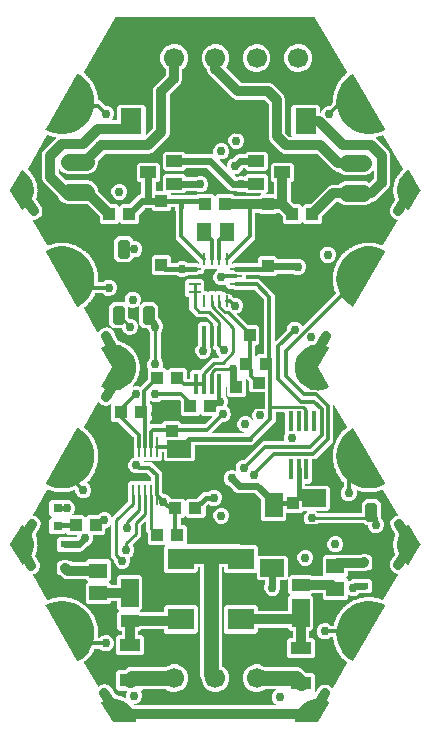
<source format=gbr>
G04 EAGLE Gerber RS-274X export*
G75*
%MOMM*%
%FSLAX34Y34*%
%LPD*%
%INTop Copper*%
%IPPOS*%
%AMOC8*
5,1,8,0,0,1.08239X$1,22.5*%
G01*
%ADD10R,0.800000X0.800000*%
%ADD11R,1.000000X1.100000*%
%ADD12C,0.499997*%
%ADD13R,0.254000X1.066800*%
%ADD14R,1.066800X0.254000*%
%ADD15R,0.279400X1.778000*%
%ADD16R,0.431800X1.778000*%
%ADD17C,1.700000*%
%ADD18C,1.422400*%
%ADD19R,1.800000X2.200000*%
%ADD20R,1.400000X1.000000*%
%ADD21R,1.100000X1.000000*%
%ADD22R,1.300000X1.500000*%
%ADD23R,2.200000X1.800000*%
%ADD24R,1.800000X1.120000*%
%ADD25R,1.500000X1.050000*%
%ADD26R,1.500000X2.400000*%
%ADD27R,1.500000X1.300000*%
%ADD28R,0.800000X0.600000*%
%ADD29R,0.650000X0.600000*%
%ADD30R,1.500000X2.000000*%
%ADD31R,2.000000X1.500000*%
%ADD32C,1.000000*%
%ADD33C,0.756400*%
%ADD34C,0.406400*%
%ADD35C,0.812800*%
%ADD36C,0.304800*%
%ADD37C,0.254000*%
%ADD38C,0.609600*%
%ADD39C,1.270000*%

G36*
X280325Y116463D02*
X280325Y116463D01*
X280328Y116463D01*
X280423Y116483D01*
X280519Y116502D01*
X280521Y116504D01*
X280524Y116504D01*
X280604Y116560D01*
X280685Y116615D01*
X280686Y116617D01*
X280688Y116619D01*
X280742Y116702D01*
X280794Y116783D01*
X280795Y116786D01*
X280796Y116788D01*
X280812Y116884D01*
X280830Y116980D01*
X280829Y116983D01*
X280830Y116985D01*
X280808Y117080D01*
X280786Y117176D01*
X280785Y117178D01*
X280784Y117181D01*
X280681Y117329D01*
X278689Y119321D01*
X277649Y121831D01*
X277649Y124549D01*
X278689Y127059D01*
X280611Y128981D01*
X280791Y129055D01*
X280792Y129056D01*
X280793Y129056D01*
X280876Y129113D01*
X280957Y129167D01*
X280958Y129168D01*
X280959Y129169D01*
X281013Y129252D01*
X281067Y129335D01*
X281067Y129336D01*
X281068Y129337D01*
X281086Y129435D01*
X281104Y129532D01*
X281104Y129533D01*
X281104Y129534D01*
X281081Y129635D01*
X281061Y129728D01*
X281060Y129729D01*
X281060Y129730D01*
X281001Y129813D01*
X280946Y129892D01*
X280945Y129892D01*
X280944Y129893D01*
X280860Y129946D01*
X280776Y129998D01*
X280775Y129999D01*
X280774Y129999D01*
X280597Y130031D01*
X272014Y130031D01*
X272006Y130030D01*
X271998Y130031D01*
X271909Y130010D01*
X271817Y129992D01*
X271811Y129987D01*
X271803Y129985D01*
X271655Y129883D01*
X271412Y129639D01*
X271345Y129612D01*
X270120Y129104D01*
X268896Y128597D01*
X268895Y128597D01*
X267671Y128090D01*
X267167Y127881D01*
X262573Y127881D01*
X258328Y129639D01*
X255079Y132888D01*
X253321Y137133D01*
X253321Y141727D01*
X255079Y145972D01*
X258328Y149221D01*
X258939Y149474D01*
X260164Y149981D01*
X261388Y150488D01*
X262573Y150979D01*
X267167Y150979D01*
X271412Y149221D01*
X271655Y148977D01*
X271662Y148973D01*
X271666Y148967D01*
X271745Y148918D01*
X271822Y148866D01*
X271830Y148865D01*
X271836Y148861D01*
X272014Y148829D01*
X299660Y148829D01*
X303114Y147398D01*
X305829Y144683D01*
X306754Y143757D01*
X306761Y143753D01*
X306766Y143747D01*
X306844Y143698D01*
X306921Y143646D01*
X306929Y143645D01*
X306936Y143641D01*
X307113Y143609D01*
X312523Y143609D01*
X314309Y141823D01*
X314309Y128310D01*
X314322Y128245D01*
X314326Y128179D01*
X314341Y128148D01*
X314348Y128114D01*
X314386Y128059D01*
X314415Y127999D01*
X314442Y127977D01*
X314461Y127948D01*
X314517Y127912D01*
X314567Y127868D01*
X314600Y127858D01*
X314629Y127839D01*
X314694Y127827D01*
X314758Y127806D01*
X314792Y127809D01*
X314826Y127803D01*
X314891Y127818D01*
X314957Y127823D01*
X314988Y127839D01*
X315022Y127847D01*
X315076Y127885D01*
X315135Y127916D01*
X315160Y127944D01*
X315185Y127963D01*
X315211Y128004D01*
X315253Y128052D01*
X317287Y131497D01*
X319548Y133197D01*
X322288Y133903D01*
X325090Y133506D01*
X327527Y132068D01*
X328166Y131218D01*
X328171Y131213D01*
X328174Y131208D01*
X328245Y131147D01*
X328316Y131085D01*
X328322Y131082D01*
X328327Y131078D01*
X328417Y131050D01*
X328505Y131020D01*
X328512Y131020D01*
X328518Y131018D01*
X328611Y131027D01*
X328705Y131033D01*
X328711Y131036D01*
X328717Y131037D01*
X328800Y131081D01*
X328884Y131123D01*
X328888Y131128D01*
X328894Y131131D01*
X329010Y131269D01*
X341264Y152493D01*
X341280Y152540D01*
X341305Y152583D01*
X341311Y152634D01*
X341328Y152683D01*
X341324Y152733D01*
X341331Y152782D01*
X341317Y152832D01*
X341313Y152883D01*
X341291Y152927D01*
X341278Y152975D01*
X341243Y153021D01*
X341222Y153062D01*
X341195Y153085D01*
X341170Y153119D01*
X340743Y153515D01*
X340714Y153533D01*
X340684Y153562D01*
X339720Y154218D01*
X339695Y154351D01*
X339669Y154417D01*
X339650Y154485D01*
X339630Y154511D01*
X339620Y154537D01*
X339583Y154573D01*
X339542Y154629D01*
X338538Y155559D01*
X338478Y155596D01*
X338423Y155640D01*
X338391Y155649D01*
X338367Y155664D01*
X338316Y155671D01*
X338250Y155691D01*
X338116Y155706D01*
X337388Y156618D01*
X337362Y156640D01*
X337337Y156673D01*
X336482Y157466D01*
X336477Y157601D01*
X336460Y157670D01*
X336452Y157740D01*
X336436Y157769D01*
X336430Y157796D01*
X336399Y157838D01*
X336366Y157898D01*
X335513Y158968D01*
X335459Y159013D01*
X335410Y159065D01*
X335381Y159079D01*
X335359Y159097D01*
X335310Y159112D01*
X335247Y159142D01*
X335117Y159177D01*
X334533Y160186D01*
X334510Y160212D01*
X334491Y160249D01*
X333763Y161160D01*
X333778Y161295D01*
X333772Y161365D01*
X333775Y161435D01*
X333763Y161466D01*
X333761Y161494D01*
X333737Y161540D01*
X333714Y161605D01*
X333029Y162790D01*
X332982Y162843D01*
X332942Y162901D01*
X332915Y162919D01*
X332896Y162940D01*
X332850Y162963D01*
X332793Y163001D01*
X332669Y163055D01*
X332242Y164140D01*
X332223Y164170D01*
X332209Y164209D01*
X331626Y165218D01*
X331661Y165349D01*
X331665Y165419D01*
X331678Y165489D01*
X331672Y165521D01*
X331673Y165549D01*
X331657Y165598D01*
X331643Y165666D01*
X331143Y166939D01*
X331105Y166998D01*
X331074Y167062D01*
X331049Y167084D01*
X331034Y167108D01*
X330992Y167137D01*
X330940Y167183D01*
X330826Y167255D01*
X330566Y168392D01*
X330552Y168423D01*
X330544Y168464D01*
X330117Y169549D01*
X330171Y169673D01*
X330186Y169743D01*
X330209Y169809D01*
X330208Y169842D01*
X330214Y169869D01*
X330204Y169920D01*
X330201Y169989D01*
X329896Y171323D01*
X329867Y171387D01*
X329846Y171455D01*
X329825Y171480D01*
X329814Y171506D01*
X329776Y171541D01*
X329732Y171595D01*
X329630Y171683D01*
X329542Y172846D01*
X329533Y172879D01*
X329531Y172921D01*
X329261Y174103D01*
X329240Y174148D01*
X329230Y174196D01*
X329199Y174238D01*
X329178Y174286D01*
X329142Y174319D01*
X329114Y174359D01*
X329069Y174387D01*
X329031Y174422D01*
X328985Y174439D01*
X328943Y174465D01*
X328886Y174476D01*
X328843Y174491D01*
X328808Y174490D01*
X328766Y174497D01*
X327878Y174497D01*
X327870Y174496D01*
X327862Y174497D01*
X327772Y174476D01*
X327681Y174458D01*
X327674Y174453D01*
X327667Y174451D01*
X327519Y174349D01*
X326449Y173279D01*
X326343Y173235D01*
X325118Y172728D01*
X323939Y172239D01*
X321221Y172239D01*
X318711Y173279D01*
X316789Y175201D01*
X315749Y177711D01*
X315749Y180429D01*
X316789Y182939D01*
X318711Y184861D01*
X319001Y184981D01*
X320226Y185488D01*
X321221Y185901D01*
X323939Y185901D01*
X326449Y184861D01*
X327519Y183791D01*
X327525Y183787D01*
X327530Y183781D01*
X327609Y183732D01*
X327686Y183680D01*
X327694Y183679D01*
X327700Y183675D01*
X327878Y183643D01*
X329507Y183643D01*
X329555Y183653D01*
X329605Y183652D01*
X329652Y183672D01*
X329703Y183682D01*
X329744Y183710D01*
X329790Y183729D01*
X329826Y183766D01*
X329869Y183795D01*
X329896Y183836D01*
X329931Y183872D01*
X329953Y183925D01*
X329978Y183963D01*
X329985Y183998D01*
X330001Y184037D01*
X330196Y184892D01*
X330198Y184962D01*
X330208Y185032D01*
X330200Y185064D01*
X330201Y185092D01*
X330182Y185140D01*
X330166Y185208D01*
X330112Y185331D01*
X330538Y186417D01*
X330544Y186451D01*
X330560Y186489D01*
X330819Y187626D01*
X330934Y187698D01*
X330985Y187747D01*
X331042Y187789D01*
X331059Y187817D01*
X331079Y187836D01*
X331100Y187884D01*
X331136Y187943D01*
X331636Y189216D01*
X331648Y189286D01*
X331668Y189354D01*
X331666Y189386D01*
X331670Y189414D01*
X331659Y189464D01*
X331653Y189533D01*
X331618Y189664D01*
X332201Y190674D01*
X332212Y190707D01*
X332234Y190742D01*
X332659Y191827D01*
X332783Y191882D01*
X332841Y191922D01*
X332903Y191955D01*
X332925Y191980D01*
X332947Y191996D01*
X332975Y192040D01*
X333020Y192093D01*
X333703Y193278D01*
X333726Y193345D01*
X333756Y193409D01*
X333758Y193442D01*
X333767Y193468D01*
X333764Y193520D01*
X333767Y193573D01*
X333767Y193575D01*
X333767Y193576D01*
X333768Y193589D01*
X333753Y193723D01*
X334480Y194635D01*
X334496Y194666D01*
X334522Y194698D01*
X335105Y195708D01*
X335236Y195743D01*
X335299Y195774D01*
X335365Y195798D01*
X335390Y195819D01*
X335415Y195832D01*
X335449Y195871D01*
X335501Y195916D01*
X336354Y196987D01*
X336386Y197049D01*
X336425Y197108D01*
X336432Y197140D01*
X336445Y197165D01*
X336449Y197216D01*
X336464Y197284D01*
X336469Y197419D01*
X337323Y198212D01*
X337344Y198241D01*
X337375Y198268D01*
X338102Y199180D01*
X338236Y199195D01*
X338303Y199217D01*
X338373Y199230D01*
X338400Y199248D01*
X338427Y199256D01*
X338466Y199290D01*
X338524Y199327D01*
X339527Y200258D01*
X339568Y200316D01*
X339616Y200368D01*
X339628Y200398D01*
X339644Y200421D01*
X339656Y200471D01*
X339656Y200473D01*
X339660Y200479D01*
X339662Y200487D01*
X339680Y200536D01*
X339705Y200669D01*
X340668Y201326D01*
X340693Y201351D01*
X340728Y201373D01*
X341582Y202167D01*
X341717Y202162D01*
X341787Y202173D01*
X341858Y202176D01*
X341888Y202189D01*
X341915Y202194D01*
X341959Y202221D01*
X342022Y202249D01*
X343152Y203021D01*
X343202Y203071D01*
X343257Y203115D01*
X343273Y203144D01*
X343292Y203164D01*
X343311Y203212D01*
X343345Y203272D01*
X343390Y203400D01*
X344440Y203906D01*
X344468Y203927D01*
X344506Y203944D01*
X345469Y204601D01*
X345602Y204576D01*
X345673Y204577D01*
X345743Y204569D01*
X345775Y204578D01*
X345803Y204579D01*
X345850Y204599D01*
X345917Y204618D01*
X347149Y205212D01*
X347205Y205254D01*
X347266Y205290D01*
X347287Y205316D01*
X347309Y205333D01*
X347335Y205377D01*
X347378Y205432D01*
X347441Y205551D01*
X348555Y205895D01*
X348585Y205912D01*
X348625Y205923D01*
X349676Y206429D01*
X349803Y206385D01*
X349873Y206375D01*
X349942Y206357D01*
X349974Y206361D01*
X350002Y206357D01*
X350052Y206371D01*
X350120Y206379D01*
X351428Y206783D01*
X351443Y206791D01*
X351452Y206793D01*
X351477Y206809D01*
X351490Y206816D01*
X351555Y206843D01*
X351579Y206865D01*
X351604Y206878D01*
X351636Y206919D01*
X351686Y206966D01*
X351767Y207075D01*
X352920Y207249D01*
X352952Y207261D01*
X352993Y207266D01*
X354107Y207610D01*
X354227Y207547D01*
X354295Y207527D01*
X354360Y207499D01*
X354392Y207498D01*
X354419Y207490D01*
X354471Y207496D01*
X354540Y207494D01*
X355893Y207698D01*
X355959Y207723D01*
X356028Y207739D01*
X356055Y207757D01*
X356081Y207767D01*
X356119Y207802D01*
X356176Y207841D01*
X356271Y207937D01*
X357437Y207937D01*
X357472Y207944D01*
X357513Y207943D01*
X358666Y208117D01*
X358775Y208037D01*
X358839Y208007D01*
X358899Y207970D01*
X358931Y207964D01*
X358956Y207952D01*
X359008Y207950D01*
X359076Y207938D01*
X360444Y207938D01*
X360514Y207952D01*
X360584Y207958D01*
X360613Y207972D01*
X360641Y207978D01*
X360684Y208007D01*
X360746Y208038D01*
X360854Y208118D01*
X362007Y207945D01*
X362042Y207946D01*
X362083Y207939D01*
X363249Y207939D01*
X363345Y207844D01*
X363404Y207805D01*
X363457Y207759D01*
X363488Y207748D01*
X363512Y207733D01*
X363562Y207723D01*
X363628Y207701D01*
X364981Y207497D01*
X365051Y207501D01*
X365122Y207496D01*
X365153Y207506D01*
X365181Y207507D01*
X365228Y207530D01*
X365294Y207551D01*
X365413Y207614D01*
X366527Y207270D01*
X366562Y207267D01*
X366601Y207254D01*
X367754Y207080D01*
X367835Y206971D01*
X367887Y206924D01*
X367933Y206871D01*
X367962Y206856D01*
X367983Y206837D01*
X368032Y206820D01*
X368093Y206788D01*
X369401Y206385D01*
X369471Y206378D01*
X369540Y206363D01*
X369573Y206368D01*
X369601Y206365D01*
X369650Y206380D01*
X369718Y206391D01*
X369846Y206436D01*
X370896Y205930D01*
X370930Y205922D01*
X370967Y205903D01*
X371542Y205726D01*
X371591Y205721D01*
X371638Y205706D01*
X371689Y205711D01*
X371741Y205706D01*
X371788Y205720D01*
X371837Y205725D01*
X371883Y205749D01*
X371933Y205764D01*
X371970Y205796D01*
X372014Y205819D01*
X372051Y205863D01*
X372087Y205893D01*
X372103Y205924D01*
X372130Y205957D01*
X384353Y227128D01*
X384354Y227130D01*
X384355Y227132D01*
X384385Y227223D01*
X384417Y227318D01*
X384417Y227320D01*
X384417Y227322D01*
X384409Y227420D01*
X384402Y227518D01*
X384401Y227520D01*
X384401Y227522D01*
X384356Y227608D01*
X384311Y227696D01*
X384310Y227698D01*
X384309Y227700D01*
X384235Y227761D01*
X384158Y227826D01*
X384156Y227826D01*
X384154Y227828D01*
X383983Y227884D01*
X382433Y228099D01*
X379992Y229530D01*
X378285Y231786D01*
X377570Y234524D01*
X377959Y237327D01*
X381837Y243942D01*
X381858Y244004D01*
X381888Y244062D01*
X381890Y244097D01*
X381902Y244131D01*
X381898Y244197D01*
X381902Y244262D01*
X381891Y244299D01*
X381889Y244331D01*
X381867Y244374D01*
X381848Y244434D01*
X381743Y244634D01*
X381791Y244788D01*
X381798Y244856D01*
X381814Y244921D01*
X381808Y244957D01*
X381812Y244988D01*
X381797Y245035D01*
X381788Y245100D01*
X381646Y245525D01*
X381612Y245584D01*
X381586Y245647D01*
X381561Y245672D01*
X381546Y245699D01*
X381506Y245729D01*
X381461Y245776D01*
X381330Y245870D01*
X381147Y246998D01*
X381134Y247033D01*
X381128Y247077D01*
X380766Y248161D01*
X380838Y248305D01*
X380855Y248370D01*
X380881Y248433D01*
X380882Y248469D01*
X380890Y248499D01*
X380883Y248548D01*
X380885Y248613D01*
X380813Y249056D01*
X380789Y249119D01*
X380773Y249185D01*
X380753Y249215D01*
X380742Y249243D01*
X380708Y249280D01*
X380671Y249333D01*
X380557Y249447D01*
X380557Y250589D01*
X380549Y250626D01*
X380550Y250671D01*
X380367Y251799D01*
X380461Y251929D01*
X380489Y251991D01*
X380525Y252048D01*
X380531Y252084D01*
X380544Y252112D01*
X380545Y252162D01*
X380557Y252226D01*
X380557Y252674D01*
X380543Y252741D01*
X380539Y252808D01*
X380523Y252841D01*
X380517Y252871D01*
X380489Y252912D01*
X380461Y252971D01*
X380367Y253101D01*
X380550Y254229D01*
X380549Y254266D01*
X380557Y254310D01*
X380557Y255453D01*
X380671Y255567D01*
X380708Y255623D01*
X380753Y255674D01*
X380765Y255708D01*
X380782Y255734D01*
X380788Y255769D01*
X380789Y255770D01*
X380791Y255783D01*
X380813Y255844D01*
X380885Y256287D01*
X380882Y256354D01*
X380888Y256422D01*
X380878Y256457D01*
X380877Y256487D01*
X380856Y256532D01*
X380838Y256595D01*
X380766Y256739D01*
X381128Y257823D01*
X381132Y257860D01*
X381147Y257902D01*
X381330Y259030D01*
X381461Y259124D01*
X381487Y259152D01*
X381488Y259152D01*
X381489Y259154D01*
X381507Y259173D01*
X381559Y259217D01*
X381577Y259248D01*
X381597Y259271D01*
X381614Y259318D01*
X381646Y259375D01*
X381788Y259800D01*
X381796Y259868D01*
X381813Y259933D01*
X381809Y259969D01*
X381812Y259999D01*
X381799Y260047D01*
X381791Y260112D01*
X381743Y260266D01*
X381967Y260693D01*
X381985Y260752D01*
X382011Y260808D01*
X382013Y260848D01*
X382024Y260886D01*
X382017Y260947D01*
X382019Y261009D01*
X382005Y261049D01*
X382001Y261085D01*
X381979Y261124D01*
X381960Y261179D01*
X378308Y267634D01*
X377963Y270443D01*
X378719Y273169D01*
X380461Y275399D01*
X382924Y276792D01*
X384026Y276928D01*
X384032Y276929D01*
X384038Y276929D01*
X384127Y276961D01*
X384216Y276991D01*
X384221Y276995D01*
X384227Y276997D01*
X384296Y277061D01*
X384367Y277123D01*
X384370Y277128D01*
X384374Y277133D01*
X384414Y277218D01*
X384455Y277303D01*
X384455Y277309D01*
X384458Y277315D01*
X384461Y277410D01*
X384466Y277503D01*
X384464Y277509D01*
X384464Y277515D01*
X384404Y277685D01*
X372130Y298943D01*
X372098Y298980D01*
X372073Y299023D01*
X372032Y299055D01*
X371998Y299094D01*
X371953Y299115D01*
X371914Y299145D01*
X371864Y299158D01*
X371817Y299181D01*
X371768Y299184D01*
X371720Y299196D01*
X371663Y299189D01*
X371617Y299191D01*
X371584Y299179D01*
X371542Y299174D01*
X370967Y298997D01*
X370936Y298981D01*
X370896Y298970D01*
X369846Y298464D01*
X369718Y298509D01*
X369648Y298519D01*
X369580Y298537D01*
X369547Y298533D01*
X369520Y298536D01*
X369470Y298523D01*
X369401Y298515D01*
X368093Y298112D01*
X368031Y298078D01*
X367966Y298052D01*
X367942Y298030D01*
X367917Y298016D01*
X367885Y297976D01*
X367835Y297929D01*
X367754Y297820D01*
X366601Y297646D01*
X366569Y297634D01*
X366527Y297629D01*
X365413Y297286D01*
X365294Y297349D01*
X365226Y297369D01*
X365161Y297397D01*
X365128Y297398D01*
X365101Y297406D01*
X365050Y297401D01*
X364981Y297403D01*
X363628Y297199D01*
X363561Y297175D01*
X363493Y297159D01*
X363466Y297140D01*
X363439Y297131D01*
X363402Y297096D01*
X363345Y297056D01*
X363249Y296961D01*
X362083Y296961D01*
X362049Y296954D01*
X362007Y296955D01*
X360854Y296782D01*
X360746Y296862D01*
X360682Y296892D01*
X360622Y296930D01*
X360589Y296935D01*
X360564Y296947D01*
X360512Y296949D01*
X360444Y296962D01*
X359076Y296962D01*
X359007Y296948D01*
X358937Y296943D01*
X358907Y296928D01*
X358880Y296923D01*
X358837Y296894D01*
X358775Y296863D01*
X358666Y296783D01*
X357513Y296957D01*
X357478Y296955D01*
X357437Y296963D01*
X356271Y296963D01*
X356176Y297059D01*
X356117Y297098D01*
X356063Y297143D01*
X356032Y297154D01*
X356009Y297170D01*
X355958Y297179D01*
X355893Y297202D01*
X354540Y297406D01*
X354469Y297403D01*
X354399Y297407D01*
X354368Y297398D01*
X354340Y297396D01*
X354293Y297374D01*
X354227Y297353D01*
X354108Y297290D01*
X352993Y297634D01*
X352959Y297637D01*
X352920Y297651D01*
X351767Y297825D01*
X351686Y297934D01*
X351634Y297981D01*
X351588Y298034D01*
X351559Y298050D01*
X351538Y298068D01*
X351489Y298086D01*
X351428Y298117D01*
X350120Y298521D01*
X350050Y298528D01*
X349982Y298544D01*
X349960Y298540D01*
X349955Y298541D01*
X349945Y298539D01*
X349921Y298541D01*
X349872Y298526D01*
X349804Y298515D01*
X349796Y298513D01*
X349779Y298503D01*
X349759Y298498D01*
X349743Y298487D01*
X349729Y298483D01*
X349691Y298451D01*
X349624Y298411D01*
X349612Y298395D01*
X349595Y298383D01*
X349579Y298357D01*
X349575Y298354D01*
X349567Y298339D01*
X349552Y298315D01*
X349504Y298250D01*
X349499Y298230D01*
X349489Y298213D01*
X349475Y298134D01*
X349456Y298055D01*
X349459Y298035D01*
X349456Y298016D01*
X349479Y297909D01*
X349487Y297857D01*
X349492Y297849D01*
X349494Y297840D01*
X349731Y297269D01*
X349731Y294551D01*
X348691Y292041D01*
X346769Y290119D01*
X346247Y289903D01*
X346246Y289903D01*
X345022Y289395D01*
X344259Y289079D01*
X341541Y289079D01*
X339031Y290119D01*
X337109Y292041D01*
X336069Y294551D01*
X336069Y297269D01*
X337109Y299779D01*
X338179Y300849D01*
X338183Y300855D01*
X338189Y300860D01*
X338238Y300939D01*
X338290Y301016D01*
X338291Y301024D01*
X338295Y301030D01*
X338327Y301208D01*
X338327Y305260D01*
X338311Y305338D01*
X338302Y305417D01*
X338292Y305437D01*
X338288Y305456D01*
X338256Y305502D01*
X338217Y305576D01*
X337375Y306632D01*
X337348Y306654D01*
X337323Y306688D01*
X336469Y307481D01*
X336464Y307616D01*
X336447Y307685D01*
X336439Y307755D01*
X336424Y307784D01*
X336417Y307811D01*
X336386Y307853D01*
X336354Y307913D01*
X335501Y308984D01*
X335447Y309029D01*
X335399Y309081D01*
X335369Y309095D01*
X335347Y309113D01*
X335298Y309128D01*
X335236Y309157D01*
X335105Y309192D01*
X334522Y310202D01*
X334499Y310228D01*
X334480Y310265D01*
X333753Y311177D01*
X333768Y311311D01*
X333762Y311382D01*
X333764Y311452D01*
X333753Y311483D01*
X333751Y311511D01*
X333727Y311557D01*
X333703Y311622D01*
X333020Y312807D01*
X332973Y312860D01*
X332933Y312918D01*
X332906Y312936D01*
X332887Y312957D01*
X332841Y312980D01*
X332783Y313018D01*
X332659Y313073D01*
X332234Y314158D01*
X332215Y314187D01*
X332201Y314226D01*
X331618Y315236D01*
X331653Y315367D01*
X331658Y315437D01*
X331670Y315507D01*
X331664Y315539D01*
X331666Y315567D01*
X331649Y315616D01*
X331636Y315684D01*
X331136Y316957D01*
X331098Y317017D01*
X331067Y317080D01*
X331043Y317102D01*
X331027Y317126D01*
X330985Y317155D01*
X330934Y317202D01*
X330819Y317274D01*
X330560Y318411D01*
X330546Y318442D01*
X330538Y318483D01*
X330112Y319569D01*
X330166Y319692D01*
X330181Y319761D01*
X330204Y319828D01*
X330203Y319861D01*
X330209Y319888D01*
X330199Y319939D01*
X330196Y320008D01*
X329892Y321342D01*
X329863Y321407D01*
X329842Y321474D01*
X329821Y321500D01*
X329810Y321525D01*
X329772Y321560D01*
X329728Y321614D01*
X329626Y321702D01*
X329539Y322865D01*
X329530Y322899D01*
X329528Y322940D01*
X329269Y324077D01*
X329341Y324191D01*
X329357Y324233D01*
X329367Y324248D01*
X329369Y324264D01*
X329399Y324320D01*
X329402Y324353D01*
X329412Y324379D01*
X329410Y324430D01*
X329417Y324499D01*
X329315Y325864D01*
X329296Y325932D01*
X329286Y326001D01*
X329269Y326030D01*
X329261Y326057D01*
X329229Y326097D01*
X329194Y326157D01*
X329106Y326259D01*
X329193Y327422D01*
X329189Y327456D01*
X329191Y327478D01*
X329193Y327489D01*
X329193Y327492D01*
X329193Y327498D01*
X329107Y328660D01*
X329195Y328763D01*
X329230Y328825D01*
X329271Y328882D01*
X329279Y328913D01*
X329293Y328938D01*
X329299Y328989D01*
X329316Y329056D01*
X329419Y330420D01*
X329410Y330490D01*
X329410Y330561D01*
X329398Y330592D01*
X329394Y330619D01*
X329369Y330664D01*
X329343Y330728D01*
X329271Y330843D01*
X329531Y331979D01*
X329532Y332014D01*
X329542Y332054D01*
X329630Y333217D01*
X329732Y333305D01*
X329776Y333361D01*
X329825Y333411D01*
X329838Y333441D01*
X329855Y333463D01*
X329869Y333513D01*
X329896Y333577D01*
X330201Y334911D01*
X330203Y334981D01*
X330213Y335051D01*
X330205Y335083D01*
X330206Y335111D01*
X330187Y335159D01*
X330171Y335227D01*
X330117Y335351D01*
X330544Y336436D01*
X330550Y336470D01*
X330566Y336508D01*
X330826Y337645D01*
X330940Y337717D01*
X330988Y337762D01*
X331008Y337776D01*
X331011Y337780D01*
X331048Y337808D01*
X331065Y337835D01*
X331086Y337855D01*
X331106Y337902D01*
X331143Y337961D01*
X331643Y339234D01*
X331655Y339304D01*
X331676Y339372D01*
X331673Y339404D01*
X331678Y339432D01*
X331667Y339482D01*
X331661Y339551D01*
X331626Y339682D01*
X332209Y340691D01*
X332220Y340724D01*
X332242Y340760D01*
X332669Y341845D01*
X332793Y341899D01*
X332850Y341939D01*
X332913Y341973D01*
X332934Y341998D01*
X332957Y342014D01*
X332984Y342057D01*
X333029Y342110D01*
X333714Y343295D01*
X333736Y343362D01*
X333766Y343426D01*
X333769Y343458D01*
X333778Y343485D01*
X333774Y343536D01*
X333778Y343605D01*
X333763Y343740D01*
X334491Y344651D01*
X334506Y344682D01*
X334533Y344714D01*
X335117Y345723D01*
X335247Y345758D01*
X335277Y345773D01*
X335308Y345779D01*
X335336Y345799D01*
X335377Y345813D01*
X335402Y345835D01*
X335427Y345847D01*
X335454Y345879D01*
X335474Y345892D01*
X335482Y345905D01*
X335513Y345932D01*
X336366Y347002D01*
X336398Y347064D01*
X336438Y347123D01*
X336445Y347155D01*
X336458Y347180D01*
X336462Y347231D01*
X336477Y347299D01*
X336482Y347434D01*
X337337Y348227D01*
X337357Y348255D01*
X337388Y348282D01*
X338116Y349194D01*
X338250Y349209D01*
X338317Y349230D01*
X338386Y349244D01*
X338414Y349261D01*
X338441Y349270D01*
X338480Y349304D01*
X338538Y349341D01*
X339542Y350271D01*
X339583Y350329D01*
X339631Y350381D01*
X339642Y350411D01*
X339659Y350434D01*
X339670Y350484D01*
X339695Y350549D01*
X339720Y350682D01*
X340684Y351338D01*
X340708Y351363D01*
X340743Y351385D01*
X341170Y351781D01*
X341199Y351821D01*
X341235Y351854D01*
X341257Y351902D01*
X341287Y351944D01*
X341298Y351992D01*
X341319Y352037D01*
X341320Y352088D01*
X341332Y352139D01*
X341323Y352188D01*
X341325Y352237D01*
X341305Y352291D01*
X341298Y352336D01*
X341278Y352366D01*
X341264Y352407D01*
X330639Y370810D01*
X330594Y370861D01*
X330555Y370918D01*
X330528Y370936D01*
X330507Y370960D01*
X330445Y370990D01*
X330387Y371028D01*
X330355Y371033D01*
X330326Y371047D01*
X330257Y371051D01*
X330190Y371063D01*
X330158Y371056D01*
X330126Y371058D01*
X330061Y371035D01*
X329994Y371020D01*
X329968Y371001D01*
X329937Y370990D01*
X329887Y370944D01*
X329831Y370904D01*
X329814Y370876D01*
X329790Y370855D01*
X329761Y370792D01*
X329725Y370733D01*
X329719Y370699D01*
X329706Y370672D01*
X329705Y370622D01*
X329693Y370556D01*
X329693Y339736D01*
X314314Y324357D01*
X312495Y324357D01*
X312490Y324356D01*
X312485Y324357D01*
X312392Y324336D01*
X312298Y324318D01*
X312294Y324315D01*
X312289Y324314D01*
X312211Y324258D01*
X312133Y324205D01*
X312130Y324201D01*
X312126Y324198D01*
X312075Y324116D01*
X312023Y324037D01*
X312023Y324032D01*
X312020Y324027D01*
X311988Y323850D01*
X311988Y305950D01*
X310202Y304164D01*
X305868Y304164D01*
X305863Y304163D01*
X305858Y304164D01*
X305765Y304143D01*
X305671Y304125D01*
X305667Y304122D01*
X305662Y304121D01*
X305584Y304065D01*
X305506Y304012D01*
X305503Y304008D01*
X305499Y304005D01*
X305448Y303923D01*
X305396Y303844D01*
X305396Y303839D01*
X305393Y303834D01*
X305361Y303657D01*
X305361Y302916D01*
X305362Y302911D01*
X305361Y302906D01*
X305382Y302813D01*
X305400Y302719D01*
X305403Y302715D01*
X305404Y302710D01*
X305460Y302632D01*
X305513Y302554D01*
X305517Y302551D01*
X305520Y302547D01*
X305602Y302496D01*
X305681Y302444D01*
X305686Y302444D01*
X305691Y302441D01*
X305868Y302409D01*
X324953Y302409D01*
X326739Y300623D01*
X326739Y283097D01*
X324953Y281311D01*
X315789Y281311D01*
X315787Y281311D01*
X315784Y281311D01*
X315689Y281291D01*
X315593Y281272D01*
X315591Y281270D01*
X315588Y281270D01*
X315508Y281214D01*
X315427Y281159D01*
X315426Y281157D01*
X315424Y281155D01*
X315370Y281072D01*
X315318Y280991D01*
X315317Y280988D01*
X315316Y280986D01*
X315300Y280890D01*
X315282Y280794D01*
X315283Y280791D01*
X315282Y280789D01*
X315304Y280694D01*
X315326Y280598D01*
X315327Y280596D01*
X315328Y280593D01*
X315431Y280445D01*
X316489Y279387D01*
X316495Y279383D01*
X316500Y279377D01*
X316579Y279328D01*
X316656Y279276D01*
X316664Y279275D01*
X316670Y279271D01*
X316848Y279239D01*
X353191Y279239D01*
X353196Y279240D01*
X353201Y279239D01*
X353294Y279260D01*
X353387Y279278D01*
X353392Y279281D01*
X353397Y279282D01*
X353475Y279338D01*
X353553Y279391D01*
X353556Y279395D01*
X353560Y279398D01*
X353611Y279479D01*
X353662Y279559D01*
X353663Y279564D01*
X353666Y279569D01*
X353698Y279746D01*
X353698Y287610D01*
X356948Y290860D01*
X366545Y290860D01*
X369796Y287610D01*
X369796Y278081D01*
X369797Y278073D01*
X369796Y278065D01*
X369817Y277975D01*
X369835Y277884D01*
X369840Y277877D01*
X369841Y277870D01*
X369944Y277722D01*
X370079Y277587D01*
X370079Y274792D01*
X370080Y274784D01*
X370079Y274776D01*
X370100Y274686D01*
X370118Y274595D01*
X370123Y274588D01*
X370125Y274581D01*
X370227Y274433D01*
X371551Y273109D01*
X372591Y270599D01*
X372591Y267881D01*
X371551Y265371D01*
X369629Y263449D01*
X368589Y263018D01*
X367365Y262511D01*
X367119Y262409D01*
X364401Y262409D01*
X361891Y263449D01*
X359969Y265371D01*
X358929Y267881D01*
X358929Y268256D01*
X358928Y268261D01*
X358929Y268266D01*
X358908Y268359D01*
X358890Y268452D01*
X358887Y268456D01*
X358886Y268462D01*
X358830Y268539D01*
X358777Y268618D01*
X358773Y268621D01*
X358770Y268625D01*
X358688Y268676D01*
X358609Y268727D01*
X358604Y268728D01*
X358599Y268731D01*
X358422Y268763D01*
X356948Y268763D01*
X355259Y270453D01*
X355252Y270457D01*
X355247Y270463D01*
X355169Y270512D01*
X355092Y270564D01*
X355084Y270565D01*
X355077Y270569D01*
X354900Y270601D01*
X316848Y270601D01*
X316840Y270600D01*
X316832Y270601D01*
X316742Y270580D01*
X316651Y270562D01*
X316644Y270557D01*
X316637Y270555D01*
X316489Y270453D01*
X315165Y269129D01*
X315108Y269105D01*
X313883Y268598D01*
X312659Y268091D01*
X312655Y268089D01*
X309937Y268089D01*
X307427Y269129D01*
X305505Y271051D01*
X304465Y273561D01*
X304465Y276279D01*
X305505Y278789D01*
X307161Y280445D01*
X307163Y280448D01*
X307165Y280449D01*
X307217Y280530D01*
X307272Y280612D01*
X307273Y280615D01*
X307274Y280617D01*
X307291Y280713D01*
X307310Y280809D01*
X307309Y280812D01*
X307310Y280814D01*
X307288Y280911D01*
X307268Y281005D01*
X307267Y281007D01*
X307266Y281010D01*
X307210Y281090D01*
X307154Y281170D01*
X307152Y281171D01*
X307150Y281173D01*
X307066Y281226D01*
X306985Y281277D01*
X306982Y281278D01*
X306980Y281279D01*
X306803Y281311D01*
X304343Y281311D01*
X304335Y281310D01*
X304327Y281311D01*
X304238Y281290D01*
X304146Y281272D01*
X304140Y281267D01*
X304132Y281265D01*
X303984Y281163D01*
X302173Y279351D01*
X290216Y279351D01*
X290211Y279350D01*
X290206Y279351D01*
X290113Y279330D01*
X290019Y279312D01*
X290015Y279309D01*
X290010Y279308D01*
X289932Y279252D01*
X289854Y279199D01*
X289851Y279195D01*
X289847Y279192D01*
X289796Y279110D01*
X289744Y279031D01*
X289744Y279026D01*
X289741Y279021D01*
X289709Y278844D01*
X289709Y274487D01*
X287923Y272701D01*
X270397Y272701D01*
X268611Y274487D01*
X268611Y290247D01*
X268610Y290254D01*
X268611Y290262D01*
X268590Y290352D01*
X268572Y290443D01*
X268567Y290450D01*
X268565Y290457D01*
X268463Y290605D01*
X263053Y296015D01*
X263047Y296019D01*
X263042Y296025D01*
X262963Y296074D01*
X262886Y296126D01*
X262879Y296127D01*
X262872Y296131D01*
X262695Y296163D01*
X248977Y296163D01*
X246737Y297091D01*
X244950Y298878D01*
X241814Y302014D01*
X241806Y302019D01*
X241801Y302026D01*
X241650Y302124D01*
X239971Y302819D01*
X238049Y304741D01*
X237009Y307251D01*
X237009Y309969D01*
X238049Y312479D01*
X239971Y314401D01*
X241024Y314837D01*
X242248Y315344D01*
X242249Y315344D01*
X242481Y315441D01*
X245199Y315441D01*
X246796Y314779D01*
X246799Y314779D01*
X246801Y314777D01*
X246897Y314759D01*
X246993Y314740D01*
X246996Y314741D01*
X246998Y314740D01*
X247094Y314761D01*
X247189Y314781D01*
X247191Y314782D01*
X247194Y314783D01*
X247275Y314840D01*
X247355Y314894D01*
X247356Y314897D01*
X247358Y314898D01*
X247410Y314980D01*
X247463Y315063D01*
X247463Y315066D01*
X247465Y315068D01*
X247481Y315164D01*
X247497Y315261D01*
X247497Y315263D01*
X247497Y315266D01*
X247459Y315442D01*
X247169Y316141D01*
X247169Y318859D01*
X248209Y321369D01*
X250131Y323291D01*
X250540Y323460D01*
X251764Y323968D01*
X251765Y323968D01*
X252641Y324331D01*
X254154Y324331D01*
X254162Y324332D01*
X254169Y324331D01*
X254259Y324352D01*
X254350Y324370D01*
X254357Y324375D01*
X254364Y324377D01*
X254512Y324479D01*
X269886Y339853D01*
X287975Y339853D01*
X287979Y339854D01*
X287983Y339853D01*
X288076Y339873D01*
X288171Y339892D01*
X288175Y339895D01*
X288178Y339895D01*
X288258Y339951D01*
X288337Y340005D01*
X288339Y340008D01*
X288342Y340011D01*
X288394Y340093D01*
X288446Y340173D01*
X288447Y340177D01*
X288449Y340180D01*
X288465Y340276D01*
X288482Y340370D01*
X288481Y340374D01*
X288482Y340378D01*
X288443Y340554D01*
X288194Y341157D01*
X288194Y343874D01*
X289045Y345929D01*
X289046Y345935D01*
X289050Y345941D01*
X289065Y346033D01*
X289083Y346125D01*
X289082Y346132D01*
X289083Y346138D01*
X289062Y346230D01*
X289043Y346322D01*
X289039Y346327D01*
X289038Y346334D01*
X288935Y346482D01*
X288572Y346844D01*
X288572Y363855D01*
X288571Y363860D01*
X288572Y363865D01*
X288551Y363958D01*
X288533Y364052D01*
X288530Y364056D01*
X288529Y364061D01*
X288473Y364139D01*
X288420Y364217D01*
X288416Y364220D01*
X288413Y364224D01*
X288331Y364275D01*
X288252Y364327D01*
X288247Y364327D01*
X288242Y364330D01*
X288065Y364362D01*
X281550Y364362D01*
X281545Y364361D01*
X281540Y364362D01*
X281447Y364341D01*
X281353Y364323D01*
X281349Y364320D01*
X281344Y364319D01*
X281266Y364263D01*
X281188Y364210D01*
X281185Y364206D01*
X281181Y364203D01*
X281130Y364121D01*
X281078Y364042D01*
X281078Y364037D01*
X281075Y364032D01*
X281043Y363855D01*
X281043Y357126D01*
X264309Y340393D01*
X264305Y340386D01*
X264299Y340381D01*
X264250Y340303D01*
X264198Y340226D01*
X264197Y340218D01*
X264193Y340211D01*
X264161Y340034D01*
X264161Y339525D01*
X261185Y336549D01*
X212946Y336549D01*
X212941Y336548D01*
X212936Y336549D01*
X212843Y336528D01*
X212749Y336510D01*
X212745Y336507D01*
X212740Y336506D01*
X212662Y336450D01*
X212584Y336397D01*
X212581Y336393D01*
X212577Y336390D01*
X212526Y336308D01*
X212474Y336229D01*
X212474Y336224D01*
X212471Y336219D01*
X212439Y336042D01*
X212439Y325007D01*
X210653Y323221D01*
X188127Y323221D01*
X186341Y325007D01*
X186341Y330327D01*
X186340Y330332D01*
X186341Y330337D01*
X186320Y330430D01*
X186302Y330524D01*
X186299Y330528D01*
X186298Y330533D01*
X186242Y330611D01*
X186189Y330689D01*
X186185Y330692D01*
X186182Y330696D01*
X186100Y330747D01*
X186021Y330799D01*
X186016Y330799D01*
X186011Y330802D01*
X185834Y330834D01*
X185133Y330834D01*
X185128Y330833D01*
X185123Y330834D01*
X185030Y330813D01*
X184936Y330795D01*
X184932Y330792D01*
X184927Y330791D01*
X184849Y330735D01*
X184771Y330682D01*
X184768Y330678D01*
X184764Y330675D01*
X184713Y330593D01*
X184661Y330514D01*
X184661Y330509D01*
X184658Y330504D01*
X184626Y330327D01*
X184626Y325254D01*
X182840Y323468D01*
X169560Y323468D01*
X169556Y323467D01*
X169552Y323468D01*
X169458Y323448D01*
X169363Y323429D01*
X169360Y323426D01*
X169356Y323426D01*
X169277Y323370D01*
X169198Y323316D01*
X169196Y323313D01*
X169192Y323310D01*
X169141Y323228D01*
X169088Y323148D01*
X169088Y323144D01*
X169086Y323141D01*
X169070Y323045D01*
X169053Y322951D01*
X169054Y322947D01*
X169053Y322943D01*
X169091Y322767D01*
X169249Y322386D01*
X169253Y322380D01*
X169254Y322374D01*
X169309Y322297D01*
X169361Y322219D01*
X169366Y322216D01*
X169370Y322211D01*
X169450Y322161D01*
X169528Y322109D01*
X169535Y322108D01*
X169540Y322105D01*
X169718Y322073D01*
X175884Y322073D01*
X184753Y313204D01*
X184753Y296617D01*
X184754Y296609D01*
X184753Y296602D01*
X184774Y296512D01*
X184792Y296421D01*
X184797Y296414D01*
X184799Y296406D01*
X184901Y296258D01*
X185399Y295761D01*
X185406Y295756D01*
X185410Y295750D01*
X185489Y295701D01*
X185566Y295650D01*
X185574Y295648D01*
X185580Y295644D01*
X185758Y295612D01*
X187270Y295612D01*
X189781Y294572D01*
X191702Y292651D01*
X192149Y291572D01*
X192153Y291566D01*
X192154Y291560D01*
X192209Y291483D01*
X192261Y291405D01*
X192266Y291402D01*
X192270Y291397D01*
X192350Y291347D01*
X192429Y291295D01*
X192435Y291294D01*
X192441Y291291D01*
X192618Y291259D01*
X202733Y291259D01*
X204111Y289880D01*
X204116Y289877D01*
X204119Y289873D01*
X204199Y289822D01*
X204278Y289769D01*
X204283Y289768D01*
X204288Y289765D01*
X204382Y289750D01*
X204475Y289732D01*
X204480Y289733D01*
X204485Y289732D01*
X204578Y289754D01*
X204671Y289773D01*
X204676Y289776D01*
X204681Y289777D01*
X204829Y289880D01*
X206207Y291259D01*
X213623Y291259D01*
X213631Y291260D01*
X213639Y291259D01*
X213729Y291280D01*
X213820Y291298D01*
X213826Y291303D01*
X213834Y291305D01*
X213982Y291407D01*
X216631Y294056D01*
X219755Y297181D01*
X223811Y297181D01*
X223818Y297182D01*
X223826Y297181D01*
X223916Y297202D01*
X224007Y297220D01*
X224014Y297225D01*
X224021Y297227D01*
X224169Y297329D01*
X224731Y297891D01*
X225230Y298098D01*
X225231Y298098D01*
X226455Y298605D01*
X227241Y298931D01*
X229959Y298931D01*
X232469Y297891D01*
X234391Y295969D01*
X235431Y293459D01*
X235431Y290741D01*
X234391Y288231D01*
X232469Y286309D01*
X231348Y285845D01*
X230123Y285337D01*
X229959Y285269D01*
X227241Y285269D01*
X224731Y286309D01*
X224351Y286689D01*
X224347Y286691D01*
X224344Y286696D01*
X224263Y286747D01*
X224184Y286800D01*
X224179Y286801D01*
X224175Y286803D01*
X224081Y286819D01*
X223987Y286837D01*
X223982Y286836D01*
X223977Y286837D01*
X223884Y286815D01*
X223791Y286796D01*
X223787Y286793D01*
X223782Y286791D01*
X223634Y286689D01*
X221667Y284722D01*
X221665Y284718D01*
X221664Y284717D01*
X221662Y284715D01*
X221657Y284711D01*
X221608Y284632D01*
X221556Y284555D01*
X221556Y284551D01*
X221554Y284549D01*
X221554Y284546D01*
X221551Y284541D01*
X221519Y284363D01*
X221519Y276947D01*
X219733Y275161D01*
X206207Y275161D01*
X204829Y276540D01*
X204824Y276543D01*
X204821Y276547D01*
X204741Y276598D01*
X204662Y276651D01*
X204657Y276652D01*
X204652Y276655D01*
X204558Y276670D01*
X204465Y276688D01*
X204460Y276687D01*
X204454Y276688D01*
X204362Y276666D01*
X204269Y276647D01*
X204264Y276644D01*
X204259Y276643D01*
X204111Y276540D01*
X202733Y275161D01*
X201050Y275161D01*
X201045Y275160D01*
X201040Y275161D01*
X200947Y275140D01*
X200853Y275122D01*
X200849Y275119D01*
X200844Y275118D01*
X200766Y275062D01*
X200688Y275009D01*
X200685Y275005D01*
X200681Y275002D01*
X200630Y274920D01*
X200578Y274841D01*
X200578Y274836D01*
X200575Y274831D01*
X200543Y274654D01*
X200543Y269406D01*
X200544Y269401D01*
X200543Y269396D01*
X200564Y269303D01*
X200582Y269209D01*
X200585Y269205D01*
X200586Y269200D01*
X200642Y269122D01*
X200695Y269044D01*
X200699Y269041D01*
X200702Y269037D01*
X200784Y268986D01*
X200863Y268934D01*
X200868Y268934D01*
X200873Y268931D01*
X201050Y268899D01*
X203993Y268899D01*
X205779Y267113D01*
X205779Y253587D01*
X205686Y253495D01*
X205685Y253492D01*
X205683Y253491D01*
X205629Y253408D01*
X205575Y253328D01*
X205575Y253325D01*
X205573Y253323D01*
X205556Y253226D01*
X205538Y253131D01*
X205538Y253128D01*
X205538Y253126D01*
X205559Y253029D01*
X205579Y252935D01*
X205581Y252933D01*
X205581Y252930D01*
X205638Y252850D01*
X205694Y252770D01*
X205696Y252769D01*
X205697Y252767D01*
X205781Y252715D01*
X205863Y252663D01*
X205865Y252662D01*
X205868Y252661D01*
X206045Y252629D01*
X216937Y252629D01*
X216945Y252630D01*
X216953Y252629D01*
X217042Y252650D01*
X217134Y252668D01*
X217140Y252673D01*
X217148Y252675D01*
X217296Y252777D01*
X217297Y252779D01*
X234823Y252779D01*
X234824Y252777D01*
X234831Y252773D01*
X234835Y252767D01*
X234914Y252718D01*
X234991Y252666D01*
X234999Y252665D01*
X235006Y252661D01*
X235183Y252629D01*
X250230Y252629D01*
X251223Y252217D01*
X251232Y252216D01*
X251240Y252211D01*
X251417Y252179D01*
X263723Y252179D01*
X265509Y250393D01*
X265509Y243065D01*
X265509Y243062D01*
X265509Y243060D01*
X265529Y242964D01*
X265548Y242868D01*
X265550Y242866D01*
X265550Y242864D01*
X265606Y242783D01*
X265661Y242703D01*
X265663Y242701D01*
X265665Y242699D01*
X265748Y242646D01*
X265829Y242593D01*
X265832Y242593D01*
X265834Y242591D01*
X265930Y242575D01*
X266026Y242558D01*
X266029Y242558D01*
X266031Y242558D01*
X266126Y242580D01*
X266222Y242601D01*
X266224Y242603D01*
X266227Y242603D01*
X266375Y242706D01*
X266867Y243199D01*
X289393Y243199D01*
X291179Y241413D01*
X291179Y225655D01*
X291179Y225652D01*
X291179Y225650D01*
X291199Y225553D01*
X291218Y225458D01*
X291220Y225456D01*
X291220Y225454D01*
X291276Y225373D01*
X291331Y225293D01*
X291333Y225291D01*
X291335Y225289D01*
X291418Y225236D01*
X291499Y225183D01*
X291502Y225183D01*
X291504Y225181D01*
X291600Y225165D01*
X291696Y225148D01*
X291699Y225148D01*
X291701Y225148D01*
X291796Y225170D01*
X291892Y225191D01*
X291894Y225193D01*
X291897Y225193D01*
X292045Y225296D01*
X293497Y226749D01*
X311023Y226749D01*
X312060Y225711D01*
X312067Y225707D01*
X312071Y225701D01*
X312150Y225652D01*
X312227Y225600D01*
X312235Y225599D01*
X312242Y225595D01*
X312419Y225563D01*
X320661Y225563D01*
X320664Y225563D01*
X320666Y225563D01*
X320760Y225583D01*
X320858Y225602D01*
X320860Y225604D01*
X320862Y225604D01*
X320941Y225659D01*
X321023Y225715D01*
X321025Y225717D01*
X321027Y225719D01*
X321080Y225802D01*
X321133Y225883D01*
X321133Y225886D01*
X321135Y225888D01*
X321151Y225984D01*
X321168Y226080D01*
X321168Y226083D01*
X321168Y226085D01*
X321146Y226179D01*
X321125Y226276D01*
X321123Y226278D01*
X321123Y226281D01*
X321020Y226429D01*
X320921Y226527D01*
X320921Y242053D01*
X322707Y243839D01*
X332243Y243839D01*
X332252Y243841D01*
X332261Y243839D01*
X332437Y243877D01*
X332440Y243878D01*
X332595Y243943D01*
X352877Y243943D01*
X352886Y243945D01*
X352895Y243943D01*
X353071Y243981D01*
X353074Y243982D01*
X353911Y244329D01*
X353912Y244329D01*
X354185Y244443D01*
X357015Y244443D01*
X359490Y243417D01*
X359499Y243416D01*
X359507Y243411D01*
X359684Y243379D01*
X360863Y243379D01*
X362649Y241593D01*
X362649Y239000D01*
X362651Y238991D01*
X362649Y238982D01*
X362687Y238806D01*
X362713Y238745D01*
X362713Y235915D01*
X362687Y235854D01*
X362687Y235853D01*
X362687Y235851D01*
X362686Y235845D01*
X362681Y235837D01*
X362649Y235660D01*
X362649Y233067D01*
X360863Y231281D01*
X359820Y231281D01*
X359813Y231280D01*
X359805Y231281D01*
X359715Y231260D01*
X359624Y231242D01*
X359617Y231237D01*
X359610Y231235D01*
X359462Y231133D01*
X359129Y230800D01*
X358536Y230554D01*
X357311Y230047D01*
X356515Y229717D01*
X342526Y229717D01*
X342521Y229716D01*
X342516Y229717D01*
X342423Y229696D01*
X342329Y229678D01*
X342325Y229675D01*
X342320Y229674D01*
X342242Y229618D01*
X342164Y229565D01*
X342161Y229561D01*
X342157Y229558D01*
X342106Y229476D01*
X342054Y229397D01*
X342054Y229392D01*
X342051Y229387D01*
X342019Y229210D01*
X342019Y226527D01*
X340640Y225149D01*
X340637Y225144D01*
X340633Y225141D01*
X340582Y225061D01*
X340529Y224982D01*
X340528Y224977D01*
X340525Y224972D01*
X340510Y224878D01*
X340492Y224785D01*
X340493Y224780D01*
X340492Y224774D01*
X340514Y224682D01*
X340533Y224589D01*
X340536Y224584D01*
X340537Y224579D01*
X340640Y224431D01*
X342019Y223053D01*
X342019Y222093D01*
X342019Y222091D01*
X342019Y222088D01*
X342039Y221994D01*
X342058Y221897D01*
X342060Y221895D01*
X342060Y221892D01*
X342116Y221813D01*
X342171Y221731D01*
X342173Y221730D01*
X342175Y221727D01*
X342258Y221675D01*
X342339Y221622D01*
X342342Y221621D01*
X342344Y221620D01*
X342440Y221604D01*
X342536Y221586D01*
X342539Y221587D01*
X342542Y221586D01*
X342636Y221608D01*
X342732Y221630D01*
X342734Y221632D01*
X342737Y221632D01*
X342793Y221671D01*
X343612Y222010D01*
X344520Y222386D01*
X344527Y222391D01*
X344536Y222393D01*
X344684Y222496D01*
X344687Y222499D01*
X344732Y222518D01*
X345957Y223025D01*
X346927Y223427D01*
X356813Y223427D01*
X356835Y223417D01*
X356844Y223416D01*
X356852Y223411D01*
X357029Y223379D01*
X360863Y223379D01*
X362649Y221593D01*
X362649Y213067D01*
X360863Y211281D01*
X357029Y211281D01*
X357020Y211279D01*
X357011Y211281D01*
X356835Y211243D01*
X356813Y211233D01*
X351914Y211233D01*
X351906Y211232D01*
X351898Y211233D01*
X351808Y211212D01*
X351717Y211194D01*
X351710Y211189D01*
X351703Y211187D01*
X351555Y211085D01*
X350579Y210109D01*
X349730Y209757D01*
X349729Y209757D01*
X348505Y209250D01*
X348069Y209069D01*
X345351Y209069D01*
X342782Y210133D01*
X342718Y210176D01*
X342715Y210177D01*
X342713Y210178D01*
X342616Y210196D01*
X342521Y210214D01*
X342518Y210213D01*
X342516Y210214D01*
X342420Y210192D01*
X342325Y210172D01*
X342323Y210171D01*
X342320Y210170D01*
X342241Y210114D01*
X342160Y210058D01*
X342159Y210056D01*
X342157Y210054D01*
X342105Y209972D01*
X342053Y209889D01*
X342052Y209886D01*
X342051Y209884D01*
X342019Y209707D01*
X342019Y207527D01*
X340233Y205741D01*
X322707Y205741D01*
X320921Y207527D01*
X320921Y210830D01*
X320920Y210835D01*
X320921Y210840D01*
X320900Y210933D01*
X320882Y211027D01*
X320879Y211031D01*
X320878Y211036D01*
X320822Y211114D01*
X320769Y211192D01*
X320765Y211195D01*
X320762Y211199D01*
X320680Y211250D01*
X320601Y211302D01*
X320596Y211302D01*
X320591Y211305D01*
X320414Y211337D01*
X312419Y211337D01*
X312411Y211336D01*
X312403Y211337D01*
X312314Y211316D01*
X312222Y211298D01*
X312216Y211293D01*
X312208Y211291D01*
X312060Y211189D01*
X311180Y210309D01*
X311177Y210304D01*
X311173Y210301D01*
X311122Y210221D01*
X311069Y210142D01*
X311068Y210137D01*
X311065Y210132D01*
X311049Y210038D01*
X311032Y209945D01*
X311033Y209940D01*
X311032Y209935D01*
X311054Y209842D01*
X311073Y209749D01*
X311076Y209744D01*
X311077Y209739D01*
X311180Y209591D01*
X312809Y207963D01*
X312809Y181437D01*
X311023Y179651D01*
X309880Y179651D01*
X309875Y179650D01*
X309870Y179651D01*
X309777Y179630D01*
X309683Y179612D01*
X309679Y179609D01*
X309674Y179608D01*
X309596Y179552D01*
X309518Y179499D01*
X309515Y179495D01*
X309511Y179492D01*
X309460Y179410D01*
X309408Y179331D01*
X309408Y179326D01*
X309405Y179321D01*
X309373Y179144D01*
X309373Y173916D01*
X309374Y173911D01*
X309373Y173906D01*
X309394Y173813D01*
X309412Y173719D01*
X309415Y173715D01*
X309416Y173710D01*
X309472Y173631D01*
X309525Y173554D01*
X309529Y173551D01*
X309532Y173547D01*
X309614Y173496D01*
X309693Y173444D01*
X309698Y173444D01*
X309703Y173441D01*
X309880Y173409D01*
X312523Y173409D01*
X314309Y171623D01*
X314309Y157897D01*
X312523Y156111D01*
X291997Y156111D01*
X290211Y157897D01*
X290211Y171623D01*
X291997Y173409D01*
X294640Y173409D01*
X294645Y173410D01*
X294650Y173409D01*
X294743Y173430D01*
X294837Y173448D01*
X294841Y173451D01*
X294846Y173452D01*
X294924Y173508D01*
X295002Y173561D01*
X295005Y173565D01*
X295009Y173568D01*
X295060Y173650D01*
X295112Y173729D01*
X295112Y173734D01*
X295115Y173739D01*
X295147Y173916D01*
X295147Y179144D01*
X295146Y179149D01*
X295147Y179154D01*
X295126Y179247D01*
X295108Y179341D01*
X295105Y179345D01*
X295104Y179350D01*
X295048Y179428D01*
X294995Y179506D01*
X294991Y179509D01*
X294988Y179513D01*
X294906Y179564D01*
X294827Y179616D01*
X294822Y179616D01*
X294817Y179619D01*
X294640Y179651D01*
X293497Y179651D01*
X291711Y181437D01*
X291711Y181510D01*
X291710Y181515D01*
X291711Y181520D01*
X291690Y181613D01*
X291672Y181707D01*
X291669Y181711D01*
X291668Y181716D01*
X291612Y181794D01*
X291559Y181872D01*
X291555Y181875D01*
X291552Y181879D01*
X291470Y181930D01*
X291391Y181982D01*
X291386Y181982D01*
X291381Y181985D01*
X291204Y182017D01*
X266016Y182017D01*
X266011Y182016D01*
X266006Y182017D01*
X265913Y181996D01*
X265819Y181978D01*
X265815Y181975D01*
X265810Y181974D01*
X265732Y181918D01*
X265654Y181865D01*
X265651Y181861D01*
X265647Y181858D01*
X265596Y181776D01*
X265544Y181697D01*
X265544Y181692D01*
X265541Y181687D01*
X265509Y181510D01*
X265509Y178867D01*
X263723Y177081D01*
X239197Y177081D01*
X237411Y178867D01*
X237411Y199393D01*
X239197Y201179D01*
X263723Y201179D01*
X265509Y199393D01*
X265509Y196750D01*
X265510Y196745D01*
X265509Y196740D01*
X265530Y196647D01*
X265548Y196553D01*
X265551Y196549D01*
X265552Y196544D01*
X265608Y196466D01*
X265661Y196388D01*
X265665Y196385D01*
X265668Y196381D01*
X265750Y196330D01*
X265829Y196278D01*
X265834Y196278D01*
X265839Y196275D01*
X266016Y196243D01*
X291204Y196243D01*
X291209Y196244D01*
X291214Y196243D01*
X291307Y196264D01*
X291401Y196282D01*
X291405Y196285D01*
X291410Y196286D01*
X291488Y196342D01*
X291566Y196395D01*
X291569Y196399D01*
X291573Y196402D01*
X291624Y196484D01*
X291676Y196563D01*
X291676Y196568D01*
X291679Y196573D01*
X291711Y196750D01*
X291711Y207963D01*
X293340Y209591D01*
X293343Y209596D01*
X293347Y209599D01*
X293398Y209679D01*
X293451Y209758D01*
X293452Y209763D01*
X293455Y209768D01*
X293470Y209862D01*
X293488Y209955D01*
X293487Y209960D01*
X293488Y209966D01*
X293466Y210058D01*
X293447Y210151D01*
X293444Y210156D01*
X293443Y210161D01*
X293340Y210309D01*
X291711Y211937D01*
X291711Y223195D01*
X291711Y223198D01*
X291711Y223200D01*
X291691Y223295D01*
X291672Y223392D01*
X291670Y223394D01*
X291670Y223396D01*
X291614Y223477D01*
X291559Y223557D01*
X291557Y223559D01*
X291555Y223561D01*
X291472Y223614D01*
X291391Y223667D01*
X291388Y223667D01*
X291386Y223669D01*
X291290Y223685D01*
X291194Y223702D01*
X291191Y223702D01*
X291189Y223702D01*
X291094Y223680D01*
X290998Y223659D01*
X290996Y223657D01*
X290993Y223657D01*
X290845Y223554D01*
X289393Y222101D01*
X284734Y222101D01*
X284729Y222100D01*
X284724Y222101D01*
X284631Y222080D01*
X284537Y222062D01*
X284533Y222059D01*
X284528Y222058D01*
X284450Y222002D01*
X284372Y221949D01*
X284369Y221945D01*
X284365Y221942D01*
X284314Y221860D01*
X284262Y221781D01*
X284262Y221776D01*
X284259Y221771D01*
X284227Y221594D01*
X284227Y219132D01*
X284229Y219123D01*
X284227Y219114D01*
X284265Y218938D01*
X284961Y217259D01*
X284961Y214541D01*
X283921Y212031D01*
X281999Y210109D01*
X281150Y209757D01*
X281149Y209757D01*
X279925Y209250D01*
X279489Y209069D01*
X276771Y209069D01*
X274261Y210109D01*
X272339Y212031D01*
X271299Y214541D01*
X271299Y217259D01*
X271995Y218938D01*
X271996Y218947D01*
X272001Y218954D01*
X272033Y219132D01*
X272033Y221594D01*
X272032Y221599D01*
X272033Y221604D01*
X272012Y221697D01*
X271994Y221791D01*
X271991Y221795D01*
X271990Y221800D01*
X271934Y221878D01*
X271881Y221956D01*
X271877Y221959D01*
X271874Y221963D01*
X271792Y222014D01*
X271713Y222066D01*
X271708Y222066D01*
X271703Y222069D01*
X271526Y222101D01*
X266867Y222101D01*
X265081Y223887D01*
X265081Y228215D01*
X265081Y228218D01*
X265081Y228220D01*
X265061Y228316D01*
X265042Y228412D01*
X265040Y228414D01*
X265040Y228416D01*
X264984Y228497D01*
X264929Y228577D01*
X264927Y228579D01*
X264925Y228581D01*
X264842Y228634D01*
X264761Y228687D01*
X264758Y228687D01*
X264756Y228689D01*
X264660Y228705D01*
X264564Y228722D01*
X264561Y228722D01*
X264559Y228722D01*
X264464Y228700D01*
X264368Y228679D01*
X264366Y228677D01*
X264363Y228677D01*
X264215Y228574D01*
X263723Y228081D01*
X239197Y228081D01*
X237411Y229867D01*
X237411Y233324D01*
X237410Y233329D01*
X237411Y233334D01*
X237390Y233427D01*
X237372Y233521D01*
X237369Y233525D01*
X237368Y233530D01*
X237312Y233608D01*
X237259Y233686D01*
X237255Y233689D01*
X237252Y233693D01*
X237170Y233744D01*
X237091Y233796D01*
X237086Y233796D01*
X237081Y233799D01*
X236904Y233831D01*
X235966Y233831D01*
X235961Y233830D01*
X235956Y233831D01*
X235863Y233810D01*
X235769Y233792D01*
X235765Y233789D01*
X235760Y233788D01*
X235682Y233732D01*
X235604Y233679D01*
X235601Y233675D01*
X235597Y233672D01*
X235546Y233590D01*
X235494Y233511D01*
X235494Y233506D01*
X235491Y233501D01*
X235459Y233324D01*
X235459Y149954D01*
X235460Y149948D01*
X235459Y149941D01*
X235480Y149850D01*
X235498Y149758D01*
X235502Y149752D01*
X235503Y149746D01*
X235558Y149669D01*
X235611Y149592D01*
X235616Y149588D01*
X235620Y149583D01*
X235772Y149486D01*
X236412Y149221D01*
X239661Y145972D01*
X241419Y141727D01*
X241419Y137133D01*
X239661Y132888D01*
X236412Y129639D01*
X236345Y129612D01*
X235120Y129104D01*
X233896Y128597D01*
X233895Y128597D01*
X232671Y128090D01*
X232167Y127881D01*
X227573Y127881D01*
X223328Y129639D01*
X220079Y132888D01*
X218321Y137133D01*
X218321Y137477D01*
X218320Y137485D01*
X218321Y137492D01*
X218300Y137582D01*
X218282Y137673D01*
X218277Y137680D01*
X218275Y137688D01*
X218173Y137836D01*
X218092Y137916D01*
X216661Y141370D01*
X216661Y233324D01*
X216660Y233329D01*
X216661Y233334D01*
X216640Y233427D01*
X216622Y233521D01*
X216619Y233525D01*
X216618Y233530D01*
X216562Y233608D01*
X216509Y233686D01*
X216505Y233689D01*
X216502Y233693D01*
X216420Y233744D01*
X216341Y233796D01*
X216336Y233796D01*
X216331Y233799D01*
X216154Y233831D01*
X215216Y233831D01*
X215211Y233830D01*
X215206Y233831D01*
X215113Y233810D01*
X215019Y233792D01*
X215015Y233789D01*
X215010Y233788D01*
X214932Y233732D01*
X214854Y233679D01*
X214851Y233675D01*
X214847Y233672D01*
X214796Y233590D01*
X214744Y233511D01*
X214744Y233506D01*
X214741Y233501D01*
X214709Y233324D01*
X214709Y229867D01*
X212923Y228081D01*
X188397Y228081D01*
X186611Y229867D01*
X186611Y250393D01*
X187154Y250935D01*
X187155Y250938D01*
X187157Y250939D01*
X187210Y251020D01*
X187265Y251102D01*
X187265Y251105D01*
X187267Y251107D01*
X187284Y251203D01*
X187302Y251299D01*
X187302Y251302D01*
X187302Y251304D01*
X187281Y251400D01*
X187261Y251495D01*
X187259Y251497D01*
X187259Y251500D01*
X187202Y251580D01*
X187146Y251660D01*
X187144Y251661D01*
X187143Y251663D01*
X187059Y251715D01*
X186977Y251767D01*
X186975Y251768D01*
X186972Y251769D01*
X186795Y251801D01*
X174467Y251801D01*
X172681Y253587D01*
X172681Y262081D01*
X172680Y262089D01*
X172681Y262096D01*
X172660Y262186D01*
X172642Y262278D01*
X172637Y262284D01*
X172635Y262292D01*
X172533Y262440D01*
X170861Y264111D01*
X170861Y271479D01*
X170861Y271482D01*
X170861Y271484D01*
X170841Y271579D01*
X170822Y271676D01*
X170820Y271678D01*
X170820Y271680D01*
X170764Y271761D01*
X170709Y271841D01*
X170707Y271843D01*
X170705Y271845D01*
X170622Y271898D01*
X170541Y271951D01*
X170538Y271951D01*
X170536Y271953D01*
X170440Y271969D01*
X170344Y271986D01*
X170341Y271986D01*
X170339Y271986D01*
X170245Y271964D01*
X170148Y271943D01*
X170146Y271941D01*
X170143Y271941D01*
X169995Y271838D01*
X167027Y268870D01*
X167023Y268863D01*
X167017Y268859D01*
X166968Y268780D01*
X166916Y268703D01*
X166915Y268695D01*
X166911Y268688D01*
X166879Y268511D01*
X166879Y259831D01*
X159803Y252755D01*
X159800Y252751D01*
X159795Y252748D01*
X159745Y252668D01*
X159692Y252588D01*
X159691Y252583D01*
X159688Y252578D01*
X159672Y252485D01*
X159654Y252391D01*
X159655Y252386D01*
X159654Y252381D01*
X159676Y252289D01*
X159696Y252195D01*
X159699Y252191D01*
X159700Y252186D01*
X159803Y252038D01*
X160123Y251717D01*
X161163Y249207D01*
X161163Y246489D01*
X160123Y243979D01*
X158201Y242057D01*
X157779Y241882D01*
X157775Y241879D01*
X157770Y241878D01*
X157691Y241823D01*
X157613Y241771D01*
X157610Y241766D01*
X157606Y241763D01*
X157555Y241683D01*
X157503Y241603D01*
X157502Y241598D01*
X157499Y241593D01*
X157484Y241499D01*
X157466Y241406D01*
X157467Y241401D01*
X157466Y241396D01*
X157505Y241220D01*
X157961Y240119D01*
X157961Y237401D01*
X156921Y234891D01*
X154999Y232969D01*
X154068Y232583D01*
X152843Y232076D01*
X152489Y231929D01*
X149771Y231929D01*
X147261Y232969D01*
X145339Y234891D01*
X144299Y237401D01*
X144299Y239273D01*
X144298Y239281D01*
X144299Y239288D01*
X144278Y239378D01*
X144260Y239470D01*
X144255Y239476D01*
X144253Y239484D01*
X144151Y239632D01*
X141731Y242051D01*
X141731Y268233D01*
X141731Y268235D01*
X141731Y268238D01*
X141711Y268333D01*
X141692Y268429D01*
X141690Y268431D01*
X141690Y268434D01*
X141634Y268514D01*
X141579Y268595D01*
X141577Y268596D01*
X141575Y268598D01*
X141492Y268652D01*
X141411Y268704D01*
X141408Y268705D01*
X141406Y268706D01*
X141310Y268722D01*
X141214Y268740D01*
X141211Y268739D01*
X141209Y268740D01*
X141114Y268718D01*
X141018Y268696D01*
X141016Y268695D01*
X141013Y268694D01*
X140865Y268591D01*
X139533Y267259D01*
X139092Y267076D01*
X137867Y266569D01*
X136989Y266205D01*
X136983Y266202D01*
X136977Y266200D01*
X136900Y266145D01*
X136822Y266093D01*
X136819Y266088D01*
X136813Y266084D01*
X136764Y266004D01*
X136712Y265926D01*
X136711Y265919D01*
X136708Y265914D01*
X136676Y265737D01*
X136676Y262171D01*
X134890Y260385D01*
X126466Y260385D01*
X126462Y260385D01*
X126458Y260385D01*
X126364Y260365D01*
X126269Y260346D01*
X126266Y260344D01*
X126262Y260343D01*
X126183Y260287D01*
X126104Y260233D01*
X126101Y260230D01*
X126098Y260228D01*
X126047Y260146D01*
X125994Y260065D01*
X125994Y260061D01*
X125992Y260058D01*
X125976Y259963D01*
X125959Y259868D01*
X125960Y259864D01*
X125959Y259860D01*
X125997Y259684D01*
X126211Y259169D01*
X126211Y256451D01*
X125171Y253941D01*
X123249Y252019D01*
X122862Y251859D01*
X121638Y251352D01*
X121570Y251324D01*
X121563Y251319D01*
X121554Y251317D01*
X121406Y251214D01*
X119380Y249188D01*
X117593Y247401D01*
X117333Y247294D01*
X116109Y246786D01*
X115353Y246473D01*
X101657Y246473D01*
X101635Y246483D01*
X101626Y246484D01*
X101618Y246489D01*
X101440Y246521D01*
X97607Y246521D01*
X95821Y248307D01*
X95821Y256833D01*
X97607Y258619D01*
X101440Y258619D01*
X101449Y258621D01*
X101459Y258619D01*
X101635Y258657D01*
X101637Y258658D01*
X101657Y258667D01*
X111405Y258667D01*
X111412Y258668D01*
X111420Y258667D01*
X111510Y258688D01*
X111601Y258706D01*
X111608Y258711D01*
X111615Y258713D01*
X111763Y258815D01*
X112467Y259520D01*
X112469Y259522D01*
X112471Y259523D01*
X112523Y259603D01*
X112578Y259686D01*
X112579Y259689D01*
X112580Y259691D01*
X112598Y259787D01*
X112616Y259883D01*
X112615Y259886D01*
X112616Y259889D01*
X112595Y259985D01*
X112574Y260079D01*
X112573Y260082D01*
X112572Y260084D01*
X112516Y260164D01*
X112460Y260244D01*
X112458Y260246D01*
X112456Y260248D01*
X112374Y260299D01*
X112291Y260352D01*
X112288Y260352D01*
X112286Y260353D01*
X112109Y260385D01*
X105364Y260385D01*
X103554Y262196D01*
X103538Y262271D01*
X103537Y262273D01*
X103536Y262275D01*
X103480Y262356D01*
X103426Y262437D01*
X103424Y262438D01*
X103422Y262440D01*
X103338Y262493D01*
X103258Y262546D01*
X103255Y262546D01*
X103253Y262548D01*
X103157Y262564D01*
X103060Y262581D01*
X103058Y262581D01*
X103055Y262581D01*
X102961Y262559D01*
X102865Y262538D01*
X102863Y262536D01*
X102860Y262536D01*
X102712Y262433D01*
X101592Y261313D01*
X91067Y261313D01*
X89281Y263099D01*
X89281Y273625D01*
X91159Y275503D01*
X91162Y275507D01*
X91166Y275510D01*
X91218Y275591D01*
X91270Y275670D01*
X91271Y275675D01*
X91274Y275680D01*
X91290Y275774D01*
X91308Y275867D01*
X91307Y275872D01*
X91308Y275877D01*
X91286Y275970D01*
X91266Y276063D01*
X91263Y276067D01*
X91262Y276072D01*
X91159Y276220D01*
X89281Y278099D01*
X89281Y288625D01*
X91067Y290411D01*
X101592Y290411D01*
X101962Y290040D01*
X101968Y290037D01*
X101972Y290031D01*
X102051Y289982D01*
X102129Y289930D01*
X102136Y289928D01*
X102141Y289925D01*
X102234Y289910D01*
X102326Y289892D01*
X102333Y289893D01*
X102339Y289892D01*
X102515Y289931D01*
X102639Y289982D01*
X102781Y290041D01*
X105499Y290041D01*
X108009Y289001D01*
X109931Y287079D01*
X110971Y284569D01*
X110971Y281851D01*
X109931Y279341D01*
X108939Y278349D01*
X108937Y278347D01*
X108935Y278345D01*
X108883Y278265D01*
X108828Y278182D01*
X108828Y278179D01*
X108826Y278177D01*
X108809Y278081D01*
X108790Y277985D01*
X108791Y277982D01*
X108790Y277980D01*
X108812Y277883D01*
X108832Y277789D01*
X108834Y277787D01*
X108834Y277784D01*
X108891Y277705D01*
X108946Y277624D01*
X108949Y277623D01*
X108950Y277621D01*
X109033Y277569D01*
X109115Y277517D01*
X109118Y277516D01*
X109120Y277515D01*
X109298Y277483D01*
X117890Y277483D01*
X119768Y275604D01*
X119772Y275602D01*
X119775Y275597D01*
X119856Y275546D01*
X119935Y275493D01*
X119940Y275493D01*
X119945Y275490D01*
X120039Y275474D01*
X120132Y275456D01*
X120137Y275457D01*
X120142Y275456D01*
X120235Y275478D01*
X120328Y275497D01*
X120332Y275500D01*
X120337Y275502D01*
X120485Y275604D01*
X122364Y277483D01*
X130227Y277483D01*
X130234Y277484D01*
X130242Y277483D01*
X130332Y277504D01*
X130423Y277523D01*
X130430Y277527D01*
X130437Y277529D01*
X130585Y277631D01*
X131795Y278841D01*
X132975Y279330D01*
X134199Y279837D01*
X134305Y279881D01*
X137023Y279881D01*
X139533Y278841D01*
X141455Y276919D01*
X141855Y275954D01*
X141857Y275951D01*
X141858Y275947D01*
X141913Y275867D01*
X141966Y275788D01*
X141970Y275786D01*
X141972Y275782D01*
X142054Y275730D01*
X142134Y275678D01*
X142138Y275677D01*
X142141Y275675D01*
X142236Y275659D01*
X142331Y275641D01*
X142335Y275642D01*
X142339Y275641D01*
X142433Y275663D01*
X142527Y275684D01*
X142530Y275686D01*
X142534Y275687D01*
X142682Y275790D01*
X144410Y277517D01*
X155586Y288693D01*
X155590Y288700D01*
X155596Y288704D01*
X155645Y288783D01*
X155697Y288860D01*
X155698Y288868D01*
X155702Y288875D01*
X155734Y289052D01*
X155734Y304666D01*
X157520Y306452D01*
X175100Y306452D01*
X175105Y306453D01*
X175110Y306452D01*
X175203Y306473D01*
X175297Y306491D01*
X175301Y306494D01*
X175306Y306495D01*
X175384Y306551D01*
X175462Y306604D01*
X175465Y306608D01*
X175469Y306611D01*
X175520Y306693D01*
X175572Y306772D01*
X175572Y306777D01*
X175575Y306782D01*
X175607Y306959D01*
X175607Y309206D01*
X175606Y309214D01*
X175607Y309221D01*
X175586Y309311D01*
X175568Y309402D01*
X175563Y309409D01*
X175561Y309416D01*
X175459Y309564D01*
X172244Y312779D01*
X172238Y312783D01*
X172233Y312789D01*
X172155Y312838D01*
X172078Y312890D01*
X172070Y312891D01*
X172063Y312895D01*
X171886Y312927D01*
X164897Y312927D01*
X164888Y312925D01*
X164879Y312927D01*
X164703Y312889D01*
X164700Y312888D01*
X164375Y312753D01*
X161658Y312753D01*
X159147Y313793D01*
X157225Y315714D01*
X156186Y318225D01*
X156186Y320942D01*
X157225Y323453D01*
X159147Y325375D01*
X159424Y325489D01*
X160421Y325902D01*
X160427Y325906D01*
X160433Y325907D01*
X160510Y325962D01*
X160588Y326014D01*
X160591Y326020D01*
X160596Y326023D01*
X160646Y326103D01*
X160698Y326182D01*
X160699Y326188D01*
X160702Y326194D01*
X160734Y326371D01*
X160734Y333176D01*
X160733Y333184D01*
X160734Y333191D01*
X160713Y333281D01*
X160695Y333372D01*
X160690Y333379D01*
X160688Y333386D01*
X160607Y333503D01*
X160607Y343256D01*
X160606Y343264D01*
X160607Y343271D01*
X160586Y343361D01*
X160568Y343452D01*
X160563Y343459D01*
X160561Y343466D01*
X160459Y343614D01*
X147780Y356293D01*
X147774Y356297D01*
X147769Y356303D01*
X147691Y356352D01*
X147614Y356404D01*
X147606Y356405D01*
X147599Y356409D01*
X147422Y356441D01*
X143487Y356441D01*
X141701Y358227D01*
X141701Y370705D01*
X141689Y370766D01*
X141686Y370829D01*
X141669Y370864D01*
X141662Y370902D01*
X141627Y370953D01*
X141600Y371010D01*
X141571Y371035D01*
X141549Y371067D01*
X141497Y371101D01*
X141450Y371143D01*
X141413Y371156D01*
X141381Y371177D01*
X141320Y371188D01*
X141260Y371208D01*
X141222Y371205D01*
X141184Y371212D01*
X141123Y371199D01*
X141060Y371194D01*
X141022Y371176D01*
X140988Y371169D01*
X140950Y371142D01*
X140898Y371117D01*
X140167Y370590D01*
X137412Y369942D01*
X134619Y370398D01*
X132213Y371887D01*
X131290Y373170D01*
X131281Y373178D01*
X131276Y373189D01*
X131208Y373246D01*
X131143Y373306D01*
X131132Y373311D01*
X131123Y373318D01*
X131038Y373345D01*
X130955Y373375D01*
X130943Y373375D01*
X130931Y373378D01*
X130843Y373370D01*
X130754Y373366D01*
X130744Y373361D01*
X130732Y373360D01*
X130654Y373318D01*
X130573Y373279D01*
X130566Y373271D01*
X130555Y373265D01*
X130452Y373143D01*
X130440Y373130D01*
X130440Y373129D01*
X130439Y373127D01*
X118476Y352406D01*
X118460Y352360D01*
X118435Y352317D01*
X118428Y352266D01*
X118412Y352217D01*
X118416Y352167D01*
X118409Y352118D01*
X118423Y352068D01*
X118427Y352017D01*
X118449Y351973D01*
X118462Y351925D01*
X118497Y351879D01*
X118518Y351838D01*
X118545Y351815D01*
X118570Y351781D01*
X118997Y351385D01*
X119027Y351367D01*
X119056Y351338D01*
X120020Y350682D01*
X120045Y350549D01*
X120071Y350483D01*
X120090Y350415D01*
X120110Y350389D01*
X120120Y350363D01*
X120157Y350327D01*
X120198Y350271D01*
X121202Y349341D01*
X121262Y349304D01*
X121317Y349260D01*
X121349Y349251D01*
X121373Y349236D01*
X121424Y349229D01*
X121490Y349209D01*
X121624Y349194D01*
X122352Y348282D01*
X122378Y348260D01*
X122403Y348227D01*
X123258Y347434D01*
X123263Y347299D01*
X123280Y347230D01*
X123288Y347160D01*
X123304Y347131D01*
X123310Y347104D01*
X123341Y347062D01*
X123374Y347001D01*
X124227Y345932D01*
X124265Y345900D01*
X124281Y345878D01*
X124302Y345865D01*
X124330Y345835D01*
X124359Y345821D01*
X124381Y345803D01*
X124421Y345790D01*
X124451Y345772D01*
X124472Y345768D01*
X124493Y345758D01*
X124623Y345723D01*
X125207Y344714D01*
X125230Y344688D01*
X125249Y344651D01*
X125977Y343740D01*
X125962Y343605D01*
X125968Y343535D01*
X125965Y343465D01*
X125977Y343434D01*
X125979Y343406D01*
X126003Y343360D01*
X126026Y343295D01*
X126711Y342110D01*
X126758Y342057D01*
X126798Y341999D01*
X126825Y341981D01*
X126844Y341960D01*
X126890Y341937D01*
X126947Y341899D01*
X127071Y341845D01*
X127498Y340760D01*
X127517Y340730D01*
X127531Y340691D01*
X128114Y339682D01*
X128079Y339551D01*
X128075Y339481D01*
X128062Y339411D01*
X128068Y339379D01*
X128067Y339351D01*
X128083Y339302D01*
X128097Y339234D01*
X128597Y337961D01*
X128635Y337902D01*
X128666Y337838D01*
X128691Y337816D01*
X128706Y337792D01*
X128742Y337768D01*
X128746Y337762D01*
X128760Y337753D01*
X128800Y337717D01*
X128914Y337645D01*
X129174Y336508D01*
X129188Y336477D01*
X129196Y336436D01*
X129623Y335351D01*
X129569Y335227D01*
X129554Y335157D01*
X129531Y335091D01*
X129532Y335058D01*
X129526Y335031D01*
X129536Y334980D01*
X129539Y334911D01*
X129844Y333577D01*
X129873Y333513D01*
X129894Y333445D01*
X129915Y333420D01*
X129926Y333394D01*
X129964Y333359D01*
X130008Y333305D01*
X130110Y333217D01*
X130198Y332054D01*
X130207Y332021D01*
X130209Y331979D01*
X130469Y330843D01*
X130397Y330728D01*
X130372Y330662D01*
X130339Y330600D01*
X130336Y330567D01*
X130326Y330541D01*
X130328Y330489D01*
X130321Y330420D01*
X130424Y329056D01*
X130443Y328988D01*
X130454Y328918D01*
X130470Y328890D01*
X130478Y328863D01*
X130510Y328823D01*
X130545Y328763D01*
X130633Y328660D01*
X130547Y327498D01*
X130549Y327480D01*
X130547Y327468D01*
X130550Y327454D01*
X130547Y327422D01*
X130634Y326259D01*
X130546Y326157D01*
X130511Y326095D01*
X130470Y326038D01*
X130461Y326006D01*
X130448Y325982D01*
X130442Y325931D01*
X130425Y325864D01*
X130323Y324499D01*
X130332Y324429D01*
X130332Y324358D01*
X130344Y324328D01*
X130348Y324300D01*
X130373Y324255D01*
X130378Y324243D01*
X130381Y324229D01*
X130387Y324221D01*
X130399Y324191D01*
X130471Y324077D01*
X130212Y322940D01*
X130211Y322905D01*
X130201Y322865D01*
X130114Y321702D01*
X130012Y321614D01*
X129968Y321558D01*
X129919Y321508D01*
X129906Y321478D01*
X129889Y321456D01*
X129875Y321406D01*
X129848Y321342D01*
X129544Y320008D01*
X129542Y319938D01*
X129532Y319868D01*
X129540Y319836D01*
X129539Y319808D01*
X129558Y319760D01*
X129574Y319692D01*
X129628Y319569D01*
X129202Y318483D01*
X129196Y318449D01*
X129180Y318411D01*
X128921Y317274D01*
X128806Y317202D01*
X128755Y317153D01*
X128698Y317111D01*
X128681Y317083D01*
X128661Y317064D01*
X128640Y317016D01*
X128604Y316957D01*
X128104Y315684D01*
X128092Y315614D01*
X128072Y315547D01*
X128075Y315514D01*
X128070Y315486D01*
X128081Y315436D01*
X128087Y315367D01*
X128122Y315236D01*
X127539Y314226D01*
X127528Y314193D01*
X127506Y314158D01*
X127081Y313073D01*
X126957Y313018D01*
X126899Y312978D01*
X126837Y312945D01*
X126815Y312920D01*
X126793Y312904D01*
X126765Y312860D01*
X126720Y312807D01*
X126037Y311622D01*
X126014Y311555D01*
X125984Y311491D01*
X125982Y311458D01*
X125973Y311432D01*
X125976Y311380D01*
X125972Y311311D01*
X125987Y311177D01*
X125260Y310265D01*
X125244Y310234D01*
X125218Y310202D01*
X124635Y309192D01*
X124504Y309157D01*
X124441Y309126D01*
X124375Y309102D01*
X124350Y309081D01*
X124325Y309068D01*
X124291Y309029D01*
X124239Y308984D01*
X123386Y307913D01*
X123354Y307851D01*
X123315Y307792D01*
X123308Y307760D01*
X123295Y307735D01*
X123291Y307684D01*
X123276Y307616D01*
X123271Y307481D01*
X122417Y306688D01*
X122396Y306659D01*
X122365Y306632D01*
X121638Y305720D01*
X121504Y305705D01*
X121437Y305683D01*
X121368Y305670D01*
X121340Y305652D01*
X121313Y305644D01*
X121274Y305610D01*
X121216Y305573D01*
X121039Y305408D01*
X121031Y305397D01*
X121020Y305390D01*
X120973Y305316D01*
X120922Y305246D01*
X120919Y305232D01*
X120911Y305221D01*
X120896Y305135D01*
X120877Y305050D01*
X120879Y305037D01*
X120877Y305024D01*
X120896Y304939D01*
X120911Y304853D01*
X120918Y304841D01*
X120921Y304828D01*
X120972Y304758D01*
X121019Y304684D01*
X121030Y304676D01*
X121038Y304665D01*
X121158Y304589D01*
X121184Y304570D01*
X121187Y304570D01*
X121190Y304568D01*
X121979Y304241D01*
X123901Y302319D01*
X124941Y299809D01*
X124941Y297091D01*
X123901Y294581D01*
X121979Y292659D01*
X121448Y292439D01*
X121447Y292439D01*
X120223Y291932D01*
X119469Y291619D01*
X116751Y291619D01*
X114241Y292659D01*
X112319Y294581D01*
X111279Y297091D01*
X111279Y298249D01*
X111276Y298267D01*
X111278Y298285D01*
X111256Y298364D01*
X111240Y298445D01*
X111229Y298460D01*
X111224Y298478D01*
X111173Y298543D01*
X111127Y298611D01*
X111112Y298621D01*
X111100Y298635D01*
X111028Y298675D01*
X110959Y298720D01*
X110941Y298723D01*
X110925Y298732D01*
X110843Y298741D01*
X110762Y298756D01*
X110744Y298752D01*
X110725Y298754D01*
X110615Y298723D01*
X110566Y298712D01*
X110560Y298708D01*
X110552Y298706D01*
X110064Y298471D01*
X109937Y298515D01*
X109867Y298525D01*
X109798Y298543D01*
X109766Y298539D01*
X109738Y298543D01*
X109688Y298529D01*
X109620Y298521D01*
X108312Y298117D01*
X108250Y298084D01*
X108185Y298057D01*
X108161Y298035D01*
X108136Y298022D01*
X108104Y297981D01*
X108054Y297934D01*
X107973Y297825D01*
X106820Y297651D01*
X106788Y297639D01*
X106747Y297634D01*
X105632Y297290D01*
X105513Y297353D01*
X105445Y297373D01*
X105380Y297401D01*
X105348Y297402D01*
X105321Y297410D01*
X105269Y297404D01*
X105200Y297406D01*
X103847Y297202D01*
X103781Y297177D01*
X103712Y297161D01*
X103685Y297143D01*
X103659Y297133D01*
X103621Y297098D01*
X103564Y297059D01*
X103469Y296963D01*
X102303Y296963D01*
X102268Y296956D01*
X102227Y296957D01*
X101074Y296783D01*
X100965Y296863D01*
X100901Y296893D01*
X100841Y296930D01*
X100809Y296936D01*
X100784Y296948D01*
X100732Y296950D01*
X100664Y296962D01*
X99296Y296962D01*
X99226Y296948D01*
X99156Y296942D01*
X99127Y296928D01*
X99099Y296922D01*
X99056Y296893D01*
X98994Y296862D01*
X98886Y296782D01*
X97733Y296955D01*
X97698Y296954D01*
X97657Y296961D01*
X96491Y296961D01*
X96395Y297056D01*
X96336Y297095D01*
X96283Y297141D01*
X96252Y297152D01*
X96228Y297167D01*
X96178Y297177D01*
X96112Y297199D01*
X94759Y297403D01*
X94689Y297399D01*
X94618Y297404D01*
X94587Y297394D01*
X94559Y297393D01*
X94512Y297370D01*
X94446Y297349D01*
X94327Y297286D01*
X93213Y297629D01*
X93178Y297633D01*
X93139Y297646D01*
X91986Y297820D01*
X91905Y297929D01*
X91853Y297976D01*
X91807Y298029D01*
X91778Y298044D01*
X91757Y298063D01*
X91708Y298080D01*
X91647Y298112D01*
X90339Y298515D01*
X90269Y298522D01*
X90200Y298537D01*
X90167Y298532D01*
X90139Y298535D01*
X90090Y298520D01*
X90022Y298509D01*
X89894Y298464D01*
X88844Y298970D01*
X88810Y298978D01*
X88773Y298997D01*
X88198Y299174D01*
X88149Y299179D01*
X88102Y299194D01*
X88051Y299189D01*
X87999Y299194D01*
X87952Y299180D01*
X87903Y299175D01*
X87857Y299151D01*
X87807Y299136D01*
X87770Y299104D01*
X87726Y299081D01*
X87689Y299037D01*
X87653Y299007D01*
X87637Y298976D01*
X87610Y298943D01*
X75336Y277685D01*
X75335Y277679D01*
X75331Y277674D01*
X75303Y277584D01*
X75273Y277495D01*
X75273Y277488D01*
X75271Y277483D01*
X75280Y277389D01*
X75287Y277295D01*
X75290Y277289D01*
X75291Y277283D01*
X75336Y277200D01*
X75378Y277116D01*
X75383Y277112D01*
X75386Y277107D01*
X75459Y277047D01*
X75531Y276987D01*
X75537Y276985D01*
X75542Y276981D01*
X75714Y276928D01*
X76816Y276792D01*
X79279Y275399D01*
X81021Y273169D01*
X81777Y270443D01*
X81432Y267634D01*
X77780Y261179D01*
X77761Y261120D01*
X77733Y261065D01*
X77730Y261026D01*
X77718Y260988D01*
X77723Y260927D01*
X77719Y260865D01*
X77731Y260824D01*
X77734Y260788D01*
X77755Y260748D01*
X77773Y260693D01*
X77997Y260266D01*
X77949Y260112D01*
X77942Y260044D01*
X77926Y259979D01*
X77932Y259943D01*
X77928Y259912D01*
X77943Y259865D01*
X77952Y259800D01*
X78094Y259375D01*
X78128Y259316D01*
X78154Y259253D01*
X78179Y259228D01*
X78194Y259201D01*
X78234Y259171D01*
X78279Y259124D01*
X78410Y259030D01*
X78593Y257902D01*
X78606Y257867D01*
X78612Y257823D01*
X78974Y256739D01*
X78902Y256595D01*
X78885Y256530D01*
X78859Y256467D01*
X78858Y256431D01*
X78850Y256401D01*
X78857Y256352D01*
X78855Y256287D01*
X78927Y255844D01*
X78951Y255781D01*
X78967Y255715D01*
X78987Y255685D01*
X78998Y255657D01*
X79032Y255620D01*
X79069Y255567D01*
X79183Y255453D01*
X79183Y254310D01*
X79191Y254274D01*
X79190Y254229D01*
X79373Y253101D01*
X79279Y252971D01*
X79251Y252909D01*
X79215Y252852D01*
X79209Y252816D01*
X79196Y252788D01*
X79195Y252738D01*
X79183Y252674D01*
X79183Y252226D01*
X79197Y252159D01*
X79201Y252092D01*
X79217Y252059D01*
X79223Y252029D01*
X79251Y251988D01*
X79279Y251929D01*
X79373Y251799D01*
X79190Y250671D01*
X79191Y250634D01*
X79183Y250589D01*
X79183Y249447D01*
X79069Y249333D01*
X79032Y249277D01*
X78987Y249226D01*
X78975Y249192D01*
X78958Y249166D01*
X78949Y249117D01*
X78927Y249056D01*
X78855Y248613D01*
X78858Y248546D01*
X78852Y248478D01*
X78862Y248443D01*
X78863Y248413D01*
X78884Y248368D01*
X78902Y248305D01*
X78974Y248161D01*
X78612Y247077D01*
X78608Y247040D01*
X78593Y246998D01*
X78410Y245870D01*
X78279Y245776D01*
X78233Y245726D01*
X78181Y245683D01*
X78163Y245652D01*
X78143Y245629D01*
X78126Y245583D01*
X78094Y245525D01*
X77952Y245100D01*
X77944Y245032D01*
X77927Y244967D01*
X77931Y244931D01*
X77928Y244901D01*
X77941Y244853D01*
X77949Y244788D01*
X77997Y244634D01*
X77470Y243630D01*
X77455Y243580D01*
X77431Y243533D01*
X77427Y243484D01*
X77413Y243437D01*
X77419Y243385D01*
X77415Y243333D01*
X77431Y243281D01*
X77436Y243238D01*
X77455Y243205D01*
X77468Y243161D01*
X80960Y236394D01*
X81197Y233575D01*
X80337Y230879D01*
X78510Y228718D01*
X75948Y227396D01*
X75940Y227393D01*
X75858Y227369D01*
X75846Y227359D01*
X75831Y227353D01*
X75768Y227296D01*
X75703Y227243D01*
X75695Y227229D01*
X75683Y227218D01*
X75648Y227141D01*
X75608Y227066D01*
X75606Y227050D01*
X75599Y227036D01*
X75597Y226951D01*
X75589Y226867D01*
X75593Y226851D01*
X75593Y226835D01*
X75635Y226717D01*
X75648Y226675D01*
X75652Y226671D01*
X75654Y226666D01*
X87610Y205957D01*
X87642Y205920D01*
X87667Y205877D01*
X87708Y205845D01*
X87742Y205806D01*
X87787Y205785D01*
X87826Y205755D01*
X87876Y205742D01*
X87923Y205719D01*
X87972Y205716D01*
X88020Y205704D01*
X88077Y205711D01*
X88123Y205709D01*
X88156Y205721D01*
X88198Y205726D01*
X88773Y205903D01*
X88804Y205919D01*
X88844Y205930D01*
X89894Y206436D01*
X90022Y206391D01*
X90092Y206381D01*
X90160Y206363D01*
X90193Y206367D01*
X90220Y206364D01*
X90270Y206377D01*
X90339Y206385D01*
X91647Y206788D01*
X91709Y206822D01*
X91774Y206848D01*
X91798Y206870D01*
X91823Y206884D01*
X91855Y206924D01*
X91905Y206971D01*
X91986Y207080D01*
X93139Y207254D01*
X93171Y207265D01*
X93213Y207270D01*
X94327Y207614D01*
X94446Y207551D01*
X94514Y207531D01*
X94579Y207503D01*
X94612Y207502D01*
X94639Y207494D01*
X94690Y207499D01*
X94759Y207497D01*
X96112Y207701D01*
X96179Y207725D01*
X96247Y207741D01*
X96274Y207760D01*
X96301Y207769D01*
X96338Y207804D01*
X96395Y207844D01*
X96491Y207939D01*
X97657Y207939D01*
X97691Y207946D01*
X97733Y207945D01*
X98886Y208118D01*
X98994Y208038D01*
X99058Y208008D01*
X99118Y207970D01*
X99151Y207965D01*
X99176Y207953D01*
X99228Y207951D01*
X99296Y207938D01*
X100664Y207938D01*
X100733Y207952D01*
X100803Y207957D01*
X100833Y207972D01*
X100860Y207977D01*
X100903Y208006D01*
X100965Y208037D01*
X101074Y208117D01*
X102227Y207943D01*
X102262Y207945D01*
X102303Y207937D01*
X103469Y207937D01*
X103564Y207841D01*
X103623Y207802D01*
X103677Y207757D01*
X103708Y207746D01*
X103731Y207730D01*
X103782Y207721D01*
X103847Y207698D01*
X105200Y207494D01*
X105271Y207497D01*
X105341Y207493D01*
X105372Y207502D01*
X105400Y207504D01*
X105447Y207526D01*
X105513Y207547D01*
X105633Y207610D01*
X106747Y207266D01*
X106781Y207263D01*
X106820Y207249D01*
X107973Y207075D01*
X108054Y206966D01*
X108106Y206919D01*
X108152Y206866D01*
X108181Y206850D01*
X108202Y206832D01*
X108251Y206814D01*
X108304Y206787D01*
X108307Y206785D01*
X108308Y206785D01*
X108312Y206783D01*
X109620Y206379D01*
X109690Y206372D01*
X109759Y206356D01*
X109791Y206362D01*
X109819Y206359D01*
X109868Y206374D01*
X109937Y206385D01*
X110064Y206429D01*
X111115Y205923D01*
X111148Y205914D01*
X111185Y205895D01*
X112299Y205551D01*
X112362Y205432D01*
X112407Y205377D01*
X112445Y205317D01*
X112472Y205298D01*
X112489Y205277D01*
X112535Y205252D01*
X112591Y205212D01*
X113823Y204618D01*
X113892Y204600D01*
X113958Y204575D01*
X113990Y204575D01*
X114018Y204568D01*
X114069Y204576D01*
X114138Y204576D01*
X114271Y204601D01*
X115234Y203944D01*
X115266Y203931D01*
X115300Y203906D01*
X116350Y203400D01*
X116395Y203272D01*
X116430Y203212D01*
X116459Y203147D01*
X116482Y203124D01*
X116497Y203100D01*
X116538Y203069D01*
X116587Y203021D01*
X117718Y202249D01*
X117783Y202222D01*
X117844Y202187D01*
X117877Y202182D01*
X117902Y202171D01*
X117954Y202171D01*
X118023Y202162D01*
X118158Y202167D01*
X119012Y201373D01*
X119042Y201355D01*
X119072Y201326D01*
X120035Y200669D01*
X120060Y200536D01*
X120085Y200475D01*
X120088Y200460D01*
X120090Y200457D01*
X120105Y200402D01*
X120125Y200376D01*
X120135Y200350D01*
X120172Y200314D01*
X120213Y200258D01*
X121216Y199327D01*
X121276Y199291D01*
X121331Y199247D01*
X121363Y199237D01*
X121387Y199223D01*
X121438Y199215D01*
X121504Y199195D01*
X121638Y199180D01*
X122365Y198268D01*
X122392Y198246D01*
X122417Y198212D01*
X123271Y197419D01*
X123276Y197284D01*
X123293Y197215D01*
X123301Y197145D01*
X123316Y197116D01*
X123323Y197089D01*
X123354Y197047D01*
X123386Y196987D01*
X124239Y195916D01*
X124293Y195871D01*
X124341Y195819D01*
X124371Y195805D01*
X124393Y195787D01*
X124442Y195772D01*
X124504Y195743D01*
X124635Y195708D01*
X125218Y194698D01*
X125241Y194672D01*
X125260Y194635D01*
X125987Y193723D01*
X125972Y193589D01*
X125974Y193563D01*
X125972Y193554D01*
X125976Y193537D01*
X125978Y193518D01*
X125976Y193448D01*
X125987Y193417D01*
X125989Y193389D01*
X126013Y193343D01*
X126037Y193278D01*
X126720Y192093D01*
X126767Y192040D01*
X126807Y191982D01*
X126834Y191964D01*
X126853Y191943D01*
X126899Y191920D01*
X126957Y191882D01*
X127081Y191827D01*
X127506Y190742D01*
X127525Y190713D01*
X127539Y190674D01*
X128122Y189664D01*
X128087Y189533D01*
X128082Y189463D01*
X128070Y189393D01*
X128076Y189361D01*
X128074Y189333D01*
X128091Y189284D01*
X128104Y189216D01*
X128604Y187943D01*
X128642Y187883D01*
X128673Y187820D01*
X128697Y187798D01*
X128713Y187774D01*
X128755Y187745D01*
X128806Y187698D01*
X128921Y187626D01*
X129180Y186489D01*
X129194Y186458D01*
X129202Y186417D01*
X129628Y185331D01*
X129574Y185208D01*
X129559Y185139D01*
X129536Y185072D01*
X129537Y185039D01*
X129531Y185012D01*
X129541Y184961D01*
X129544Y184892D01*
X129848Y183558D01*
X129877Y183493D01*
X129898Y183426D01*
X129919Y183400D01*
X129930Y183375D01*
X129968Y183340D01*
X130012Y183286D01*
X130114Y183198D01*
X130201Y182035D01*
X130210Y182001D01*
X130212Y181960D01*
X130471Y180823D01*
X130399Y180709D01*
X130374Y180643D01*
X130341Y180580D01*
X130338Y180547D01*
X130328Y180521D01*
X130330Y180470D01*
X130323Y180401D01*
X130425Y179036D01*
X130444Y178968D01*
X130454Y178899D01*
X130471Y178870D01*
X130479Y178843D01*
X130511Y178803D01*
X130546Y178743D01*
X130634Y178641D01*
X130547Y177478D01*
X130551Y177444D01*
X130547Y177402D01*
X130633Y176240D01*
X130545Y176137D01*
X130510Y176075D01*
X130469Y176018D01*
X130464Y176001D01*
X130462Y175998D01*
X130460Y175985D01*
X130447Y175962D01*
X130441Y175911D01*
X130424Y175844D01*
X130321Y174480D01*
X130330Y174410D01*
X130330Y174339D01*
X130342Y174308D01*
X130346Y174281D01*
X130371Y174236D01*
X130397Y174172D01*
X130478Y174043D01*
X130478Y174041D01*
X130467Y173980D01*
X130475Y173942D01*
X130474Y173903D01*
X130497Y173845D01*
X130510Y173784D01*
X130533Y173752D01*
X130547Y173716D01*
X130590Y173671D01*
X130626Y173621D01*
X130659Y173600D01*
X130687Y173572D01*
X130744Y173548D01*
X130797Y173515D01*
X130838Y173507D01*
X130871Y173493D01*
X130917Y173493D01*
X130974Y173483D01*
X131862Y173483D01*
X131870Y173484D01*
X131878Y173483D01*
X131968Y173504D01*
X132059Y173522D01*
X132066Y173527D01*
X132073Y173529D01*
X132221Y173631D01*
X133291Y174701D01*
X133617Y174836D01*
X134842Y175343D01*
X135801Y175741D01*
X138519Y175741D01*
X141029Y174701D01*
X142951Y172779D01*
X143991Y170269D01*
X143991Y167551D01*
X142951Y165041D01*
X141029Y163119D01*
X140959Y163090D01*
X139735Y162583D01*
X139734Y162583D01*
X138519Y162079D01*
X135801Y162079D01*
X133291Y163119D01*
X132221Y164189D01*
X132215Y164193D01*
X132210Y164199D01*
X132131Y164248D01*
X132054Y164300D01*
X132046Y164301D01*
X132040Y164305D01*
X131862Y164337D01*
X127921Y164337D01*
X127910Y164335D01*
X127899Y164337D01*
X127812Y164315D01*
X127724Y164298D01*
X127715Y164291D01*
X127704Y164289D01*
X127632Y164235D01*
X127559Y164185D01*
X127552Y164176D01*
X127543Y164169D01*
X127455Y164026D01*
X127449Y164017D01*
X127449Y164016D01*
X127449Y164015D01*
X127071Y163055D01*
X126947Y163001D01*
X126890Y162961D01*
X126827Y162927D01*
X126806Y162902D01*
X126783Y162886D01*
X126756Y162843D01*
X126711Y162790D01*
X126026Y161605D01*
X126004Y161538D01*
X125974Y161474D01*
X125971Y161442D01*
X125962Y161415D01*
X125966Y161364D01*
X125962Y161295D01*
X125977Y161160D01*
X125249Y160249D01*
X125234Y160218D01*
X125207Y160186D01*
X124623Y159177D01*
X124493Y159142D01*
X124430Y159110D01*
X124363Y159087D01*
X124338Y159065D01*
X124313Y159053D01*
X124279Y159014D01*
X124227Y158968D01*
X123374Y157898D01*
X123342Y157836D01*
X123302Y157777D01*
X123295Y157745D01*
X123282Y157720D01*
X123278Y157669D01*
X123263Y157601D01*
X123258Y157466D01*
X122403Y156673D01*
X122383Y156645D01*
X122352Y156618D01*
X121624Y155706D01*
X121490Y155691D01*
X121423Y155670D01*
X121354Y155656D01*
X121326Y155639D01*
X121299Y155630D01*
X121260Y155596D01*
X121202Y155559D01*
X120198Y154629D01*
X120157Y154571D01*
X120109Y154519D01*
X120098Y154489D01*
X120081Y154466D01*
X120070Y154416D01*
X120045Y154351D01*
X120020Y154218D01*
X119056Y153562D01*
X119032Y153537D01*
X118997Y153515D01*
X118570Y153119D01*
X118541Y153079D01*
X118505Y153046D01*
X118483Y152998D01*
X118453Y152956D01*
X118442Y152908D01*
X118421Y152863D01*
X118420Y152812D01*
X118408Y152761D01*
X118417Y152712D01*
X118415Y152663D01*
X118435Y152609D01*
X118442Y152564D01*
X118462Y152534D01*
X118476Y152493D01*
X130098Y132362D01*
X130110Y132349D01*
X130117Y132332D01*
X130176Y132274D01*
X130231Y132212D01*
X130247Y132204D01*
X130260Y132191D01*
X130337Y132161D01*
X130411Y132124D01*
X130429Y132123D01*
X130446Y132117D01*
X130529Y132118D01*
X130612Y132114D01*
X130628Y132120D01*
X130646Y132120D01*
X130755Y132165D01*
X130800Y132182D01*
X130805Y132186D01*
X130813Y132189D01*
X133225Y133745D01*
X136009Y134251D01*
X138775Y133654D01*
X141101Y132043D01*
X145562Y125125D01*
X145570Y125117D01*
X145574Y125107D01*
X145639Y125046D01*
X145702Y124981D01*
X145712Y124977D01*
X145719Y124970D01*
X145886Y124903D01*
X145887Y124903D01*
X145964Y124887D01*
X146002Y124886D01*
X146045Y124877D01*
X147187Y124829D01*
X147296Y124711D01*
X147351Y124671D01*
X147400Y124624D01*
X147434Y124611D01*
X147458Y124593D01*
X147507Y124582D01*
X147567Y124557D01*
X148000Y124468D01*
X148068Y124468D01*
X148135Y124459D01*
X148170Y124468D01*
X148201Y124468D01*
X148247Y124487D01*
X148310Y124502D01*
X148457Y124568D01*
X149525Y124162D01*
X149562Y124156D01*
X149603Y124139D01*
X150722Y123909D01*
X150811Y123775D01*
X150856Y123730D01*
X150875Y123702D01*
X150879Y123700D01*
X150900Y123673D01*
X150931Y123654D01*
X150952Y123633D01*
X150998Y123614D01*
X151054Y123580D01*
X151467Y123423D01*
X151534Y123412D01*
X151599Y123392D01*
X151635Y123395D01*
X151665Y123390D01*
X151714Y123401D01*
X151779Y123407D01*
X151934Y123448D01*
X152923Y122876D01*
X152958Y122864D01*
X152997Y122841D01*
X153772Y122546D01*
X153867Y122530D01*
X153962Y122513D01*
X153966Y122513D01*
X153969Y122513D01*
X154063Y122535D01*
X154158Y122556D01*
X154161Y122558D01*
X154164Y122559D01*
X154242Y122616D01*
X154321Y122672D01*
X154323Y122675D01*
X154326Y122677D01*
X154376Y122760D01*
X154427Y122842D01*
X154428Y122846D01*
X154430Y122849D01*
X154435Y122884D01*
X154459Y123020D01*
X154459Y125819D01*
X155241Y127705D01*
X155242Y127710D01*
X155245Y127715D01*
X155261Y127809D01*
X155279Y127902D01*
X155278Y127907D01*
X155279Y127912D01*
X155258Y128006D01*
X155239Y128098D01*
X155236Y128103D01*
X155235Y128108D01*
X155179Y128186D01*
X155125Y128264D01*
X155121Y128266D01*
X155118Y128271D01*
X154966Y128368D01*
X153893Y128813D01*
X153884Y128814D01*
X153876Y128819D01*
X153699Y128851D01*
X147217Y128851D01*
X145431Y130637D01*
X145431Y144363D01*
X147217Y146149D01*
X152627Y146149D01*
X152635Y146150D01*
X152642Y146149D01*
X152732Y146170D01*
X152823Y146188D01*
X152830Y146193D01*
X152837Y146195D01*
X152985Y146297D01*
X154086Y147398D01*
X154199Y147445D01*
X155423Y147952D01*
X155424Y147952D01*
X156648Y148459D01*
X157540Y148829D01*
X187726Y148829D01*
X187734Y148830D01*
X187742Y148829D01*
X187831Y148850D01*
X187923Y148868D01*
X187929Y148873D01*
X187937Y148875D01*
X188085Y148977D01*
X188328Y149221D01*
X188939Y149474D01*
X190164Y149981D01*
X191388Y150488D01*
X192573Y150979D01*
X197167Y150979D01*
X201412Y149221D01*
X204661Y145972D01*
X206419Y141727D01*
X206419Y137133D01*
X204661Y132888D01*
X201412Y129639D01*
X201345Y129612D01*
X200120Y129104D01*
X198896Y128597D01*
X198895Y128597D01*
X197671Y128090D01*
X197167Y127881D01*
X192573Y127881D01*
X188328Y129639D01*
X188085Y129883D01*
X188078Y129887D01*
X188074Y129893D01*
X187995Y129942D01*
X187918Y129994D01*
X187910Y129995D01*
X187904Y129999D01*
X187726Y130031D01*
X169133Y130031D01*
X169125Y130030D01*
X169117Y130031D01*
X169027Y130010D01*
X168936Y129992D01*
X168930Y129987D01*
X168922Y129985D01*
X168774Y129883D01*
X167743Y128851D01*
X167624Y128851D01*
X167620Y128850D01*
X167616Y128851D01*
X167522Y128831D01*
X167427Y128812D01*
X167424Y128809D01*
X167420Y128809D01*
X167341Y128753D01*
X167261Y128699D01*
X167259Y128696D01*
X167256Y128693D01*
X167204Y128611D01*
X167152Y128531D01*
X167152Y128527D01*
X167149Y128524D01*
X167134Y128428D01*
X167117Y128334D01*
X167117Y128330D01*
X167117Y128326D01*
X167155Y128150D01*
X168121Y125819D01*
X168121Y123101D01*
X167081Y120591D01*
X165159Y118669D01*
X164635Y118452D01*
X163411Y117945D01*
X162649Y117629D01*
X161219Y117629D01*
X161173Y117620D01*
X161125Y117621D01*
X161075Y117600D01*
X161022Y117590D01*
X160983Y117563D01*
X160940Y117545D01*
X160901Y117507D01*
X160857Y117477D01*
X160831Y117437D01*
X160797Y117404D01*
X160777Y117354D01*
X160747Y117309D01*
X160739Y117262D01*
X160721Y117219D01*
X160721Y117165D01*
X160712Y117112D01*
X160722Y117066D01*
X160722Y117018D01*
X160745Y116962D01*
X160755Y116916D01*
X160775Y116889D01*
X160790Y116851D01*
X160886Y116699D01*
X160930Y116653D01*
X160967Y116601D01*
X160999Y116581D01*
X161024Y116554D01*
X161083Y116529D01*
X161137Y116495D01*
X161177Y116488D01*
X161208Y116474D01*
X161255Y116473D01*
X161315Y116463D01*
X280323Y116463D01*
X280325Y116463D01*
G37*
G36*
X303540Y538653D02*
X303540Y538653D01*
X303546Y538652D01*
X303638Y538674D01*
X303731Y538693D01*
X303736Y538696D01*
X303741Y538697D01*
X303889Y538800D01*
X305767Y540679D01*
X310310Y540679D01*
X310317Y540680D01*
X310325Y540679D01*
X310415Y540700D01*
X310506Y540718D01*
X310513Y540723D01*
X310520Y540725D01*
X310668Y540827D01*
X325781Y555940D01*
X326621Y556288D01*
X326622Y556288D01*
X327846Y556795D01*
X328395Y557023D01*
X333401Y557023D01*
X333409Y557024D01*
X333417Y557023D01*
X333507Y557044D01*
X333598Y557062D01*
X333604Y557067D01*
X333612Y557069D01*
X333760Y557171D01*
X335112Y558524D01*
X335838Y558824D01*
X337062Y559332D01*
X338287Y559839D01*
X338847Y560071D01*
X357113Y560071D01*
X360292Y558754D01*
X360299Y558753D01*
X360304Y558749D01*
X360397Y558733D01*
X360489Y558715D01*
X360495Y558717D01*
X360502Y558716D01*
X360593Y558737D01*
X360685Y558756D01*
X360691Y558760D01*
X360697Y558761D01*
X360845Y558864D01*
X363579Y561598D01*
X363583Y561604D01*
X363589Y561609D01*
X363638Y561687D01*
X363690Y561765D01*
X363691Y561772D01*
X363695Y561779D01*
X363727Y561956D01*
X363727Y568351D01*
X363727Y568354D01*
X363727Y568356D01*
X363707Y568451D01*
X363688Y568548D01*
X363686Y568550D01*
X363686Y568552D01*
X363630Y568633D01*
X363575Y568714D01*
X363573Y568715D01*
X363571Y568717D01*
X363488Y568770D01*
X363407Y568823D01*
X363404Y568823D01*
X363402Y568825D01*
X363306Y568841D01*
X363210Y568858D01*
X363207Y568858D01*
X363205Y568858D01*
X363110Y568836D01*
X363014Y568815D01*
X363012Y568813D01*
X363009Y568813D01*
X362861Y568710D01*
X360848Y566696D01*
X360021Y566354D01*
X358797Y565847D01*
X357572Y565339D01*
X357113Y565149D01*
X338847Y565149D01*
X335112Y566696D01*
X333760Y568049D01*
X333753Y568053D01*
X333749Y568059D01*
X333670Y568108D01*
X333593Y568160D01*
X333585Y568161D01*
X333578Y568165D01*
X333401Y568197D01*
X332595Y568197D01*
X329981Y569280D01*
X315972Y583289D01*
X315966Y583293D01*
X315961Y583299D01*
X315883Y583348D01*
X315805Y583400D01*
X315798Y583401D01*
X315791Y583405D01*
X315614Y583437D01*
X288145Y583437D01*
X285531Y584520D01*
X283459Y586592D01*
X275910Y594141D01*
X274827Y596755D01*
X274827Y625494D01*
X274826Y625501D01*
X274827Y625509D01*
X274806Y625599D01*
X274788Y625690D01*
X274783Y625697D01*
X274781Y625704D01*
X274679Y625852D01*
X271522Y629009D01*
X271516Y629013D01*
X271511Y629019D01*
X271433Y629068D01*
X271355Y629120D01*
X271348Y629121D01*
X271341Y629125D01*
X271164Y629157D01*
X247505Y629157D01*
X244891Y630240D01*
X223840Y651291D01*
X222757Y653905D01*
X222757Y655050D01*
X222756Y655058D01*
X222757Y655066D01*
X222736Y655156D01*
X222718Y655247D01*
X222713Y655253D01*
X222711Y655261D01*
X222609Y655409D01*
X220079Y657938D01*
X218321Y662183D01*
X218321Y666777D01*
X220079Y671022D01*
X223328Y674271D01*
X223827Y674477D01*
X225052Y674985D01*
X226277Y675492D01*
X227501Y675999D01*
X227573Y676029D01*
X232167Y676029D01*
X236412Y674271D01*
X239661Y671022D01*
X241419Y666777D01*
X241419Y662183D01*
X239661Y657938D01*
X238844Y657122D01*
X238841Y657118D01*
X238837Y657115D01*
X238786Y657034D01*
X238733Y656955D01*
X238732Y656950D01*
X238730Y656945D01*
X238714Y656852D01*
X238696Y656758D01*
X238697Y656753D01*
X238696Y656748D01*
X238718Y656655D01*
X238737Y656562D01*
X238740Y656558D01*
X238742Y656553D01*
X238844Y656405D01*
X251718Y643531D01*
X251724Y643527D01*
X251729Y643521D01*
X251807Y643472D01*
X251885Y643420D01*
X251892Y643419D01*
X251899Y643415D01*
X252076Y643383D01*
X275735Y643383D01*
X278349Y642300D01*
X287970Y632679D01*
X289053Y630065D01*
X289053Y601326D01*
X289054Y601319D01*
X289053Y601311D01*
X289074Y601221D01*
X289092Y601130D01*
X289097Y601123D01*
X289099Y601116D01*
X289201Y600968D01*
X292358Y597811D01*
X292364Y597807D01*
X292369Y597801D01*
X292447Y597752D01*
X292525Y597700D01*
X292532Y597699D01*
X292539Y597695D01*
X292716Y597663D01*
X293841Y597663D01*
X293844Y597663D01*
X293846Y597663D01*
X293940Y597683D01*
X294038Y597702D01*
X294040Y597704D01*
X294042Y597704D01*
X294122Y597760D01*
X294203Y597815D01*
X294205Y597817D01*
X294207Y597819D01*
X294260Y597902D01*
X294313Y597983D01*
X294313Y597986D01*
X294315Y597988D01*
X294331Y598084D01*
X294348Y598180D01*
X294348Y598183D01*
X294348Y598186D01*
X294326Y598279D01*
X294305Y598376D01*
X294303Y598378D01*
X294303Y598381D01*
X294200Y598529D01*
X294121Y598607D01*
X294121Y623133D01*
X295907Y624919D01*
X316433Y624919D01*
X318219Y623133D01*
X318219Y618490D01*
X318220Y618485D01*
X318219Y618480D01*
X318240Y618387D01*
X318258Y618293D01*
X318261Y618289D01*
X318262Y618284D01*
X318318Y618206D01*
X318371Y618128D01*
X318375Y618125D01*
X318378Y618121D01*
X318460Y618070D01*
X318539Y618018D01*
X318544Y618018D01*
X318549Y618015D01*
X318726Y617983D01*
X318885Y617983D01*
X318960Y617969D01*
X319054Y617951D01*
X319058Y617951D01*
X319062Y617951D01*
X319156Y617972D01*
X319251Y617991D01*
X319254Y617993D01*
X319258Y617994D01*
X319337Y618050D01*
X319416Y618105D01*
X319418Y618108D01*
X319421Y618110D01*
X319472Y618192D01*
X319524Y618273D01*
X319525Y618277D01*
X319527Y618281D01*
X319559Y618458D01*
X319559Y618579D01*
X320599Y621089D01*
X322521Y623011D01*
X323086Y623245D01*
X324311Y623752D01*
X325031Y624051D01*
X326544Y624051D01*
X326552Y624052D01*
X326559Y624051D01*
X326649Y624072D01*
X326740Y624090D01*
X326747Y624095D01*
X326754Y624097D01*
X326902Y624199D01*
X328399Y625696D01*
X328985Y626281D01*
X329034Y626356D01*
X329087Y626428D01*
X329090Y626439D01*
X329096Y626448D01*
X329106Y626502D01*
X329132Y626602D01*
X329193Y627422D01*
X329189Y627456D01*
X329193Y627498D01*
X329107Y628660D01*
X329195Y628763D01*
X329230Y628825D01*
X329271Y628882D01*
X329279Y628913D01*
X329293Y628938D01*
X329299Y628989D01*
X329316Y629056D01*
X329419Y630420D01*
X329410Y630490D01*
X329410Y630561D01*
X329398Y630592D01*
X329394Y630619D01*
X329369Y630664D01*
X329343Y630728D01*
X329271Y630843D01*
X329531Y631979D01*
X329532Y632014D01*
X329542Y632054D01*
X329630Y633217D01*
X329732Y633305D01*
X329776Y633361D01*
X329825Y633411D01*
X329838Y633441D01*
X329855Y633463D01*
X329869Y633513D01*
X329896Y633577D01*
X330201Y634911D01*
X330203Y634981D01*
X330213Y635051D01*
X330205Y635083D01*
X330206Y635111D01*
X330187Y635159D01*
X330171Y635227D01*
X330117Y635351D01*
X330544Y636436D01*
X330550Y636470D01*
X330566Y636508D01*
X330826Y637645D01*
X330940Y637717D01*
X330992Y637765D01*
X331048Y637808D01*
X331065Y637835D01*
X331086Y637855D01*
X331106Y637902D01*
X331143Y637961D01*
X331643Y639234D01*
X331655Y639304D01*
X331676Y639372D01*
X331673Y639404D01*
X331678Y639432D01*
X331667Y639482D01*
X331661Y639551D01*
X331626Y639682D01*
X332209Y640691D01*
X332220Y640724D01*
X332242Y640760D01*
X332669Y641845D01*
X332793Y641899D01*
X332850Y641939D01*
X332913Y641973D01*
X332934Y641998D01*
X332957Y642014D01*
X332984Y642057D01*
X333029Y642110D01*
X333714Y643295D01*
X333736Y643362D01*
X333766Y643426D01*
X333769Y643458D01*
X333778Y643485D01*
X333774Y643536D01*
X333778Y643605D01*
X333763Y643740D01*
X334491Y644651D01*
X334506Y644682D01*
X334533Y644714D01*
X335117Y645723D01*
X335247Y645758D01*
X335310Y645790D01*
X335377Y645813D01*
X335402Y645835D01*
X335427Y645847D01*
X335461Y645886D01*
X335513Y645932D01*
X336366Y647002D01*
X336398Y647064D01*
X336438Y647123D01*
X336445Y647155D01*
X336458Y647180D01*
X336462Y647231D01*
X336477Y647299D01*
X336482Y647434D01*
X337337Y648227D01*
X337357Y648255D01*
X337388Y648282D01*
X338116Y649194D01*
X338250Y649209D01*
X338317Y649230D01*
X338386Y649244D01*
X338414Y649261D01*
X338441Y649270D01*
X338480Y649304D01*
X338538Y649341D01*
X339542Y650271D01*
X339583Y650329D01*
X339631Y650381D01*
X339642Y650411D01*
X339659Y650434D01*
X339670Y650484D01*
X339695Y650549D01*
X339720Y650682D01*
X340684Y651338D01*
X340708Y651363D01*
X340743Y651385D01*
X341170Y651781D01*
X341199Y651821D01*
X341235Y651854D01*
X341257Y651902D01*
X341287Y651944D01*
X341298Y651992D01*
X341319Y652037D01*
X341320Y652088D01*
X341332Y652139D01*
X341323Y652188D01*
X341325Y652237D01*
X341305Y652291D01*
X341298Y652336D01*
X341279Y652366D01*
X341264Y652407D01*
X314568Y698648D01*
X314519Y698703D01*
X314476Y698763D01*
X314453Y698778D01*
X314435Y698798D01*
X314368Y698830D01*
X314306Y698869D01*
X314277Y698874D01*
X314255Y698885D01*
X314201Y698888D01*
X314128Y698901D01*
X145612Y698901D01*
X145539Y698887D01*
X145466Y698880D01*
X145442Y698867D01*
X145415Y698862D01*
X145354Y698820D01*
X145289Y698785D01*
X145270Y698763D01*
X145249Y698749D01*
X145220Y698704D01*
X145172Y698648D01*
X118476Y652407D01*
X118460Y652360D01*
X118435Y652317D01*
X118429Y652266D01*
X118412Y652217D01*
X118416Y652167D01*
X118409Y652118D01*
X118423Y652068D01*
X118427Y652017D01*
X118449Y651973D01*
X118462Y651925D01*
X118497Y651879D01*
X118518Y651838D01*
X118545Y651815D01*
X118570Y651781D01*
X118997Y651385D01*
X119026Y651367D01*
X119056Y651338D01*
X120020Y650682D01*
X120045Y650549D01*
X120071Y650483D01*
X120090Y650415D01*
X120110Y650389D01*
X120120Y650363D01*
X120157Y650327D01*
X120198Y650271D01*
X121202Y649341D01*
X121262Y649304D01*
X121317Y649260D01*
X121349Y649251D01*
X121373Y649236D01*
X121424Y649229D01*
X121490Y649209D01*
X121624Y649194D01*
X122352Y648282D01*
X122378Y648260D01*
X122403Y648227D01*
X123258Y647434D01*
X123263Y647299D01*
X123280Y647230D01*
X123288Y647160D01*
X123304Y647131D01*
X123310Y647104D01*
X123341Y647062D01*
X123374Y647002D01*
X124227Y645932D01*
X124281Y645887D01*
X124330Y645835D01*
X124359Y645821D01*
X124381Y645803D01*
X124430Y645788D01*
X124493Y645758D01*
X124623Y645723D01*
X125207Y644714D01*
X125230Y644688D01*
X125249Y644651D01*
X125977Y643740D01*
X125962Y643605D01*
X125968Y643535D01*
X125965Y643465D01*
X125977Y643434D01*
X125979Y643406D01*
X126003Y643360D01*
X126026Y643295D01*
X126711Y642110D01*
X126758Y642057D01*
X126798Y641999D01*
X126825Y641981D01*
X126844Y641960D01*
X126890Y641937D01*
X126948Y641899D01*
X127071Y641845D01*
X127498Y640760D01*
X127500Y640756D01*
X127501Y640753D01*
X127513Y640736D01*
X127517Y640731D01*
X127531Y640691D01*
X128114Y639682D01*
X128079Y639551D01*
X128075Y639481D01*
X128062Y639411D01*
X128068Y639379D01*
X128067Y639351D01*
X128083Y639302D01*
X128097Y639234D01*
X128597Y637961D01*
X128635Y637902D01*
X128666Y637838D01*
X128691Y637816D01*
X128706Y637792D01*
X128748Y637763D01*
X128800Y637717D01*
X128914Y637645D01*
X129174Y636508D01*
X129188Y636477D01*
X129196Y636436D01*
X129623Y635351D01*
X129569Y635227D01*
X129554Y635157D01*
X129531Y635091D01*
X129532Y635058D01*
X129526Y635031D01*
X129536Y634980D01*
X129539Y634911D01*
X129844Y633577D01*
X129873Y633513D01*
X129894Y633445D01*
X129915Y633420D01*
X129926Y633394D01*
X129964Y633359D01*
X130008Y633305D01*
X130110Y633217D01*
X130198Y632054D01*
X130207Y632021D01*
X130209Y631979D01*
X130469Y630843D01*
X130397Y630728D01*
X130372Y630662D01*
X130339Y630600D01*
X130336Y630567D01*
X130326Y630541D01*
X130328Y630489D01*
X130321Y630420D01*
X130424Y629056D01*
X130443Y628988D01*
X130454Y628918D01*
X130470Y628890D01*
X130478Y628863D01*
X130510Y628823D01*
X130545Y628763D01*
X130600Y628699D01*
X130621Y628682D01*
X130637Y628661D01*
X130700Y628621D01*
X130758Y628576D01*
X130784Y628569D01*
X130807Y628555D01*
X130898Y628538D01*
X130952Y628524D01*
X130967Y628526D01*
X130984Y628523D01*
X132324Y628523D01*
X136648Y624199D01*
X136654Y624195D01*
X136659Y624189D01*
X136737Y624140D01*
X136814Y624088D01*
X136822Y624087D01*
X136829Y624083D01*
X137006Y624051D01*
X138519Y624051D01*
X141029Y623011D01*
X142951Y621089D01*
X143991Y618579D01*
X143991Y615861D01*
X142951Y613351D01*
X142099Y612499D01*
X142097Y612496D01*
X142095Y612495D01*
X142043Y612415D01*
X141988Y612332D01*
X141987Y612329D01*
X141986Y612327D01*
X141969Y612231D01*
X141950Y612135D01*
X141951Y612132D01*
X141950Y612130D01*
X141972Y612033D01*
X141992Y611939D01*
X141993Y611937D01*
X141994Y611934D01*
X142050Y611854D01*
X142106Y611774D01*
X142108Y611773D01*
X142110Y611771D01*
X142193Y611719D01*
X142275Y611667D01*
X142278Y611666D01*
X142280Y611665D01*
X142457Y611633D01*
X146094Y611633D01*
X146099Y611634D01*
X146104Y611633D01*
X146197Y611654D01*
X146291Y611672D01*
X146295Y611675D01*
X146300Y611676D01*
X146378Y611732D01*
X146456Y611785D01*
X146459Y611789D01*
X146463Y611792D01*
X146514Y611874D01*
X146566Y611953D01*
X146566Y611958D01*
X146569Y611963D01*
X146601Y612140D01*
X146601Y623133D01*
X148387Y624919D01*
X168913Y624919D01*
X170699Y623133D01*
X170699Y599812D01*
X170699Y599810D01*
X170699Y599807D01*
X170719Y599712D01*
X170738Y599616D01*
X170740Y599614D01*
X170740Y599611D01*
X170796Y599530D01*
X170851Y599450D01*
X170853Y599449D01*
X170855Y599446D01*
X170938Y599393D01*
X171019Y599341D01*
X171022Y599340D01*
X171024Y599339D01*
X171120Y599322D01*
X171216Y599305D01*
X171219Y599306D01*
X171221Y599305D01*
X171315Y599327D01*
X171412Y599349D01*
X171414Y599350D01*
X171417Y599351D01*
X171565Y599454D01*
X176889Y604778D01*
X176893Y604784D01*
X176899Y604789D01*
X176948Y604867D01*
X177000Y604945D01*
X177001Y604952D01*
X177005Y604959D01*
X177037Y605136D01*
X177037Y637685D01*
X178120Y640299D01*
X187609Y649788D01*
X187613Y649794D01*
X187619Y649799D01*
X187668Y649877D01*
X187720Y649955D01*
X187721Y649962D01*
X187725Y649969D01*
X187757Y650146D01*
X187757Y655050D01*
X187756Y655058D01*
X187757Y655066D01*
X187736Y655156D01*
X187718Y655247D01*
X187713Y655253D01*
X187711Y655261D01*
X187609Y655409D01*
X185079Y657938D01*
X183321Y662183D01*
X183321Y666777D01*
X185079Y671022D01*
X188328Y674271D01*
X188827Y674477D01*
X190052Y674985D01*
X191277Y675492D01*
X192501Y675999D01*
X192573Y676029D01*
X197167Y676029D01*
X201412Y674271D01*
X204661Y671022D01*
X206419Y666777D01*
X206419Y662183D01*
X204661Y657938D01*
X202131Y655409D01*
X202127Y655402D01*
X202121Y655398D01*
X202072Y655319D01*
X202020Y655242D01*
X202019Y655234D01*
X202015Y655228D01*
X201983Y655050D01*
X201983Y645575D01*
X200900Y642961D01*
X191411Y633472D01*
X191407Y633466D01*
X191401Y633461D01*
X191352Y633382D01*
X191300Y633305D01*
X191299Y633298D01*
X191295Y633291D01*
X191263Y633114D01*
X191263Y600565D01*
X190180Y597951D01*
X176749Y584520D01*
X175753Y584108D01*
X174529Y583600D01*
X174135Y583437D01*
X136506Y583437D01*
X136499Y583436D01*
X136491Y583437D01*
X136401Y583416D01*
X136310Y583398D01*
X136303Y583393D01*
X136296Y583391D01*
X136148Y583289D01*
X130451Y577592D01*
X130447Y577586D01*
X130441Y577581D01*
X130392Y577503D01*
X130340Y577425D01*
X130339Y577418D01*
X130335Y577411D01*
X130303Y577234D01*
X130303Y574559D01*
X128756Y570824D01*
X125898Y567966D01*
X125679Y567876D01*
X124455Y567368D01*
X124454Y567368D01*
X123230Y566861D01*
X122163Y566419D01*
X103897Y566419D01*
X100162Y567966D01*
X98149Y569980D01*
X98146Y569981D01*
X98145Y569984D01*
X98064Y570036D01*
X97982Y570091D01*
X97979Y570091D01*
X97977Y570093D01*
X97881Y570110D01*
X97785Y570128D01*
X97782Y570128D01*
X97780Y570128D01*
X97683Y570107D01*
X97589Y570087D01*
X97587Y570085D01*
X97584Y570085D01*
X97504Y570028D01*
X97424Y569973D01*
X97423Y569970D01*
X97421Y569969D01*
X97369Y569886D01*
X97317Y569803D01*
X97316Y569801D01*
X97315Y569799D01*
X97283Y569621D01*
X97283Y567036D01*
X97284Y567029D01*
X97283Y567021D01*
X97304Y566931D01*
X97322Y566840D01*
X97327Y566833D01*
X97329Y566826D01*
X97431Y566678D01*
X102859Y561250D01*
X102865Y561246D01*
X102868Y561241D01*
X102948Y561191D01*
X103026Y561139D01*
X103033Y561138D01*
X103038Y561134D01*
X103131Y561119D01*
X103223Y561101D01*
X103229Y561103D01*
X103236Y561102D01*
X103412Y561140D01*
X103897Y561341D01*
X122163Y561341D01*
X125898Y559794D01*
X128756Y556936D01*
X130303Y553201D01*
X130303Y552186D01*
X130303Y552183D01*
X130303Y552180D01*
X130304Y552176D01*
X130303Y552171D01*
X130324Y552081D01*
X130342Y551990D01*
X130347Y551983D01*
X130349Y551976D01*
X130451Y551828D01*
X141452Y540827D01*
X141458Y540823D01*
X141463Y540817D01*
X141541Y540768D01*
X141619Y540716D01*
X141626Y540715D01*
X141633Y540711D01*
X141810Y540679D01*
X146353Y540679D01*
X148231Y538800D01*
X148236Y538797D01*
X148239Y538793D01*
X148319Y538742D01*
X148398Y538689D01*
X148403Y538688D01*
X148408Y538685D01*
X148502Y538670D01*
X148595Y538652D01*
X148600Y538653D01*
X148605Y538652D01*
X148698Y538674D01*
X148791Y538693D01*
X148796Y538696D01*
X148801Y538697D01*
X148949Y538800D01*
X150827Y540679D01*
X156807Y540679D01*
X156814Y540680D01*
X156822Y540679D01*
X156912Y540700D01*
X157003Y540718D01*
X157010Y540723D01*
X157017Y540725D01*
X157165Y540827D01*
X164677Y548339D01*
X165499Y548679D01*
X166724Y549187D01*
X166740Y549193D01*
X166746Y549197D01*
X166752Y549198D01*
X166829Y549253D01*
X166907Y549305D01*
X166910Y549311D01*
X166915Y549314D01*
X166965Y549394D01*
X167017Y549473D01*
X167018Y549479D01*
X167021Y549485D01*
X167053Y549662D01*
X167053Y559134D01*
X167052Y559139D01*
X167053Y559144D01*
X167032Y559237D01*
X167014Y559331D01*
X167011Y559335D01*
X167010Y559340D01*
X166955Y559417D01*
X166901Y559496D01*
X166897Y559499D01*
X166894Y559503D01*
X166812Y559554D01*
X166733Y559606D01*
X166728Y559606D01*
X166723Y559609D01*
X166546Y559641D01*
X164887Y559641D01*
X163101Y561427D01*
X163101Y573953D01*
X164887Y575739D01*
X181413Y575739D01*
X183199Y573953D01*
X183199Y561427D01*
X181413Y559641D01*
X179754Y559641D01*
X179749Y559640D01*
X179744Y559641D01*
X179651Y559620D01*
X179557Y559602D01*
X179553Y559599D01*
X179548Y559598D01*
X179470Y559542D01*
X179392Y559489D01*
X179389Y559485D01*
X179385Y559482D01*
X179334Y559400D01*
X179282Y559321D01*
X179282Y559316D01*
X179279Y559311D01*
X179247Y559134D01*
X179247Y552226D01*
X179248Y552221D01*
X179247Y552216D01*
X179268Y552123D01*
X179286Y552029D01*
X179289Y552025D01*
X179290Y552020D01*
X179346Y551942D01*
X179399Y551864D01*
X179403Y551861D01*
X179406Y551857D01*
X179488Y551806D01*
X179567Y551754D01*
X179572Y551754D01*
X179577Y551751D01*
X179754Y551719D01*
X184594Y551719D01*
X184599Y551720D01*
X184604Y551719D01*
X184697Y551740D01*
X184791Y551758D01*
X184795Y551761D01*
X184800Y551762D01*
X184878Y551818D01*
X184956Y551871D01*
X184959Y551875D01*
X184963Y551878D01*
X185014Y551960D01*
X185066Y552039D01*
X185066Y552044D01*
X185069Y552049D01*
X185101Y552226D01*
X185101Y564453D01*
X186887Y566239D01*
X203413Y566239D01*
X205199Y564453D01*
X205199Y564134D01*
X205200Y564129D01*
X205199Y564124D01*
X205220Y564031D01*
X205238Y563937D01*
X205241Y563933D01*
X205242Y563928D01*
X205298Y563850D01*
X205351Y563772D01*
X205355Y563769D01*
X205358Y563765D01*
X205440Y563714D01*
X205519Y563662D01*
X205524Y563662D01*
X205529Y563659D01*
X205706Y563627D01*
X213938Y563627D01*
X213947Y563629D01*
X213956Y563627D01*
X214132Y563665D01*
X214135Y563666D01*
X214691Y563897D01*
X215811Y564361D01*
X218529Y564361D01*
X221039Y563321D01*
X222961Y561399D01*
X224001Y558889D01*
X224001Y556171D01*
X222961Y553661D01*
X221039Y551739D01*
X220809Y551644D01*
X219584Y551136D01*
X218529Y550699D01*
X215811Y550699D01*
X214132Y551395D01*
X214123Y551396D01*
X214116Y551401D01*
X213938Y551433D01*
X204915Y551433D01*
X204907Y551432D01*
X204899Y551433D01*
X204810Y551412D01*
X204718Y551394D01*
X204712Y551389D01*
X204704Y551387D01*
X204556Y551285D01*
X203413Y550141D01*
X192706Y550141D01*
X192701Y550140D01*
X192696Y550141D01*
X192603Y550120D01*
X192509Y550102D01*
X192505Y550099D01*
X192500Y550098D01*
X192422Y550042D01*
X192344Y549989D01*
X192341Y549985D01*
X192337Y549982D01*
X192286Y549900D01*
X192234Y549821D01*
X192234Y549816D01*
X192231Y549811D01*
X192199Y549634D01*
X192199Y549148D01*
X192200Y549143D01*
X192199Y549138D01*
X192220Y549045D01*
X192238Y548951D01*
X192241Y548947D01*
X192242Y548942D01*
X192298Y548864D01*
X192351Y548786D01*
X192355Y548783D01*
X192358Y548779D01*
X192440Y548728D01*
X192519Y548676D01*
X192524Y548676D01*
X192529Y548673D01*
X192706Y548641D01*
X213969Y548641D01*
X213977Y548642D01*
X213985Y548641D01*
X214074Y548662D01*
X214166Y548680D01*
X214172Y548685D01*
X214180Y548687D01*
X214328Y548789D01*
X214607Y549069D01*
X228133Y549069D01*
X229511Y547690D01*
X229516Y547687D01*
X229519Y547683D01*
X229599Y547632D01*
X229678Y547579D01*
X229683Y547578D01*
X229688Y547575D01*
X229782Y547560D01*
X229875Y547542D01*
X229880Y547543D01*
X229886Y547542D01*
X229978Y547564D01*
X230071Y547583D01*
X230076Y547586D01*
X230081Y547587D01*
X230229Y547690D01*
X231607Y549069D01*
X245133Y549069D01*
X246310Y547891D01*
X246317Y547887D01*
X246321Y547881D01*
X246400Y547832D01*
X246477Y547780D01*
X246485Y547779D01*
X246492Y547775D01*
X246669Y547743D01*
X266411Y547743D01*
X266419Y547744D01*
X266427Y547743D01*
X266516Y547764D01*
X266608Y547782D01*
X266614Y547787D01*
X266622Y547789D01*
X266770Y547891D01*
X268154Y549275D01*
X268155Y549278D01*
X268157Y549279D01*
X268209Y549359D01*
X268265Y549442D01*
X268265Y549445D01*
X268267Y549447D01*
X268284Y549543D01*
X268302Y549639D01*
X268302Y549642D01*
X268302Y549644D01*
X268281Y549741D01*
X268261Y549835D01*
X268259Y549837D01*
X268259Y549840D01*
X268202Y549919D01*
X268146Y550000D01*
X268144Y550001D01*
X268143Y550003D01*
X268059Y550055D01*
X267977Y550107D01*
X267975Y550108D01*
X267972Y550109D01*
X267795Y550141D01*
X256327Y550141D01*
X255184Y551285D01*
X255177Y551289D01*
X255173Y551295D01*
X255094Y551344D01*
X255017Y551396D01*
X255009Y551397D01*
X255002Y551401D01*
X254825Y551433D01*
X254692Y551433D01*
X254683Y551431D01*
X254674Y551433D01*
X254498Y551395D01*
X254495Y551394D01*
X253874Y551136D01*
X252819Y550699D01*
X250101Y550699D01*
X248422Y551395D01*
X248413Y551396D01*
X248406Y551401D01*
X248228Y551433D01*
X243897Y551433D01*
X241657Y552361D01*
X239870Y554148D01*
X223073Y570945D01*
X223067Y570949D01*
X223062Y570955D01*
X222983Y571004D01*
X222906Y571056D01*
X222899Y571057D01*
X222892Y571061D01*
X222715Y571093D01*
X205575Y571093D01*
X205567Y571092D01*
X205559Y571093D01*
X205470Y571072D01*
X205378Y571054D01*
X205372Y571049D01*
X205364Y571047D01*
X205216Y570945D01*
X203413Y569141D01*
X186887Y569141D01*
X185101Y570927D01*
X185101Y583453D01*
X186887Y585239D01*
X203413Y585239D01*
X205216Y583435D01*
X205223Y583431D01*
X205227Y583425D01*
X205306Y583376D01*
X205383Y583324D01*
X205391Y583323D01*
X205398Y583319D01*
X205575Y583287D01*
X226663Y583287D01*
X227702Y582856D01*
X227704Y582856D01*
X227707Y582854D01*
X227802Y582837D01*
X227899Y582818D01*
X227901Y582818D01*
X227904Y582818D01*
X228000Y582839D01*
X228095Y582858D01*
X228097Y582860D01*
X228100Y582860D01*
X228181Y582917D01*
X228260Y582972D01*
X228261Y582974D01*
X228264Y582976D01*
X228316Y583059D01*
X228368Y583140D01*
X228369Y583143D01*
X228370Y583145D01*
X228386Y583241D01*
X228403Y583338D01*
X228402Y583340D01*
X228403Y583343D01*
X228365Y583519D01*
X228119Y584111D01*
X228119Y586829D01*
X229159Y589339D01*
X231081Y591261D01*
X231147Y591288D01*
X232372Y591796D01*
X233591Y592301D01*
X236309Y592301D01*
X238819Y591261D01*
X240741Y589339D01*
X241781Y586829D01*
X241781Y584111D01*
X240741Y581601D01*
X238819Y579679D01*
X238489Y579542D01*
X237265Y579035D01*
X237264Y579035D01*
X236309Y578639D01*
X233847Y578639D01*
X233845Y578639D01*
X233842Y578639D01*
X233747Y578619D01*
X233651Y578600D01*
X233649Y578598D01*
X233646Y578598D01*
X233565Y578542D01*
X233485Y578487D01*
X233484Y578485D01*
X233481Y578483D01*
X233428Y578400D01*
X233376Y578319D01*
X233375Y578316D01*
X233374Y578314D01*
X233358Y578218D01*
X233340Y578122D01*
X233341Y578119D01*
X233340Y578117D01*
X233363Y578021D01*
X233384Y577926D01*
X233385Y577924D01*
X233386Y577921D01*
X233489Y577773D01*
X238683Y572579D01*
X238686Y572577D01*
X238687Y572575D01*
X238768Y572523D01*
X238850Y572468D01*
X238853Y572467D01*
X238855Y572466D01*
X238951Y572448D01*
X239047Y572430D01*
X239050Y572431D01*
X239052Y572430D01*
X239149Y572452D01*
X239243Y572472D01*
X239245Y572473D01*
X239248Y572474D01*
X239328Y572530D01*
X239408Y572586D01*
X239409Y572588D01*
X239411Y572590D01*
X239463Y572673D01*
X239515Y572755D01*
X239516Y572758D01*
X239517Y572760D01*
X239549Y572937D01*
X239549Y574129D01*
X240589Y576639D01*
X242511Y578561D01*
X242622Y578607D01*
X243847Y579114D01*
X244190Y579256D01*
X244197Y579261D01*
X244206Y579263D01*
X244354Y579366D01*
X245560Y580572D01*
X247347Y582359D01*
X248086Y582665D01*
X248087Y582665D01*
X249311Y583172D01*
X249587Y583287D01*
X254165Y583287D01*
X254173Y583288D01*
X254181Y583287D01*
X254271Y583308D01*
X254362Y583326D01*
X254368Y583331D01*
X254376Y583333D01*
X254524Y583435D01*
X256327Y585239D01*
X272853Y585239D01*
X274639Y583453D01*
X274639Y570927D01*
X272853Y569141D01*
X256327Y569141D01*
X254524Y570945D01*
X254517Y570949D01*
X254513Y570955D01*
X254434Y571004D01*
X254357Y571056D01*
X254349Y571057D01*
X254342Y571061D01*
X254165Y571093D01*
X253535Y571093D01*
X253528Y571092D01*
X253520Y571093D01*
X253430Y571072D01*
X253339Y571054D01*
X253332Y571049D01*
X253325Y571047D01*
X253177Y570945D01*
X252976Y570744D01*
X252971Y570736D01*
X252964Y570731D01*
X252866Y570580D01*
X252171Y568901D01*
X250249Y566979D01*
X249964Y566861D01*
X248740Y566354D01*
X247739Y565939D01*
X246547Y565939D01*
X246545Y565939D01*
X246542Y565939D01*
X246447Y565919D01*
X246351Y565900D01*
X246349Y565898D01*
X246346Y565898D01*
X246265Y565842D01*
X246185Y565787D01*
X246184Y565785D01*
X246181Y565783D01*
X246128Y565699D01*
X246076Y565619D01*
X246075Y565616D01*
X246074Y565614D01*
X246058Y565518D01*
X246040Y565422D01*
X246041Y565419D01*
X246040Y565417D01*
X246062Y565323D01*
X246084Y565226D01*
X246085Y565224D01*
X246086Y565221D01*
X246189Y565073D01*
X247487Y563775D01*
X247493Y563771D01*
X247498Y563765D01*
X247577Y563716D01*
X247654Y563664D01*
X247661Y563663D01*
X247668Y563659D01*
X247845Y563627D01*
X248228Y563627D01*
X248237Y563629D01*
X248246Y563627D01*
X248422Y563665D01*
X248425Y563666D01*
X248981Y563897D01*
X250101Y564361D01*
X252819Y564361D01*
X253840Y563938D01*
X253844Y563937D01*
X253847Y563935D01*
X253942Y563918D01*
X254037Y563899D01*
X254040Y563900D01*
X254044Y563899D01*
X254139Y563920D01*
X254233Y563940D01*
X254236Y563942D01*
X254240Y563943D01*
X254319Y563999D01*
X254398Y564053D01*
X254400Y564057D01*
X254403Y564059D01*
X254454Y564141D01*
X254507Y564222D01*
X254507Y564226D01*
X254509Y564229D01*
X254541Y564406D01*
X254541Y564453D01*
X256327Y566239D01*
X272853Y566239D01*
X274639Y564453D01*
X274639Y551927D01*
X272756Y550045D01*
X272755Y550042D01*
X272753Y550041D01*
X272700Y549960D01*
X272645Y549878D01*
X272645Y549875D01*
X272643Y549873D01*
X272626Y549777D01*
X272608Y549681D01*
X272608Y549678D01*
X272608Y549676D01*
X272629Y549579D01*
X272649Y549485D01*
X272651Y549483D01*
X272651Y549480D01*
X272708Y549400D01*
X272764Y549320D01*
X272766Y549319D01*
X272767Y549317D01*
X272850Y549265D01*
X272933Y549213D01*
X272935Y549212D01*
X272938Y549211D01*
X273115Y549179D01*
X278910Y549179D01*
X278915Y549180D01*
X278920Y549179D01*
X279013Y549200D01*
X279107Y549218D01*
X279111Y549221D01*
X279116Y549222D01*
X279194Y549278D01*
X279272Y549331D01*
X279275Y549335D01*
X279279Y549338D01*
X279330Y549420D01*
X279382Y549499D01*
X279382Y549504D01*
X279385Y549509D01*
X279417Y549686D01*
X279417Y559134D01*
X279416Y559139D01*
X279417Y559144D01*
X279396Y559237D01*
X279378Y559331D01*
X279375Y559335D01*
X279374Y559340D01*
X279319Y559417D01*
X279265Y559496D01*
X279261Y559499D01*
X279258Y559503D01*
X279176Y559554D01*
X279097Y559606D01*
X279092Y559606D01*
X279087Y559609D01*
X278910Y559641D01*
X278327Y559641D01*
X276541Y561427D01*
X276541Y573953D01*
X278327Y575739D01*
X294853Y575739D01*
X296639Y573953D01*
X296639Y561427D01*
X294853Y559641D01*
X294150Y559641D01*
X294145Y559640D01*
X294140Y559641D01*
X294047Y559620D01*
X293953Y559602D01*
X293949Y559599D01*
X293944Y559598D01*
X293866Y559542D01*
X293788Y559489D01*
X293785Y559485D01*
X293781Y559482D01*
X293730Y559400D01*
X293678Y559321D01*
X293678Y559316D01*
X293675Y559311D01*
X293643Y559134D01*
X293643Y543786D01*
X293644Y543779D01*
X293643Y543771D01*
X293664Y543681D01*
X293682Y543590D01*
X293687Y543583D01*
X293689Y543576D01*
X293791Y543428D01*
X296392Y540827D01*
X296398Y540823D01*
X296403Y540817D01*
X296481Y540768D01*
X296559Y540716D01*
X296566Y540715D01*
X296573Y540711D01*
X296750Y540679D01*
X301293Y540679D01*
X303171Y538800D01*
X303176Y538797D01*
X303179Y538793D01*
X303259Y538742D01*
X303338Y538689D01*
X303343Y538688D01*
X303348Y538685D01*
X303442Y538670D01*
X303535Y538652D01*
X303540Y538653D01*
G37*
G36*
X166075Y385714D02*
X166075Y385714D01*
X166082Y385713D01*
X166173Y385735D01*
X166265Y385754D01*
X166270Y385757D01*
X166277Y385759D01*
X166425Y385862D01*
X172533Y391970D01*
X172537Y391976D01*
X172543Y391981D01*
X172592Y392059D01*
X172644Y392136D01*
X172645Y392144D01*
X172649Y392151D01*
X172681Y392328D01*
X172681Y400463D01*
X173098Y400880D01*
X173102Y400885D01*
X173107Y400889D01*
X173157Y400968D01*
X173209Y401047D01*
X173210Y401053D01*
X173214Y401059D01*
X173229Y401151D01*
X173247Y401243D01*
X173245Y401250D01*
X173246Y401256D01*
X173208Y401432D01*
X172239Y403771D01*
X172239Y406489D01*
X173279Y408999D01*
X174603Y410323D01*
X174607Y410329D01*
X174613Y410334D01*
X174662Y410413D01*
X174714Y410490D01*
X174715Y410498D01*
X174719Y410504D01*
X174751Y410682D01*
X174751Y431328D01*
X174750Y431336D01*
X174751Y431344D01*
X174730Y431434D01*
X174712Y431525D01*
X174707Y431532D01*
X174705Y431539D01*
X174603Y431687D01*
X173279Y433011D01*
X172385Y435170D01*
X172381Y435176D01*
X172380Y435182D01*
X172325Y435259D01*
X172273Y435337D01*
X172267Y435340D01*
X172264Y435346D01*
X172184Y435395D01*
X172105Y435447D01*
X172099Y435448D01*
X172093Y435451D01*
X171916Y435483D01*
X168684Y435483D01*
X165433Y438734D01*
X165433Y454269D01*
X165433Y454271D01*
X165433Y454274D01*
X165413Y454369D01*
X165394Y454465D01*
X165392Y454467D01*
X165392Y454470D01*
X165336Y454550D01*
X165281Y454631D01*
X165279Y454632D01*
X165277Y454634D01*
X165194Y454688D01*
X165113Y454740D01*
X165110Y454741D01*
X165108Y454742D01*
X165012Y454758D01*
X164916Y454776D01*
X164913Y454775D01*
X164911Y454776D01*
X164816Y454754D01*
X164720Y454732D01*
X164718Y454731D01*
X164715Y454730D01*
X164567Y454627D01*
X163889Y453949D01*
X163395Y453744D01*
X162170Y453237D01*
X161379Y452909D01*
X158661Y452909D01*
X156832Y453667D01*
X156828Y453668D01*
X156825Y453670D01*
X156730Y453687D01*
X156635Y453706D01*
X156632Y453705D01*
X156628Y453705D01*
X156533Y453685D01*
X156439Y453665D01*
X156436Y453663D01*
X156432Y453662D01*
X156353Y453606D01*
X156274Y453551D01*
X156272Y453548D01*
X156268Y453546D01*
X156217Y453463D01*
X156165Y453383D01*
X156165Y453379D01*
X156163Y453376D01*
X156131Y453198D01*
X156131Y444801D01*
X156132Y444793D01*
X156131Y444786D01*
X156152Y444696D01*
X156170Y444605D01*
X156175Y444598D01*
X156177Y444590D01*
X156279Y444442D01*
X156735Y443986D01*
X156742Y443982D01*
X156746Y443976D01*
X156825Y443927D01*
X156902Y443875D01*
X156910Y443874D01*
X156917Y443870D01*
X157094Y443838D01*
X158966Y443838D01*
X161476Y442798D01*
X163398Y440876D01*
X164438Y438366D01*
X164438Y435648D01*
X163398Y433138D01*
X161476Y431216D01*
X160757Y430918D01*
X159532Y430411D01*
X158966Y430176D01*
X156248Y430176D01*
X153738Y431216D01*
X151816Y433138D01*
X150974Y435170D01*
X150971Y435176D01*
X150969Y435182D01*
X150915Y435259D01*
X150863Y435337D01*
X150857Y435340D01*
X150853Y435346D01*
X150773Y435395D01*
X150695Y435447D01*
X150689Y435448D01*
X150683Y435451D01*
X150506Y435483D01*
X143284Y435483D01*
X140033Y438734D01*
X140033Y454330D01*
X143284Y457581D01*
X152762Y457581D01*
X152766Y457581D01*
X152770Y457581D01*
X152863Y457601D01*
X152958Y457620D01*
X152962Y457623D01*
X152965Y457623D01*
X153044Y457679D01*
X153124Y457733D01*
X153126Y457736D01*
X153129Y457739D01*
X153181Y457821D01*
X153233Y457901D01*
X153234Y457905D01*
X153236Y457908D01*
X153252Y458004D01*
X153269Y458098D01*
X153268Y458102D01*
X153269Y458106D01*
X153230Y458282D01*
X153189Y458381D01*
X153189Y461099D01*
X154229Y463609D01*
X156151Y465531D01*
X157277Y465998D01*
X157278Y465998D01*
X158502Y466505D01*
X158661Y466571D01*
X161379Y466571D01*
X163889Y465531D01*
X165811Y463609D01*
X166851Y461099D01*
X166851Y458381D01*
X165964Y456242D01*
X165964Y456240D01*
X165963Y456239D01*
X165945Y456141D01*
X165926Y456045D01*
X165926Y456044D01*
X165926Y456042D01*
X165946Y455945D01*
X165966Y455849D01*
X165967Y455848D01*
X165967Y455846D01*
X166025Y455763D01*
X166080Y455683D01*
X166081Y455683D01*
X166082Y455682D01*
X166165Y455628D01*
X166249Y455575D01*
X166250Y455575D01*
X166251Y455574D01*
X166347Y455558D01*
X166446Y455540D01*
X166447Y455541D01*
X166449Y455540D01*
X166544Y455563D01*
X166641Y455585D01*
X166642Y455586D01*
X166644Y455586D01*
X166792Y455689D01*
X168684Y457581D01*
X178280Y457581D01*
X181531Y454330D01*
X181531Y444801D01*
X181532Y444793D01*
X181531Y444786D01*
X181552Y444696D01*
X181570Y444605D01*
X181575Y444598D01*
X181577Y444590D01*
X181679Y444442D01*
X183389Y442733D01*
X183389Y442432D01*
X183390Y442424D01*
X183389Y442416D01*
X183410Y442326D01*
X183428Y442235D01*
X183433Y442228D01*
X183435Y442221D01*
X183537Y442073D01*
X184861Y440749D01*
X185901Y438239D01*
X185901Y435521D01*
X184861Y433011D01*
X183537Y431687D01*
X183533Y431681D01*
X183527Y431676D01*
X183478Y431597D01*
X183426Y431520D01*
X183425Y431512D01*
X183421Y431506D01*
X183389Y431328D01*
X183389Y410682D01*
X183390Y410674D01*
X183389Y410666D01*
X183410Y410576D01*
X183428Y410485D01*
X183433Y410478D01*
X183435Y410471D01*
X183537Y410323D01*
X184861Y408999D01*
X185901Y406489D01*
X185901Y403771D01*
X185561Y402950D01*
X185560Y402946D01*
X185558Y402943D01*
X185541Y402848D01*
X185522Y402753D01*
X185523Y402750D01*
X185522Y402746D01*
X185543Y402651D01*
X185563Y402557D01*
X185565Y402554D01*
X185566Y402550D01*
X185622Y402471D01*
X185676Y402392D01*
X185679Y402390D01*
X185682Y402387D01*
X185764Y402336D01*
X185845Y402283D01*
X185849Y402283D01*
X185852Y402281D01*
X186029Y402249D01*
X186993Y402249D01*
X188871Y400370D01*
X188876Y400367D01*
X188879Y400363D01*
X188959Y400312D01*
X189038Y400259D01*
X189043Y400258D01*
X189048Y400255D01*
X189142Y400240D01*
X189235Y400222D01*
X189240Y400223D01*
X189246Y400222D01*
X189338Y400244D01*
X189431Y400263D01*
X189436Y400266D01*
X189441Y400267D01*
X189589Y400370D01*
X191467Y402249D01*
X203993Y402249D01*
X205779Y400463D01*
X205779Y393573D01*
X205780Y393568D01*
X205779Y393563D01*
X205800Y393470D01*
X205818Y393376D01*
X205821Y393372D01*
X205822Y393367D01*
X205878Y393289D01*
X205931Y393211D01*
X205935Y393208D01*
X205938Y393204D01*
X206020Y393153D01*
X206099Y393101D01*
X206104Y393101D01*
X206109Y393098D01*
X206286Y393066D01*
X208055Y393066D01*
X208060Y393067D01*
X208065Y393066D01*
X208158Y393087D01*
X208252Y393105D01*
X208256Y393108D01*
X208261Y393109D01*
X208339Y393165D01*
X208417Y393218D01*
X208420Y393222D01*
X208424Y393225D01*
X208475Y393307D01*
X208527Y393386D01*
X208527Y393391D01*
X208530Y393396D01*
X208562Y393573D01*
X208562Y398646D01*
X210348Y400432D01*
X216314Y400432D01*
X216322Y400433D01*
X216329Y400432D01*
X216419Y400453D01*
X216511Y400471D01*
X216517Y400476D01*
X216525Y400478D01*
X216673Y400580D01*
X226811Y410719D01*
X232592Y410719D01*
X232594Y410719D01*
X232597Y410719D01*
X232692Y410739D01*
X232788Y410758D01*
X232790Y410760D01*
X232793Y410760D01*
X232873Y410816D01*
X232954Y410871D01*
X232955Y410873D01*
X232957Y410875D01*
X233011Y410958D01*
X233063Y411039D01*
X233064Y411042D01*
X233065Y411044D01*
X233081Y411140D01*
X233099Y411236D01*
X233098Y411239D01*
X233099Y411241D01*
X233077Y411336D01*
X233055Y411432D01*
X233054Y411434D01*
X233053Y411437D01*
X232950Y411585D01*
X230984Y413551D01*
X229944Y416061D01*
X229944Y417142D01*
X229943Y417150D01*
X229944Y417158D01*
X229923Y417248D01*
X229905Y417339D01*
X229900Y417345D01*
X229898Y417353D01*
X229796Y417501D01*
X228062Y419234D01*
X228062Y439677D01*
X228061Y439684D01*
X228062Y439692D01*
X228041Y439782D01*
X228023Y439873D01*
X228018Y439880D01*
X228016Y439887D01*
X227914Y440035D01*
X222836Y445113D01*
X222830Y445117D01*
X222825Y445123D01*
X222746Y445172D01*
X222669Y445224D01*
X222662Y445225D01*
X222655Y445229D01*
X222478Y445261D01*
X214111Y445261D01*
X207898Y451474D01*
X207898Y461674D01*
X207897Y461679D01*
X207898Y461684D01*
X207877Y461777D01*
X207859Y461871D01*
X207856Y461875D01*
X207855Y461880D01*
X207799Y461958D01*
X207746Y462036D01*
X207742Y462039D01*
X207739Y462043D01*
X207657Y462094D01*
X207578Y462146D01*
X207573Y462146D01*
X207568Y462149D01*
X207391Y462181D01*
X205620Y462181D01*
X203834Y463967D01*
X203834Y469033D01*
X204193Y469391D01*
X204196Y469396D01*
X204200Y469399D01*
X204251Y469479D01*
X204304Y469558D01*
X204305Y469563D01*
X204308Y469568D01*
X204323Y469662D01*
X204341Y469755D01*
X204340Y469760D01*
X204341Y469766D01*
X204319Y469858D01*
X204300Y469951D01*
X204297Y469956D01*
X204296Y469961D01*
X204193Y470109D01*
X203834Y470467D01*
X203834Y475533D01*
X205620Y477319D01*
X218814Y477319D01*
X220600Y475533D01*
X220600Y470467D01*
X220241Y470109D01*
X220238Y470104D01*
X220234Y470101D01*
X220183Y470021D01*
X220130Y469942D01*
X220129Y469937D01*
X220126Y469932D01*
X220111Y469838D01*
X220093Y469745D01*
X220094Y469740D01*
X220093Y469735D01*
X220115Y469642D01*
X220134Y469549D01*
X220137Y469545D01*
X220138Y469539D01*
X220241Y469391D01*
X220600Y469033D01*
X220600Y467487D01*
X220601Y467482D01*
X220600Y467477D01*
X220621Y467384D01*
X220639Y467290D01*
X220642Y467286D01*
X220643Y467281D01*
X220699Y467203D01*
X220752Y467125D01*
X220756Y467122D01*
X220759Y467118D01*
X220841Y467067D01*
X220920Y467015D01*
X220925Y467015D01*
X220930Y467012D01*
X221107Y466980D01*
X222653Y466980D01*
X223011Y466621D01*
X223016Y466618D01*
X223019Y466614D01*
X223099Y466563D01*
X223178Y466510D01*
X223183Y466509D01*
X223188Y466506D01*
X223282Y466491D01*
X223375Y466473D01*
X223380Y466474D01*
X223385Y466473D01*
X223478Y466495D01*
X223571Y466514D01*
X223575Y466517D01*
X223581Y466518D01*
X223729Y466621D01*
X224087Y466980D01*
X229153Y466980D01*
X229511Y466621D01*
X229516Y466618D01*
X229519Y466614D01*
X229599Y466563D01*
X229678Y466510D01*
X229683Y466509D01*
X229688Y466506D01*
X229782Y466491D01*
X229875Y466473D01*
X229880Y466474D01*
X229885Y466473D01*
X229978Y466495D01*
X230071Y466514D01*
X230075Y466517D01*
X230081Y466518D01*
X230229Y466621D01*
X230587Y466980D01*
X235653Y466980D01*
X236011Y466621D01*
X236016Y466618D01*
X236019Y466614D01*
X236099Y466563D01*
X236178Y466510D01*
X236183Y466509D01*
X236188Y466506D01*
X236282Y466491D01*
X236375Y466473D01*
X236380Y466474D01*
X236385Y466473D01*
X236478Y466495D01*
X236571Y466514D01*
X236575Y466517D01*
X236581Y466518D01*
X236729Y466621D01*
X237087Y466980D01*
X242153Y466980D01*
X243939Y465194D01*
X243939Y463677D01*
X243940Y463672D01*
X243939Y463667D01*
X243960Y463574D01*
X243978Y463480D01*
X243981Y463476D01*
X243982Y463471D01*
X244038Y463393D01*
X244091Y463315D01*
X244095Y463312D01*
X244098Y463308D01*
X244180Y463257D01*
X244259Y463205D01*
X244264Y463205D01*
X244269Y463202D01*
X244313Y463194D01*
X245868Y461639D01*
X245874Y461635D01*
X245879Y461629D01*
X245957Y461580D01*
X246034Y461528D01*
X246042Y461527D01*
X246049Y461523D01*
X246226Y461491D01*
X247739Y461491D01*
X250249Y460451D01*
X252171Y458529D01*
X253211Y456019D01*
X253211Y453301D01*
X252171Y450791D01*
X250249Y448869D01*
X248628Y448198D01*
X248624Y448195D01*
X248621Y448195D01*
X248541Y448139D01*
X248461Y448086D01*
X248459Y448082D01*
X248456Y448080D01*
X248404Y447999D01*
X248351Y447918D01*
X248351Y447914D01*
X248348Y447911D01*
X248332Y447816D01*
X248315Y447721D01*
X248316Y447717D01*
X248315Y447713D01*
X248337Y447619D01*
X248357Y447525D01*
X248360Y447522D01*
X248360Y447518D01*
X248463Y447370D01*
X257046Y438787D01*
X257053Y438783D01*
X257057Y438776D01*
X257136Y438727D01*
X257213Y438676D01*
X257221Y438675D01*
X257228Y438671D01*
X257405Y438639D01*
X257554Y438639D01*
X257845Y438347D01*
X257852Y438343D01*
X257856Y438337D01*
X257935Y438288D01*
X258012Y438236D01*
X258020Y438235D01*
X258027Y438231D01*
X258204Y438199D01*
X265343Y438199D01*
X267129Y436413D01*
X267129Y422887D01*
X265343Y421101D01*
X264160Y421101D01*
X264155Y421100D01*
X264150Y421101D01*
X264057Y421080D01*
X263963Y421062D01*
X263959Y421059D01*
X263954Y421058D01*
X263876Y421002D01*
X263798Y420949D01*
X263795Y420945D01*
X263791Y420942D01*
X263740Y420860D01*
X263688Y420781D01*
X263688Y420776D01*
X263685Y420771D01*
X263653Y420594D01*
X263653Y412159D01*
X263653Y412156D01*
X263653Y412154D01*
X263654Y412149D01*
X263653Y412143D01*
X263674Y412054D01*
X263692Y411962D01*
X263694Y411960D01*
X263694Y411958D01*
X263697Y411953D01*
X263699Y411948D01*
X263801Y411800D01*
X263804Y411799D01*
X263805Y411797D01*
X263807Y411795D01*
X263809Y411793D01*
X263889Y411742D01*
X263968Y411689D01*
X263971Y411689D01*
X263973Y411687D01*
X263976Y411687D01*
X263978Y411685D01*
X264072Y411670D01*
X264165Y411652D01*
X264168Y411652D01*
X264170Y411652D01*
X264173Y411652D01*
X264176Y411652D01*
X264268Y411674D01*
X264361Y411693D01*
X264363Y411695D01*
X264366Y411695D01*
X264368Y411697D01*
X264371Y411697D01*
X264519Y411800D01*
X266397Y413679D01*
X270510Y413679D01*
X270515Y413680D01*
X270520Y413679D01*
X270613Y413700D01*
X270707Y413718D01*
X270711Y413721D01*
X270716Y413722D01*
X270794Y413778D01*
X270872Y413831D01*
X270875Y413835D01*
X270879Y413838D01*
X270930Y413920D01*
X270982Y413999D01*
X270982Y414004D01*
X270985Y414009D01*
X271017Y414186D01*
X271017Y460176D01*
X271016Y460184D01*
X271017Y460191D01*
X270996Y460281D01*
X270978Y460372D01*
X270973Y460379D01*
X270971Y460386D01*
X270869Y460534D01*
X263124Y468279D01*
X263118Y468283D01*
X263113Y468289D01*
X263035Y468338D01*
X262958Y468390D01*
X262950Y468391D01*
X262943Y468395D01*
X262766Y468427D01*
X245629Y468427D01*
X245523Y468533D01*
X245517Y468537D01*
X245512Y468543D01*
X245434Y468592D01*
X245357Y468644D01*
X245349Y468645D01*
X245342Y468649D01*
X245165Y468681D01*
X240926Y468681D01*
X239140Y470467D01*
X239140Y472373D01*
X239139Y472377D01*
X239140Y472381D01*
X239120Y472475D01*
X239101Y472569D01*
X239098Y472573D01*
X239098Y472577D01*
X239042Y472656D01*
X238988Y472735D01*
X238985Y472737D01*
X238982Y472741D01*
X238900Y472792D01*
X238820Y472845D01*
X238816Y472845D01*
X238813Y472847D01*
X238717Y472863D01*
X238623Y472880D01*
X238619Y472879D01*
X238615Y472880D01*
X238439Y472842D01*
X237645Y472513D01*
X236420Y472005D01*
X236309Y471959D01*
X233591Y471959D01*
X231081Y472999D01*
X229159Y474921D01*
X228119Y477431D01*
X228119Y480149D01*
X229159Y482659D01*
X231148Y484648D01*
X231157Y484654D01*
X231159Y484657D01*
X231161Y484658D01*
X231213Y484739D01*
X231268Y484821D01*
X231269Y484824D01*
X231270Y484826D01*
X231288Y484922D01*
X231306Y485018D01*
X231305Y485021D01*
X231306Y485023D01*
X231285Y485118D01*
X231264Y485214D01*
X231263Y485216D01*
X231262Y485219D01*
X231206Y485299D01*
X231150Y485379D01*
X231148Y485380D01*
X231146Y485382D01*
X231063Y485434D01*
X230981Y485486D01*
X230978Y485487D01*
X230976Y485488D01*
X230799Y485520D01*
X230587Y485520D01*
X230229Y485879D01*
X230224Y485882D01*
X230221Y485886D01*
X230141Y485937D01*
X230062Y485990D01*
X230057Y485991D01*
X230052Y485994D01*
X229958Y486009D01*
X229865Y486027D01*
X229860Y486026D01*
X229855Y486027D01*
X229762Y486005D01*
X229669Y485986D01*
X229665Y485983D01*
X229659Y485982D01*
X229511Y485879D01*
X229153Y485520D01*
X224087Y485520D01*
X223729Y485879D01*
X223724Y485882D01*
X223721Y485886D01*
X223641Y485937D01*
X223562Y485990D01*
X223557Y485991D01*
X223552Y485994D01*
X223458Y486009D01*
X223365Y486027D01*
X223360Y486026D01*
X223355Y486027D01*
X223262Y486005D01*
X223169Y485986D01*
X223165Y485983D01*
X223159Y485982D01*
X223011Y485879D01*
X222653Y485520D01*
X221107Y485520D01*
X221102Y485519D01*
X221097Y485520D01*
X221004Y485499D01*
X220910Y485481D01*
X220906Y485478D01*
X220901Y485477D01*
X220823Y485421D01*
X220745Y485368D01*
X220742Y485364D01*
X220738Y485361D01*
X220687Y485279D01*
X220635Y485200D01*
X220635Y485195D01*
X220632Y485190D01*
X220600Y485013D01*
X220600Y483467D01*
X218814Y481681D01*
X215294Y481681D01*
X215286Y481680D01*
X215278Y481681D01*
X215188Y481660D01*
X215097Y481642D01*
X215091Y481637D01*
X215083Y481635D01*
X214935Y481533D01*
X214322Y480919D01*
X206719Y480919D01*
X206712Y480918D01*
X206704Y480919D01*
X206614Y480898D01*
X206523Y480880D01*
X206516Y480875D01*
X206509Y480873D01*
X206361Y480771D01*
X205799Y480209D01*
X205587Y480121D01*
X204363Y479614D01*
X203289Y479169D01*
X200571Y479169D01*
X198061Y480209D01*
X197499Y480771D01*
X197493Y480775D01*
X197488Y480781D01*
X197409Y480830D01*
X197332Y480882D01*
X197324Y480883D01*
X197318Y480887D01*
X197141Y480919D01*
X190751Y480919D01*
X190743Y480918D01*
X190735Y480919D01*
X190646Y480898D01*
X190554Y480880D01*
X190548Y480875D01*
X190540Y480873D01*
X190422Y480791D01*
X177887Y480791D01*
X176101Y482577D01*
X176101Y496103D01*
X177887Y497889D01*
X190413Y497889D01*
X192199Y496103D01*
X192199Y491588D01*
X192200Y491583D01*
X192199Y491578D01*
X192220Y491485D01*
X192238Y491391D01*
X192241Y491387D01*
X192242Y491382D01*
X192298Y491304D01*
X192351Y491226D01*
X192355Y491223D01*
X192358Y491219D01*
X192440Y491168D01*
X192519Y491116D01*
X192524Y491116D01*
X192529Y491113D01*
X192706Y491081D01*
X197141Y491081D01*
X197148Y491082D01*
X197156Y491081D01*
X197246Y491102D01*
X197337Y491120D01*
X197344Y491125D01*
X197351Y491127D01*
X197499Y491229D01*
X198061Y491791D01*
X198245Y491867D01*
X199470Y492375D01*
X200571Y492831D01*
X203289Y492831D01*
X205799Y491791D01*
X206361Y491229D01*
X206367Y491225D01*
X206372Y491219D01*
X206451Y491170D01*
X206528Y491118D01*
X206536Y491117D01*
X206542Y491113D01*
X206719Y491081D01*
X214322Y491081D01*
X214935Y490467D01*
X214938Y490465D01*
X214939Y490464D01*
X214943Y490461D01*
X214946Y490457D01*
X215025Y490408D01*
X215102Y490356D01*
X215105Y490356D01*
X215107Y490354D01*
X215112Y490354D01*
X215116Y490351D01*
X215294Y490319D01*
X215296Y490319D01*
X215299Y490319D01*
X215301Y490319D01*
X215304Y490319D01*
X215397Y490340D01*
X215491Y490358D01*
X215493Y490360D01*
X215495Y490360D01*
X215497Y490362D01*
X215500Y490362D01*
X215578Y490418D01*
X215656Y490471D01*
X215658Y490474D01*
X215660Y490475D01*
X215661Y490476D01*
X215663Y490478D01*
X215714Y490560D01*
X215766Y490639D01*
X215766Y490642D01*
X215767Y490644D01*
X215767Y490646D01*
X215769Y490649D01*
X215801Y490826D01*
X215801Y491545D01*
X215800Y491553D01*
X215801Y491560D01*
X215780Y491650D01*
X215762Y491741D01*
X215757Y491748D01*
X215755Y491755D01*
X215653Y491903D01*
X196087Y511469D01*
X196087Y535267D01*
X196086Y535275D01*
X196087Y535283D01*
X196066Y535373D01*
X196048Y535464D01*
X196043Y535470D01*
X196041Y535478D01*
X195939Y535626D01*
X195579Y535985D01*
X195579Y537972D01*
X195578Y537977D01*
X195579Y537982D01*
X195558Y538075D01*
X195540Y538169D01*
X195537Y538173D01*
X195536Y538178D01*
X195480Y538256D01*
X195427Y538334D01*
X195423Y538337D01*
X195420Y538341D01*
X195338Y538392D01*
X195259Y538444D01*
X195254Y538444D01*
X195249Y538447D01*
X195072Y538479D01*
X192706Y538479D01*
X192701Y538478D01*
X192696Y538479D01*
X192603Y538458D01*
X192509Y538440D01*
X192505Y538437D01*
X192500Y538436D01*
X192422Y538380D01*
X192344Y538327D01*
X192341Y538323D01*
X192337Y538320D01*
X192286Y538238D01*
X192234Y538159D01*
X192234Y538154D01*
X192231Y538149D01*
X192199Y537972D01*
X192199Y536407D01*
X190413Y534621D01*
X177887Y534621D01*
X176101Y536407D01*
X176101Y536996D01*
X176100Y537001D01*
X176101Y537006D01*
X176080Y537099D01*
X176062Y537193D01*
X176059Y537197D01*
X176058Y537202D01*
X176002Y537280D01*
X175949Y537358D01*
X175945Y537361D01*
X175942Y537365D01*
X175860Y537416D01*
X175781Y537468D01*
X175776Y537468D01*
X175771Y537471D01*
X175594Y537503D01*
X175072Y537503D01*
X175063Y537501D01*
X175054Y537503D01*
X174878Y537465D01*
X174875Y537464D01*
X174820Y537441D01*
X174819Y537441D01*
X173933Y537073D01*
X170865Y537073D01*
X170858Y537072D01*
X170850Y537073D01*
X170760Y537052D01*
X170669Y537034D01*
X170662Y537029D01*
X170655Y537027D01*
X170507Y536925D01*
X165287Y531705D01*
X165283Y531699D01*
X165277Y531694D01*
X165228Y531615D01*
X165176Y531538D01*
X165175Y531531D01*
X165171Y531524D01*
X165139Y531347D01*
X165139Y525367D01*
X163353Y523581D01*
X150827Y523581D01*
X148949Y525460D01*
X148944Y525463D01*
X148941Y525467D01*
X148861Y525518D01*
X148782Y525571D01*
X148777Y525572D01*
X148772Y525575D01*
X148678Y525590D01*
X148585Y525608D01*
X148580Y525607D01*
X148574Y525608D01*
X148482Y525586D01*
X148389Y525567D01*
X148384Y525564D01*
X148379Y525563D01*
X148231Y525460D01*
X146353Y523581D01*
X133827Y523581D01*
X132041Y525367D01*
X132041Y529910D01*
X132040Y529917D01*
X132041Y529925D01*
X132020Y530015D01*
X132002Y530106D01*
X131997Y530113D01*
X131995Y530120D01*
X131893Y530268D01*
X121290Y540871D01*
X121284Y540875D01*
X121279Y540881D01*
X121201Y540930D01*
X121123Y540982D01*
X121116Y540983D01*
X121109Y540987D01*
X120932Y541019D01*
X103897Y541019D01*
X100162Y542566D01*
X97304Y545424D01*
X96450Y547486D01*
X96445Y547494D01*
X96443Y547503D01*
X96340Y547651D01*
X86212Y557779D01*
X84140Y559851D01*
X83057Y562465D01*
X83057Y583075D01*
X84140Y585689D01*
X94939Y596487D01*
X94953Y596509D01*
X94972Y596525D01*
X95008Y596591D01*
X95049Y596654D01*
X95054Y596679D01*
X95066Y596702D01*
X95073Y596777D01*
X95087Y596851D01*
X95082Y596876D01*
X95084Y596901D01*
X95061Y596973D01*
X95045Y597047D01*
X95031Y597068D01*
X95023Y597092D01*
X94974Y597150D01*
X94931Y597212D01*
X94910Y597226D01*
X94893Y597245D01*
X94826Y597279D01*
X94762Y597320D01*
X94737Y597324D01*
X94714Y597335D01*
X94639Y597341D01*
X94564Y597353D01*
X94540Y597347D01*
X94514Y597349D01*
X94424Y597320D01*
X94369Y597308D01*
X94357Y597299D01*
X94343Y597295D01*
X94327Y597286D01*
X93213Y597630D01*
X93178Y597633D01*
X93139Y597646D01*
X91986Y597820D01*
X91905Y597929D01*
X91853Y597976D01*
X91807Y598029D01*
X91778Y598044D01*
X91757Y598063D01*
X91708Y598080D01*
X91647Y598112D01*
X90339Y598515D01*
X90269Y598522D01*
X90200Y598537D01*
X90167Y598532D01*
X90139Y598535D01*
X90090Y598520D01*
X90022Y598509D01*
X89894Y598464D01*
X88844Y598970D01*
X88810Y598978D01*
X88773Y598997D01*
X88198Y599174D01*
X88149Y599179D01*
X88102Y599194D01*
X88051Y599189D01*
X87999Y599194D01*
X87952Y599180D01*
X87903Y599175D01*
X87857Y599151D01*
X87807Y599136D01*
X87770Y599104D01*
X87726Y599081D01*
X87689Y599037D01*
X87653Y599007D01*
X87637Y598976D01*
X87610Y598943D01*
X71133Y570403D01*
X71106Y570323D01*
X71074Y570243D01*
X71074Y570228D01*
X71069Y570213D01*
X71075Y570128D01*
X71076Y570043D01*
X71082Y570029D01*
X71083Y570013D01*
X71122Y569937D01*
X71156Y569859D01*
X71168Y569848D01*
X71174Y569835D01*
X71217Y569799D01*
X71284Y569732D01*
X71919Y569294D01*
X71948Y569135D01*
X71973Y569073D01*
X71990Y569007D01*
X72011Y568978D01*
X72022Y568949D01*
X72057Y568914D01*
X72096Y568861D01*
X72419Y568550D01*
X72476Y568514D01*
X72528Y568470D01*
X72563Y568459D01*
X72588Y568443D01*
X72637Y568434D01*
X72699Y568414D01*
X72859Y568391D01*
X73545Y567478D01*
X73573Y567453D01*
X73599Y567417D01*
X74423Y566625D01*
X74426Y566464D01*
X74441Y566398D01*
X74447Y566331D01*
X74463Y566298D01*
X74470Y566269D01*
X74499Y566228D01*
X74528Y566170D01*
X74797Y565811D01*
X74848Y565766D01*
X74892Y565715D01*
X74924Y565698D01*
X74947Y565678D01*
X74994Y565662D01*
X75052Y565632D01*
X75206Y565584D01*
X75737Y564572D01*
X75760Y564543D01*
X75780Y564503D01*
X76467Y563590D01*
X76444Y563430D01*
X76448Y563363D01*
X76444Y563340D01*
X76446Y563331D01*
X76443Y563295D01*
X76454Y563261D01*
X76456Y563230D01*
X76478Y563185D01*
X76480Y563178D01*
X76488Y563144D01*
X76493Y563136D01*
X76497Y563123D01*
X76706Y562726D01*
X76748Y562673D01*
X76784Y562616D01*
X76813Y562594D01*
X76832Y562570D01*
X76876Y562547D01*
X76928Y562508D01*
X77072Y562436D01*
X77434Y561352D01*
X77453Y561320D01*
X77466Y561277D01*
X77997Y560266D01*
X77949Y560112D01*
X77942Y560044D01*
X77926Y559979D01*
X77932Y559943D01*
X77928Y559912D01*
X77943Y559865D01*
X77952Y559800D01*
X78094Y559375D01*
X78128Y559316D01*
X78154Y559253D01*
X78179Y559228D01*
X78194Y559201D01*
X78234Y559171D01*
X78279Y559124D01*
X78410Y559030D01*
X78593Y557902D01*
X78606Y557867D01*
X78612Y557823D01*
X78974Y556739D01*
X78902Y556595D01*
X78885Y556530D01*
X78859Y556467D01*
X78858Y556431D01*
X78850Y556401D01*
X78857Y556352D01*
X78855Y556287D01*
X78927Y555844D01*
X78951Y555781D01*
X78967Y555715D01*
X78987Y555685D01*
X78998Y555657D01*
X79032Y555620D01*
X79069Y555567D01*
X79183Y555453D01*
X79183Y554310D01*
X79191Y554274D01*
X79190Y554229D01*
X79373Y553101D01*
X79279Y552971D01*
X79251Y552909D01*
X79215Y552852D01*
X79209Y552816D01*
X79196Y552788D01*
X79195Y552738D01*
X79183Y552674D01*
X79183Y552226D01*
X79197Y552159D01*
X79201Y552092D01*
X79217Y552059D01*
X79223Y552029D01*
X79251Y551988D01*
X79252Y551985D01*
X79253Y551984D01*
X79279Y551929D01*
X79373Y551799D01*
X79190Y550671D01*
X79191Y550634D01*
X79183Y550589D01*
X79183Y549447D01*
X79069Y549333D01*
X79032Y549277D01*
X78987Y549226D01*
X78975Y549192D01*
X78958Y549166D01*
X78949Y549117D01*
X78927Y549056D01*
X78855Y548613D01*
X78858Y548546D01*
X78852Y548478D01*
X78862Y548443D01*
X78863Y548413D01*
X78884Y548368D01*
X78902Y548305D01*
X78974Y548161D01*
X78612Y547077D01*
X78608Y547040D01*
X78593Y546998D01*
X78410Y545870D01*
X78279Y545776D01*
X78233Y545726D01*
X78181Y545683D01*
X78163Y545652D01*
X78143Y545629D01*
X78126Y545582D01*
X78094Y545525D01*
X78017Y545292D01*
X78012Y545256D01*
X77999Y545222D01*
X78000Y545158D01*
X77992Y545093D01*
X78002Y545058D01*
X78002Y545022D01*
X78032Y544952D01*
X78046Y544900D01*
X78061Y544882D01*
X78072Y544856D01*
X82938Y537353D01*
X83451Y534570D01*
X82861Y531803D01*
X81257Y529472D01*
X78883Y527932D01*
X76010Y527402D01*
X75926Y527368D01*
X75840Y527337D01*
X75833Y527331D01*
X75824Y527327D01*
X75759Y527263D01*
X75692Y527202D01*
X75688Y527193D01*
X75682Y527186D01*
X75647Y527102D01*
X75609Y527019D01*
X75608Y527010D01*
X75605Y527001D01*
X75605Y526910D01*
X75602Y526819D01*
X75606Y526810D01*
X75606Y526801D01*
X75626Y526753D01*
X75663Y526650D01*
X87610Y505957D01*
X87642Y505920D01*
X87667Y505877D01*
X87708Y505845D01*
X87742Y505806D01*
X87787Y505785D01*
X87826Y505755D01*
X87876Y505742D01*
X87923Y505719D01*
X87972Y505716D01*
X88020Y505704D01*
X88077Y505711D01*
X88123Y505709D01*
X88156Y505721D01*
X88198Y505726D01*
X88773Y505903D01*
X88804Y505919D01*
X88844Y505930D01*
X89894Y506436D01*
X90022Y506391D01*
X90092Y506381D01*
X90160Y506363D01*
X90193Y506367D01*
X90220Y506364D01*
X90270Y506377D01*
X90339Y506385D01*
X91647Y506788D01*
X91709Y506822D01*
X91774Y506848D01*
X91798Y506870D01*
X91823Y506884D01*
X91855Y506924D01*
X91905Y506971D01*
X91986Y507080D01*
X93139Y507254D01*
X93171Y507266D01*
X93213Y507271D01*
X94327Y507614D01*
X94446Y507551D01*
X94514Y507531D01*
X94579Y507503D01*
X94612Y507502D01*
X94639Y507494D01*
X94690Y507499D01*
X94759Y507497D01*
X96112Y507701D01*
X96179Y507725D01*
X96247Y507741D01*
X96274Y507760D01*
X96301Y507769D01*
X96339Y507804D01*
X96395Y507844D01*
X96491Y507939D01*
X97657Y507939D01*
X97691Y507946D01*
X97733Y507945D01*
X98886Y508118D01*
X98994Y508038D01*
X99058Y508008D01*
X99118Y507970D01*
X99151Y507965D01*
X99176Y507953D01*
X99228Y507951D01*
X99296Y507938D01*
X100664Y507938D01*
X100733Y507952D01*
X100803Y507957D01*
X100833Y507972D01*
X100860Y507977D01*
X100903Y508006D01*
X100965Y508037D01*
X101074Y508117D01*
X102227Y507943D01*
X102262Y507945D01*
X102303Y507937D01*
X103469Y507937D01*
X103564Y507841D01*
X103623Y507802D01*
X103677Y507757D01*
X103708Y507746D01*
X103731Y507730D01*
X103782Y507721D01*
X103847Y507698D01*
X105200Y507494D01*
X105271Y507497D01*
X105341Y507493D01*
X105372Y507502D01*
X105400Y507504D01*
X105447Y507526D01*
X105513Y507547D01*
X105632Y507610D01*
X106747Y507266D01*
X106781Y507263D01*
X106820Y507249D01*
X107973Y507075D01*
X108054Y506966D01*
X108106Y506919D01*
X108152Y506866D01*
X108181Y506850D01*
X108202Y506832D01*
X108251Y506814D01*
X108312Y506783D01*
X109620Y506379D01*
X109690Y506372D01*
X109759Y506356D01*
X109791Y506362D01*
X109819Y506359D01*
X109868Y506374D01*
X109937Y506385D01*
X110064Y506429D01*
X111115Y505923D01*
X111148Y505914D01*
X111185Y505895D01*
X112299Y505551D01*
X112362Y505432D01*
X112407Y505377D01*
X112445Y505317D01*
X112472Y505298D01*
X112489Y505277D01*
X112535Y505252D01*
X112591Y505212D01*
X113823Y504618D01*
X113892Y504600D01*
X113958Y504575D01*
X113990Y504575D01*
X114018Y504568D01*
X114069Y504576D01*
X114138Y504576D01*
X114271Y504601D01*
X115234Y503944D01*
X115266Y503931D01*
X115300Y503906D01*
X116350Y503400D01*
X116395Y503272D01*
X116431Y503212D01*
X116459Y503147D01*
X116482Y503124D01*
X116497Y503100D01*
X116538Y503069D01*
X116588Y503021D01*
X117718Y502249D01*
X117783Y502222D01*
X117844Y502187D01*
X117877Y502182D01*
X117902Y502171D01*
X117954Y502171D01*
X118023Y502162D01*
X118158Y502167D01*
X119012Y501373D01*
X119042Y501355D01*
X119072Y501326D01*
X120035Y500669D01*
X120060Y500536D01*
X120086Y500471D01*
X120105Y500402D01*
X120125Y500376D01*
X120135Y500350D01*
X120172Y500314D01*
X120213Y500258D01*
X121216Y499327D01*
X121276Y499291D01*
X121331Y499247D01*
X121363Y499237D01*
X121387Y499223D01*
X121438Y499215D01*
X121504Y499195D01*
X121638Y499180D01*
X122365Y498268D01*
X122392Y498246D01*
X122417Y498212D01*
X123271Y497419D01*
X123276Y497284D01*
X123293Y497215D01*
X123301Y497145D01*
X123316Y497116D01*
X123323Y497089D01*
X123354Y497047D01*
X123386Y496987D01*
X124239Y495916D01*
X124293Y495871D01*
X124341Y495819D01*
X124371Y495805D01*
X124393Y495787D01*
X124442Y495772D01*
X124504Y495743D01*
X124635Y495708D01*
X125218Y494698D01*
X125241Y494672D01*
X125260Y494635D01*
X125987Y493723D01*
X125972Y493589D01*
X125978Y493518D01*
X125976Y493448D01*
X125987Y493417D01*
X125989Y493389D01*
X126013Y493343D01*
X126037Y493278D01*
X126720Y492093D01*
X126767Y492040D01*
X126807Y491982D01*
X126834Y491964D01*
X126853Y491943D01*
X126899Y491920D01*
X126957Y491882D01*
X127081Y491827D01*
X127506Y490742D01*
X127525Y490713D01*
X127539Y490674D01*
X128122Y489664D01*
X128087Y489533D01*
X128082Y489463D01*
X128070Y489393D01*
X128076Y489361D01*
X128074Y489333D01*
X128091Y489284D01*
X128104Y489216D01*
X128604Y487943D01*
X128642Y487883D01*
X128673Y487820D01*
X128697Y487798D01*
X128713Y487774D01*
X128755Y487745D01*
X128806Y487698D01*
X128921Y487626D01*
X129180Y486489D01*
X129194Y486458D01*
X129202Y486417D01*
X129628Y485331D01*
X129574Y485208D01*
X129559Y485139D01*
X129536Y485072D01*
X129537Y485039D01*
X129531Y485012D01*
X129541Y484961D01*
X129544Y484892D01*
X129848Y483558D01*
X129868Y483514D01*
X129870Y483506D01*
X129874Y483499D01*
X129877Y483493D01*
X129898Y483426D01*
X129919Y483400D01*
X129930Y483375D01*
X129968Y483340D01*
X130012Y483286D01*
X130114Y483198D01*
X130201Y482035D01*
X130210Y482001D01*
X130212Y481960D01*
X130471Y480823D01*
X130399Y480709D01*
X130374Y480643D01*
X130341Y480580D01*
X130338Y480547D01*
X130328Y480521D01*
X130330Y480470D01*
X130323Y480401D01*
X130425Y479036D01*
X130444Y478968D01*
X130454Y478899D01*
X130471Y478870D01*
X130479Y478843D01*
X130511Y478803D01*
X130546Y478743D01*
X130634Y478641D01*
X130547Y477478D01*
X130551Y477444D01*
X130547Y477402D01*
X130633Y476240D01*
X130545Y476137D01*
X130510Y476075D01*
X130469Y476018D01*
X130461Y475987D01*
X130447Y475962D01*
X130441Y475911D01*
X130424Y475844D01*
X130361Y475018D01*
X130364Y474994D01*
X130360Y474970D01*
X130377Y474895D01*
X130386Y474819D01*
X130398Y474798D01*
X130404Y474774D01*
X130448Y474712D01*
X130486Y474645D01*
X130505Y474631D01*
X130520Y474611D01*
X130585Y474570D01*
X130645Y474524D01*
X130669Y474518D01*
X130690Y474505D01*
X130785Y474487D01*
X130839Y474473D01*
X130853Y474475D01*
X130867Y474473D01*
X134402Y474473D01*
X134410Y474474D01*
X134418Y474473D01*
X134508Y474494D01*
X134599Y474512D01*
X134606Y474517D01*
X134613Y474519D01*
X134761Y474621D01*
X135831Y475691D01*
X136921Y476143D01*
X138146Y476650D01*
X138341Y476731D01*
X141059Y476731D01*
X143569Y475691D01*
X145491Y473769D01*
X146531Y471259D01*
X146531Y468541D01*
X145491Y466031D01*
X143569Y464109D01*
X143039Y463889D01*
X141814Y463382D01*
X141059Y463069D01*
X138341Y463069D01*
X135831Y464109D01*
X134761Y465179D01*
X134755Y465183D01*
X134750Y465189D01*
X134671Y465238D01*
X134594Y465290D01*
X134586Y465291D01*
X134580Y465295D01*
X134402Y465327D01*
X128470Y465327D01*
X128397Y465313D01*
X128324Y465306D01*
X128300Y465293D01*
X128273Y465288D01*
X128212Y465246D01*
X128147Y465211D01*
X128128Y465189D01*
X128107Y465175D01*
X128078Y465130D01*
X128031Y465074D01*
X127531Y464209D01*
X127520Y464176D01*
X127498Y464140D01*
X127071Y463055D01*
X126947Y463001D01*
X126890Y462961D01*
X126827Y462927D01*
X126806Y462902D01*
X126783Y462886D01*
X126756Y462843D01*
X126711Y462790D01*
X126026Y461605D01*
X126004Y461538D01*
X125974Y461474D01*
X125971Y461442D01*
X125962Y461415D01*
X125966Y461364D01*
X125962Y461295D01*
X125977Y461160D01*
X125249Y460249D01*
X125233Y460218D01*
X125207Y460186D01*
X124623Y459177D01*
X124493Y459142D01*
X124430Y459110D01*
X124363Y459087D01*
X124338Y459065D01*
X124313Y459053D01*
X124279Y459014D01*
X124227Y458968D01*
X123374Y457899D01*
X123342Y457836D01*
X123302Y457777D01*
X123295Y457745D01*
X123282Y457720D01*
X123278Y457669D01*
X123263Y457601D01*
X123258Y457466D01*
X122403Y456673D01*
X122383Y456645D01*
X122352Y456618D01*
X121624Y455706D01*
X121490Y455691D01*
X121423Y455670D01*
X121354Y455656D01*
X121326Y455639D01*
X121299Y455630D01*
X121260Y455596D01*
X121202Y455559D01*
X120198Y454629D01*
X120157Y454571D01*
X120109Y454519D01*
X120098Y454489D01*
X120081Y454466D01*
X120070Y454416D01*
X120045Y454351D01*
X120020Y454218D01*
X119056Y453562D01*
X119032Y453537D01*
X118997Y453515D01*
X118570Y453119D01*
X118541Y453079D01*
X118505Y453046D01*
X118483Y452998D01*
X118453Y452956D01*
X118442Y452908D01*
X118421Y452863D01*
X118420Y452812D01*
X118408Y452761D01*
X118417Y452713D01*
X118415Y452663D01*
X118435Y452609D01*
X118442Y452564D01*
X118461Y452534D01*
X118476Y452494D01*
X129908Y432692D01*
X129967Y432625D01*
X130023Y432555D01*
X130033Y432550D01*
X130041Y432541D01*
X130121Y432502D01*
X130200Y432460D01*
X130211Y432459D01*
X130221Y432454D01*
X130311Y432449D01*
X130399Y432441D01*
X130410Y432444D01*
X130421Y432444D01*
X130506Y432474D01*
X130591Y432500D01*
X130599Y432508D01*
X130610Y432511D01*
X130676Y432572D01*
X130744Y432629D01*
X130750Y432640D01*
X130758Y432647D01*
X130780Y432696D01*
X130830Y432788D01*
X130838Y432812D01*
X132678Y434961D01*
X135201Y436243D01*
X138022Y436461D01*
X140712Y435582D01*
X142861Y433742D01*
X147410Y424785D01*
X147432Y424756D01*
X147447Y424723D01*
X147494Y424678D01*
X147534Y424628D01*
X147566Y424610D01*
X147593Y424585D01*
X147662Y424557D01*
X147709Y424531D01*
X147734Y424528D01*
X147760Y424518D01*
X148000Y424468D01*
X148068Y424468D01*
X148135Y424459D01*
X148170Y424468D01*
X148201Y424468D01*
X148247Y424487D01*
X148310Y424502D01*
X148457Y424568D01*
X149525Y424162D01*
X149562Y424156D01*
X149603Y424139D01*
X150722Y423909D01*
X150811Y423775D01*
X150859Y423727D01*
X150900Y423673D01*
X150931Y423654D01*
X150952Y423633D01*
X150998Y423614D01*
X151054Y423580D01*
X151467Y423423D01*
X151534Y423412D01*
X151599Y423392D01*
X151635Y423395D01*
X151665Y423390D01*
X151714Y423401D01*
X151779Y423407D01*
X151934Y423448D01*
X152923Y422876D01*
X152958Y422864D01*
X152997Y422841D01*
X154064Y422434D01*
X154130Y422287D01*
X154170Y422232D01*
X154202Y422172D01*
X154229Y422149D01*
X154247Y422124D01*
X154289Y422098D01*
X154339Y422056D01*
X154722Y421834D01*
X154786Y421813D01*
X154847Y421783D01*
X154883Y421780D01*
X154912Y421770D01*
X154961Y421774D01*
X155026Y421769D01*
X155186Y421785D01*
X156071Y421061D01*
X156103Y421043D01*
X156138Y421014D01*
X157126Y420442D01*
X157168Y420286D01*
X157198Y420226D01*
X157220Y420162D01*
X157243Y420134D01*
X157257Y420107D01*
X157294Y420074D01*
X157337Y420025D01*
X157679Y419744D01*
X157739Y419713D01*
X157794Y419674D01*
X157829Y419665D01*
X157856Y419651D01*
X157906Y419646D01*
X157969Y419631D01*
X158130Y419621D01*
X158886Y418765D01*
X158916Y418742D01*
X158945Y418708D01*
X159829Y417984D01*
X159845Y417824D01*
X159865Y417759D01*
X159876Y417693D01*
X159895Y417662D01*
X159904Y417633D01*
X159936Y417594D01*
X159970Y417539D01*
X160263Y417207D01*
X160317Y417166D01*
X160365Y417119D01*
X160398Y417105D01*
X160423Y417086D01*
X160471Y417074D01*
X160531Y417049D01*
X160688Y417013D01*
X161297Y416047D01*
X161323Y416020D01*
X161346Y415981D01*
X162103Y415125D01*
X162093Y414964D01*
X162102Y414897D01*
X162103Y414830D01*
X162116Y414796D01*
X162120Y414766D01*
X162146Y414723D01*
X162170Y414663D01*
X162406Y414289D01*
X162453Y414240D01*
X162493Y414185D01*
X162523Y414166D01*
X162544Y414144D01*
X162590Y414124D01*
X162645Y414089D01*
X162795Y414029D01*
X163241Y412977D01*
X163262Y412946D01*
X163279Y412905D01*
X163889Y411938D01*
X163853Y411781D01*
X163851Y411716D01*
X163843Y411672D01*
X163844Y411668D01*
X163841Y411647D01*
X163849Y411611D01*
X163848Y411581D01*
X163866Y411534D01*
X163881Y411471D01*
X164054Y411064D01*
X164092Y411008D01*
X164122Y410948D01*
X164149Y410924D01*
X164167Y410898D01*
X164209Y410871D01*
X164258Y410828D01*
X164395Y410745D01*
X164667Y409635D01*
X164683Y409602D01*
X164693Y409558D01*
X165140Y408506D01*
X165079Y408357D01*
X165067Y408290D01*
X165046Y408226D01*
X165048Y408190D01*
X165043Y408160D01*
X165053Y408111D01*
X165057Y408046D01*
X165162Y407617D01*
X165191Y407555D01*
X165212Y407491D01*
X165235Y407463D01*
X165248Y407435D01*
X165285Y407402D01*
X165326Y407351D01*
X165448Y407247D01*
X165539Y406108D01*
X165549Y406072D01*
X165552Y406027D01*
X165824Y404918D01*
X165741Y404780D01*
X165718Y404716D01*
X165687Y404656D01*
X165683Y404620D01*
X165673Y404591D01*
X165675Y404542D01*
X165669Y404477D01*
X165689Y404221D01*
X165713Y404136D01*
X165733Y404051D01*
X165741Y404040D01*
X165744Y404028D01*
X165779Y403985D01*
X165824Y403921D01*
X165836Y403858D01*
X165849Y403771D01*
X165856Y403760D01*
X165858Y403748D01*
X165889Y403702D01*
X165925Y403642D01*
X165833Y402490D01*
X165837Y402454D01*
X165833Y402410D01*
X165925Y401257D01*
X165897Y401208D01*
X165851Y401133D01*
X165848Y401120D01*
X165843Y401110D01*
X165837Y401055D01*
X165823Y400977D01*
X165787Y400924D01*
X165735Y400853D01*
X165732Y400840D01*
X165725Y400831D01*
X165715Y400777D01*
X165689Y400679D01*
X165669Y400423D01*
X165677Y400356D01*
X165676Y400288D01*
X165689Y400255D01*
X165693Y400224D01*
X165717Y400181D01*
X165741Y400120D01*
X165824Y399982D01*
X165552Y398873D01*
X165550Y398835D01*
X165539Y398792D01*
X165448Y397653D01*
X165326Y397549D01*
X165284Y397495D01*
X165236Y397448D01*
X165221Y397415D01*
X165202Y397391D01*
X165189Y397343D01*
X165162Y397283D01*
X165057Y396854D01*
X165054Y396786D01*
X165043Y396720D01*
X165050Y396684D01*
X165049Y396654D01*
X165066Y396607D01*
X165079Y396543D01*
X165140Y396394D01*
X164693Y395342D01*
X164686Y395306D01*
X164667Y395265D01*
X164395Y394155D01*
X164258Y394072D01*
X164208Y394026D01*
X164152Y393987D01*
X164132Y393957D01*
X164110Y393936D01*
X164089Y393891D01*
X164054Y393836D01*
X163881Y393429D01*
X163867Y393363D01*
X163845Y393299D01*
X163847Y393263D01*
X163840Y393233D01*
X163850Y393184D01*
X163853Y393119D01*
X163889Y392962D01*
X163279Y391995D01*
X163266Y391961D01*
X163241Y391923D01*
X162795Y390871D01*
X162645Y390811D01*
X162589Y390774D01*
X162528Y390744D01*
X162504Y390718D01*
X162478Y390701D01*
X162450Y390659D01*
X162406Y390611D01*
X162170Y390237D01*
X162146Y390174D01*
X162114Y390114D01*
X162110Y390079D01*
X162099Y390050D01*
X162101Y390000D01*
X162093Y389936D01*
X162103Y389775D01*
X161346Y388919D01*
X161328Y388887D01*
X161297Y388853D01*
X160688Y387887D01*
X160531Y387851D01*
X160469Y387824D01*
X160404Y387804D01*
X160376Y387782D01*
X160348Y387769D01*
X160314Y387733D01*
X160263Y387693D01*
X159970Y387361D01*
X159936Y387303D01*
X159895Y387249D01*
X159885Y387214D01*
X159870Y387188D01*
X159863Y387139D01*
X159845Y387076D01*
X159817Y386796D01*
X159820Y386767D01*
X159815Y386738D01*
X159830Y386668D01*
X159837Y386597D01*
X159851Y386571D01*
X159858Y386542D01*
X159899Y386483D01*
X159933Y386420D01*
X159956Y386402D01*
X159973Y386378D01*
X160033Y386340D01*
X160089Y386295D01*
X160117Y386287D01*
X160142Y386271D01*
X160213Y386260D01*
X160282Y386240D01*
X160311Y386243D01*
X160340Y386239D01*
X160425Y386257D01*
X160481Y386264D01*
X160496Y386273D01*
X160516Y386277D01*
X160715Y386359D01*
X161201Y386561D01*
X163919Y386561D01*
X165872Y385752D01*
X165878Y385750D01*
X165884Y385747D01*
X165977Y385731D01*
X166069Y385713D01*
X166075Y385714D01*
G37*
G36*
X280683Y424508D02*
X280683Y424508D01*
X280685Y424507D01*
X280779Y424529D01*
X280876Y424551D01*
X280878Y424552D01*
X280881Y424553D01*
X281029Y424655D01*
X290201Y433827D01*
X290205Y433834D01*
X290211Y433839D01*
X290260Y433917D01*
X290312Y433994D01*
X290313Y434002D01*
X290317Y434009D01*
X290349Y434186D01*
X290349Y435699D01*
X291389Y438209D01*
X293311Y440131D01*
X294528Y440635D01*
X295753Y441142D01*
X295821Y441171D01*
X298539Y441171D01*
X301049Y440131D01*
X302971Y438209D01*
X303199Y437658D01*
X303201Y437655D01*
X303202Y437651D01*
X303258Y437571D01*
X303311Y437492D01*
X303314Y437489D01*
X303317Y437486D01*
X303398Y437434D01*
X303479Y437381D01*
X303482Y437381D01*
X303486Y437379D01*
X303581Y437362D01*
X303676Y437345D01*
X303679Y437346D01*
X303683Y437345D01*
X303777Y437367D01*
X303871Y437387D01*
X303875Y437390D01*
X303879Y437391D01*
X304027Y437493D01*
X331484Y464951D01*
X331508Y464986D01*
X331539Y465015D01*
X331567Y465076D01*
X331595Y465118D01*
X331601Y465147D01*
X331615Y465178D01*
X331661Y465349D01*
X331665Y465419D01*
X331678Y465489D01*
X331672Y465521D01*
X331673Y465549D01*
X331657Y465598D01*
X331643Y465666D01*
X331143Y466939D01*
X331105Y466998D01*
X331074Y467062D01*
X331049Y467084D01*
X331034Y467108D01*
X330992Y467137D01*
X330940Y467183D01*
X330826Y467255D01*
X330566Y468392D01*
X330552Y468423D01*
X330544Y468464D01*
X330117Y469549D01*
X330171Y469673D01*
X330186Y469743D01*
X330209Y469809D01*
X330208Y469842D01*
X330214Y469869D01*
X330204Y469920D01*
X330201Y469989D01*
X329896Y471323D01*
X329867Y471387D01*
X329846Y471455D01*
X329825Y471480D01*
X329814Y471506D01*
X329776Y471541D01*
X329732Y471595D01*
X329630Y471683D01*
X329542Y472846D01*
X329533Y472879D01*
X329531Y472921D01*
X329271Y474057D01*
X329343Y474172D01*
X329368Y474238D01*
X329401Y474300D01*
X329404Y474333D01*
X329414Y474359D01*
X329412Y474411D01*
X329419Y474480D01*
X329316Y475844D01*
X329297Y475912D01*
X329286Y475982D01*
X329270Y476010D01*
X329262Y476037D01*
X329230Y476077D01*
X329195Y476137D01*
X329107Y476240D01*
X329193Y477402D01*
X329189Y477437D01*
X329193Y477478D01*
X329106Y478641D01*
X329194Y478743D01*
X329229Y478805D01*
X329270Y478862D01*
X329279Y478894D01*
X329292Y478918D01*
X329298Y478969D01*
X329315Y479036D01*
X329417Y480401D01*
X329408Y480471D01*
X329408Y480542D01*
X329396Y480572D01*
X329392Y480600D01*
X329367Y480645D01*
X329341Y480709D01*
X329269Y480823D01*
X329528Y481960D01*
X329529Y481995D01*
X329539Y482035D01*
X329626Y483198D01*
X329728Y483286D01*
X329772Y483342D01*
X329821Y483392D01*
X329834Y483422D01*
X329851Y483444D01*
X329865Y483494D01*
X329877Y483523D01*
X329878Y483525D01*
X329879Y483526D01*
X329892Y483558D01*
X330196Y484892D01*
X330198Y484962D01*
X330208Y485032D01*
X330200Y485064D01*
X330201Y485092D01*
X330182Y485140D01*
X330166Y485208D01*
X330112Y485331D01*
X330538Y486417D01*
X330544Y486451D01*
X330560Y486489D01*
X330819Y487626D01*
X330934Y487698D01*
X330985Y487747D01*
X331042Y487789D01*
X331059Y487817D01*
X331079Y487836D01*
X331100Y487884D01*
X331136Y487943D01*
X331636Y489216D01*
X331648Y489286D01*
X331668Y489353D01*
X331665Y489386D01*
X331670Y489414D01*
X331659Y489464D01*
X331653Y489533D01*
X331618Y489664D01*
X332201Y490674D01*
X332212Y490707D01*
X332234Y490742D01*
X332659Y491827D01*
X332783Y491882D01*
X332841Y491922D01*
X332903Y491955D01*
X332925Y491980D01*
X332948Y491997D01*
X332975Y492040D01*
X333020Y492093D01*
X333703Y493278D01*
X333726Y493345D01*
X333756Y493409D01*
X333758Y493442D01*
X333767Y493468D01*
X333764Y493520D01*
X333768Y493589D01*
X333753Y493723D01*
X334480Y494635D01*
X334496Y494666D01*
X334522Y494698D01*
X335105Y495708D01*
X335236Y495743D01*
X335299Y495774D01*
X335365Y495798D01*
X335390Y495819D01*
X335415Y495832D01*
X335449Y495871D01*
X335501Y495916D01*
X336354Y496987D01*
X336386Y497049D01*
X336425Y497108D01*
X336432Y497140D01*
X336445Y497165D01*
X336449Y497216D01*
X336464Y497284D01*
X336469Y497419D01*
X337323Y498212D01*
X337344Y498241D01*
X337375Y498268D01*
X338102Y499180D01*
X338236Y499195D01*
X338303Y499217D01*
X338373Y499230D01*
X338400Y499248D01*
X338427Y499256D01*
X338466Y499290D01*
X338524Y499327D01*
X339527Y500258D01*
X339568Y500316D01*
X339616Y500368D01*
X339628Y500398D01*
X339644Y500421D01*
X339656Y500471D01*
X339680Y500536D01*
X339705Y500669D01*
X340668Y501326D01*
X340693Y501351D01*
X340728Y501373D01*
X341582Y502167D01*
X341717Y502162D01*
X341787Y502173D01*
X341858Y502176D01*
X341888Y502189D01*
X341915Y502194D01*
X341959Y502221D01*
X342022Y502249D01*
X343152Y503021D01*
X343202Y503071D01*
X343257Y503115D01*
X343273Y503144D01*
X343292Y503164D01*
X343311Y503212D01*
X343345Y503272D01*
X343390Y503400D01*
X344440Y503906D01*
X344468Y503927D01*
X344506Y503944D01*
X345469Y504601D01*
X345602Y504576D01*
X345673Y504577D01*
X345743Y504569D01*
X345775Y504578D01*
X345803Y504579D01*
X345850Y504599D01*
X345917Y504618D01*
X347149Y505212D01*
X347205Y505254D01*
X347266Y505290D01*
X347287Y505316D01*
X347309Y505333D01*
X347335Y505377D01*
X347378Y505432D01*
X347441Y505551D01*
X348555Y505895D01*
X348585Y505912D01*
X348625Y505923D01*
X349676Y506429D01*
X349803Y506385D01*
X349873Y506375D01*
X349942Y506357D01*
X349974Y506361D01*
X350002Y506357D01*
X350052Y506371D01*
X350120Y506379D01*
X351428Y506783D01*
X351490Y506816D01*
X351555Y506843D01*
X351579Y506865D01*
X351604Y506878D01*
X351636Y506919D01*
X351686Y506966D01*
X351767Y507075D01*
X352920Y507249D01*
X352952Y507261D01*
X352993Y507266D01*
X354108Y507610D01*
X354227Y507547D01*
X354295Y507527D01*
X354360Y507499D01*
X354393Y507498D01*
X354419Y507490D01*
X354471Y507496D01*
X354540Y507494D01*
X355893Y507698D01*
X355959Y507723D01*
X356028Y507739D01*
X356055Y507757D01*
X356081Y507767D01*
X356119Y507802D01*
X356176Y507841D01*
X356271Y507937D01*
X357437Y507937D01*
X357472Y507944D01*
X357513Y507943D01*
X358666Y508117D01*
X358775Y508037D01*
X358839Y508007D01*
X358899Y507970D01*
X358931Y507964D01*
X358956Y507952D01*
X359008Y507950D01*
X359076Y507938D01*
X360444Y507938D01*
X360514Y507952D01*
X360584Y507958D01*
X360613Y507972D01*
X360641Y507978D01*
X360684Y508007D01*
X360746Y508038D01*
X360854Y508118D01*
X362007Y507945D01*
X362042Y507946D01*
X362083Y507939D01*
X363249Y507939D01*
X363345Y507844D01*
X363404Y507805D01*
X363457Y507759D01*
X363488Y507748D01*
X363512Y507733D01*
X363562Y507723D01*
X363628Y507701D01*
X364981Y507497D01*
X365051Y507501D01*
X365122Y507496D01*
X365153Y507506D01*
X365181Y507507D01*
X365228Y507530D01*
X365294Y507551D01*
X365413Y507614D01*
X366527Y507271D01*
X366562Y507267D01*
X366601Y507254D01*
X367754Y507080D01*
X367835Y506971D01*
X367887Y506924D01*
X367933Y506871D01*
X367962Y506856D01*
X367983Y506837D01*
X368032Y506820D01*
X368093Y506788D01*
X369401Y506385D01*
X369471Y506378D01*
X369540Y506363D01*
X369573Y506368D01*
X369601Y506365D01*
X369650Y506380D01*
X369718Y506391D01*
X369846Y506436D01*
X370896Y505930D01*
X370930Y505922D01*
X370967Y505903D01*
X371542Y505726D01*
X371591Y505721D01*
X371638Y505706D01*
X371689Y505711D01*
X371741Y505706D01*
X371788Y505720D01*
X371837Y505725D01*
X371883Y505749D01*
X371933Y505764D01*
X371970Y505796D01*
X372014Y505819D01*
X372051Y505863D01*
X372087Y505893D01*
X372103Y505924D01*
X372130Y505957D01*
X384203Y526868D01*
X384204Y526872D01*
X384207Y526875D01*
X384236Y526966D01*
X384267Y527058D01*
X384267Y527062D01*
X384268Y527066D01*
X384260Y527162D01*
X384252Y527258D01*
X384251Y527262D01*
X384250Y527266D01*
X384205Y527352D01*
X384162Y527437D01*
X384159Y527439D01*
X384157Y527443D01*
X384082Y527504D01*
X384009Y527566D01*
X384005Y527568D01*
X384002Y527570D01*
X383830Y527625D01*
X382480Y527802D01*
X380030Y529217D01*
X378307Y531461D01*
X377574Y534194D01*
X377942Y537000D01*
X381892Y543843D01*
X381902Y543873D01*
X381911Y543888D01*
X381915Y543910D01*
X381941Y543961D01*
X381944Y543998D01*
X381955Y544033D01*
X381951Y544097D01*
X381955Y544161D01*
X381943Y544200D01*
X381941Y544233D01*
X381919Y544275D01*
X381901Y544333D01*
X381743Y544634D01*
X381791Y544788D01*
X381798Y544856D01*
X381814Y544921D01*
X381808Y544957D01*
X381812Y544988D01*
X381797Y545035D01*
X381788Y545100D01*
X381646Y545525D01*
X381612Y545584D01*
X381586Y545647D01*
X381561Y545672D01*
X381546Y545699D01*
X381506Y545729D01*
X381461Y545776D01*
X381330Y545870D01*
X381147Y546998D01*
X381134Y547033D01*
X381128Y547077D01*
X380766Y548161D01*
X380838Y548305D01*
X380855Y548370D01*
X380881Y548433D01*
X380882Y548469D01*
X380890Y548499D01*
X380883Y548548D01*
X380885Y548613D01*
X380813Y549056D01*
X380789Y549119D01*
X380773Y549185D01*
X380753Y549215D01*
X380742Y549243D01*
X380708Y549280D01*
X380671Y549333D01*
X380557Y549447D01*
X380557Y550589D01*
X380549Y550626D01*
X380550Y550671D01*
X380367Y551799D01*
X380461Y551929D01*
X380489Y551991D01*
X380525Y552048D01*
X380531Y552084D01*
X380544Y552112D01*
X380545Y552162D01*
X380557Y552226D01*
X380557Y552674D01*
X380543Y552741D01*
X380539Y552808D01*
X380523Y552841D01*
X380517Y552871D01*
X380497Y552901D01*
X380496Y552904D01*
X380487Y552917D01*
X380461Y552971D01*
X380367Y553101D01*
X380550Y554229D01*
X380549Y554266D01*
X380557Y554310D01*
X380557Y555453D01*
X380671Y555567D01*
X380708Y555623D01*
X380753Y555674D01*
X380765Y555708D01*
X380782Y555734D01*
X380791Y555783D01*
X380813Y555844D01*
X380885Y556287D01*
X380882Y556354D01*
X380888Y556422D01*
X380878Y556457D01*
X380877Y556487D01*
X380856Y556532D01*
X380838Y556595D01*
X380766Y556739D01*
X381128Y557823D01*
X381132Y557860D01*
X381147Y557902D01*
X381330Y559030D01*
X381461Y559124D01*
X381507Y559173D01*
X381559Y559217D01*
X381577Y559248D01*
X381597Y559271D01*
X381614Y559318D01*
X381646Y559375D01*
X381788Y559800D01*
X381796Y559868D01*
X381813Y559933D01*
X381809Y559969D01*
X381812Y559999D01*
X381799Y560047D01*
X381791Y560112D01*
X381743Y560266D01*
X382274Y561277D01*
X382284Y561313D01*
X382306Y561352D01*
X382668Y562436D01*
X382812Y562508D01*
X382865Y562550D01*
X382924Y562584D01*
X382946Y562612D01*
X382970Y562631D01*
X382994Y562675D01*
X383034Y562726D01*
X383243Y563123D01*
X383249Y563146D01*
X383260Y563163D01*
X383267Y563201D01*
X383289Y563250D01*
X383290Y563286D01*
X383299Y563316D01*
X383295Y563353D01*
X383296Y563360D01*
X383294Y563371D01*
X383296Y563430D01*
X383273Y563590D01*
X383960Y564503D01*
X383976Y564537D01*
X384003Y564572D01*
X384534Y565584D01*
X384688Y565632D01*
X384747Y565664D01*
X384810Y565689D01*
X384837Y565713D01*
X384864Y565728D01*
X384895Y565767D01*
X384943Y565811D01*
X385212Y566170D01*
X385241Y566231D01*
X385278Y566288D01*
X385285Y566323D01*
X385298Y566351D01*
X385301Y566400D01*
X385314Y566464D01*
X385317Y566625D01*
X386141Y567417D01*
X386162Y567447D01*
X386195Y567478D01*
X386881Y568391D01*
X387041Y568414D01*
X387105Y568436D01*
X387171Y568450D01*
X387201Y568470D01*
X387230Y568481D01*
X387267Y568514D01*
X387321Y568550D01*
X387644Y568861D01*
X387683Y568917D01*
X387728Y568967D01*
X387741Y569000D01*
X387759Y569026D01*
X387769Y569074D01*
X387792Y569135D01*
X387821Y569294D01*
X388456Y569732D01*
X388515Y569794D01*
X388578Y569851D01*
X388585Y569865D01*
X388595Y569876D01*
X388626Y569956D01*
X388662Y570033D01*
X388662Y570049D01*
X388668Y570063D01*
X388665Y570148D01*
X388668Y570234D01*
X388663Y570249D01*
X388662Y570264D01*
X388639Y570315D01*
X388607Y570403D01*
X372130Y598943D01*
X372098Y598980D01*
X372073Y599023D01*
X372032Y599055D01*
X371998Y599094D01*
X371953Y599115D01*
X371914Y599145D01*
X371864Y599158D01*
X371817Y599181D01*
X371768Y599184D01*
X371720Y599196D01*
X371663Y599189D01*
X371617Y599191D01*
X371584Y599179D01*
X371542Y599174D01*
X370967Y598997D01*
X370937Y598981D01*
X370896Y598970D01*
X369846Y598464D01*
X369718Y598509D01*
X369648Y598519D01*
X369580Y598537D01*
X369547Y598533D01*
X369520Y598536D01*
X369470Y598523D01*
X369401Y598515D01*
X368093Y598112D01*
X368031Y598078D01*
X367966Y598052D01*
X367942Y598030D01*
X367917Y598016D01*
X367885Y597976D01*
X367835Y597929D01*
X367754Y597820D01*
X366601Y597646D01*
X366569Y597634D01*
X366527Y597630D01*
X366105Y597499D01*
X366082Y597487D01*
X366056Y597481D01*
X365995Y597439D01*
X365929Y597404D01*
X365913Y597383D01*
X365891Y597368D01*
X365850Y597305D01*
X365804Y597247D01*
X365797Y597222D01*
X365782Y597199D01*
X365769Y597126D01*
X365749Y597055D01*
X365752Y597028D01*
X365748Y597002D01*
X365764Y596929D01*
X365773Y596856D01*
X365786Y596832D01*
X365792Y596806D01*
X365836Y596746D01*
X365872Y596681D01*
X365894Y596665D01*
X365909Y596643D01*
X365927Y596632D01*
X376870Y585689D01*
X377953Y583075D01*
X377953Y557385D01*
X376870Y554771D01*
X365979Y543880D01*
X365128Y543528D01*
X363904Y543020D01*
X363903Y543020D01*
X363365Y542797D01*
X362559Y542797D01*
X362551Y542796D01*
X362543Y542797D01*
X362453Y542776D01*
X362362Y542758D01*
X362356Y542753D01*
X362348Y542751D01*
X362200Y542649D01*
X360848Y541296D01*
X360112Y540991D01*
X358887Y540484D01*
X357663Y539977D01*
X357113Y539749D01*
X338847Y539749D01*
X335112Y541296D01*
X333760Y542649D01*
X333753Y542653D01*
X333749Y542659D01*
X333670Y542708D01*
X333593Y542760D01*
X333585Y542761D01*
X333579Y542765D01*
X333401Y542797D01*
X332966Y542797D01*
X332959Y542796D01*
X332951Y542797D01*
X332861Y542776D01*
X332770Y542758D01*
X332763Y542753D01*
X332756Y542751D01*
X332608Y542649D01*
X320227Y530268D01*
X320223Y530262D01*
X320217Y530257D01*
X320168Y530179D01*
X320116Y530101D01*
X320115Y530094D01*
X320111Y530087D01*
X320079Y529910D01*
X320079Y525367D01*
X318293Y523581D01*
X305767Y523581D01*
X303889Y525460D01*
X303884Y525463D01*
X303881Y525467D01*
X303801Y525518D01*
X303722Y525571D01*
X303717Y525572D01*
X303712Y525575D01*
X303618Y525590D01*
X303525Y525608D01*
X303520Y525607D01*
X303515Y525608D01*
X303422Y525586D01*
X303329Y525567D01*
X303324Y525564D01*
X303319Y525563D01*
X303171Y525460D01*
X301293Y523581D01*
X288767Y523581D01*
X286981Y525367D01*
X286981Y529910D01*
X286980Y529917D01*
X286981Y529925D01*
X286960Y530015D01*
X286942Y530106D01*
X286937Y530113D01*
X286935Y530120D01*
X286833Y530268D01*
X283732Y533369D01*
X283726Y533373D01*
X283721Y533379D01*
X283643Y533428D01*
X283565Y533480D01*
X283558Y533481D01*
X283551Y533485D01*
X283374Y533517D01*
X282229Y533517D01*
X282221Y533516D01*
X282213Y533517D01*
X282124Y533496D01*
X282032Y533478D01*
X282026Y533473D01*
X282018Y533471D01*
X281870Y533369D01*
X280583Y532081D01*
X268057Y532081D01*
X266770Y533369D01*
X266763Y533373D01*
X266759Y533379D01*
X266680Y533428D01*
X266603Y533480D01*
X266595Y533481D01*
X266588Y533485D01*
X266411Y533517D01*
X264160Y533517D01*
X264155Y533516D01*
X264150Y533517D01*
X264057Y533496D01*
X263963Y533478D01*
X263959Y533475D01*
X263954Y533474D01*
X263876Y533418D01*
X263798Y533365D01*
X263795Y533361D01*
X263791Y533358D01*
X263740Y533276D01*
X263688Y533197D01*
X263688Y533192D01*
X263685Y533187D01*
X263653Y533010D01*
X263653Y511469D01*
X244087Y491903D01*
X244083Y491897D01*
X244077Y491892D01*
X244028Y491814D01*
X243976Y491737D01*
X243975Y491729D01*
X243971Y491722D01*
X243939Y491545D01*
X243939Y490826D01*
X243939Y490822D01*
X243939Y490821D01*
X243939Y490819D01*
X243939Y490816D01*
X243960Y490723D01*
X243978Y490629D01*
X243980Y490626D01*
X243981Y490625D01*
X243982Y490623D01*
X243982Y490620D01*
X244038Y490542D01*
X244091Y490464D01*
X244094Y490462D01*
X244095Y490460D01*
X244097Y490459D01*
X244098Y490457D01*
X244180Y490406D01*
X244259Y490354D01*
X244262Y490354D01*
X244264Y490353D01*
X244266Y490352D01*
X244269Y490351D01*
X244446Y490319D01*
X244451Y490320D01*
X244456Y490319D01*
X244459Y490319D01*
X244462Y490319D01*
X244552Y490340D01*
X244643Y490358D01*
X244647Y490361D01*
X244652Y490362D01*
X244654Y490364D01*
X244657Y490365D01*
X244805Y490467D01*
X245418Y491081D01*
X265764Y491081D01*
X265769Y491082D01*
X265774Y491081D01*
X265867Y491102D01*
X265961Y491120D01*
X265965Y491123D01*
X265970Y491124D01*
X266048Y491180D01*
X266126Y491233D01*
X266129Y491237D01*
X266133Y491240D01*
X266184Y491322D01*
X266236Y491401D01*
X266236Y491406D01*
X266239Y491411D01*
X266271Y491588D01*
X266271Y494833D01*
X268057Y496619D01*
X280583Y496619D01*
X282369Y494833D01*
X282369Y494674D01*
X282370Y494669D01*
X282369Y494664D01*
X282390Y494570D01*
X282408Y494477D01*
X282411Y494473D01*
X282412Y494468D01*
X282468Y494390D01*
X282521Y494312D01*
X282525Y494309D01*
X282528Y494305D01*
X282610Y494254D01*
X282689Y494202D01*
X282694Y494202D01*
X282699Y494199D01*
X282876Y494167D01*
X297430Y494167D01*
X297439Y494169D01*
X297448Y494167D01*
X297624Y494205D01*
X297626Y494206D01*
X298102Y494404D01*
X298103Y494404D01*
X298361Y494511D01*
X301079Y494511D01*
X303589Y493471D01*
X305511Y491549D01*
X306551Y489039D01*
X306551Y486321D01*
X305511Y483811D01*
X303589Y481889D01*
X302995Y481643D01*
X301771Y481136D01*
X301079Y480849D01*
X298361Y480849D01*
X295764Y481925D01*
X295748Y481936D01*
X295740Y481937D01*
X295734Y481941D01*
X295556Y481973D01*
X282876Y481973D01*
X282871Y481972D01*
X282866Y481973D01*
X282773Y481952D01*
X282679Y481934D01*
X282675Y481931D01*
X282670Y481930D01*
X282592Y481874D01*
X282514Y481821D01*
X282511Y481817D01*
X282507Y481814D01*
X282456Y481732D01*
X282404Y481653D01*
X282404Y481648D01*
X282401Y481643D01*
X282369Y481466D01*
X282369Y481307D01*
X280583Y479521D01*
X268057Y479521D01*
X266808Y480771D01*
X266801Y480775D01*
X266797Y480781D01*
X266718Y480830D01*
X266641Y480882D01*
X266633Y480883D01*
X266626Y480887D01*
X266449Y480919D01*
X256413Y480919D01*
X256408Y480918D01*
X256403Y480919D01*
X256310Y480898D01*
X256216Y480880D01*
X256212Y480877D01*
X256207Y480876D01*
X256129Y480820D01*
X256051Y480767D01*
X256048Y480763D01*
X256044Y480760D01*
X255993Y480678D01*
X255941Y480599D01*
X255941Y480594D01*
X255938Y480589D01*
X255906Y480412D01*
X255906Y478080D01*
X255907Y478075D01*
X255906Y478070D01*
X255927Y477977D01*
X255945Y477883D01*
X255948Y477879D01*
X255949Y477874D01*
X256005Y477796D01*
X256058Y477718D01*
X256062Y477715D01*
X256065Y477711D01*
X256147Y477660D01*
X256226Y477608D01*
X256231Y477608D01*
X256236Y477605D01*
X256413Y477573D01*
X266764Y477573D01*
X280163Y464174D01*
X280163Y425014D01*
X280163Y425012D01*
X280163Y425009D01*
X280183Y424914D01*
X280202Y424818D01*
X280204Y424815D01*
X280204Y424813D01*
X280260Y424732D01*
X280315Y424652D01*
X280317Y424650D01*
X280319Y424648D01*
X280402Y424595D01*
X280483Y424543D01*
X280486Y424542D01*
X280488Y424541D01*
X280584Y424524D01*
X280680Y424507D01*
X280683Y424508D01*
G37*
%LPC*%
G36*
X147217Y158651D02*
X147217Y158651D01*
X145431Y160437D01*
X145431Y174163D01*
X147217Y175949D01*
X149860Y175949D01*
X149865Y175950D01*
X149870Y175949D01*
X149963Y175970D01*
X150057Y175988D01*
X150061Y175991D01*
X150066Y175992D01*
X150144Y176048D01*
X150222Y176101D01*
X150225Y176105D01*
X150229Y176108D01*
X150280Y176190D01*
X150332Y176269D01*
X150332Y176274D01*
X150335Y176279D01*
X150367Y176456D01*
X150367Y179144D01*
X150366Y179149D01*
X150367Y179154D01*
X150346Y179247D01*
X150328Y179341D01*
X150325Y179345D01*
X150324Y179350D01*
X150268Y179428D01*
X150215Y179506D01*
X150211Y179509D01*
X150208Y179513D01*
X150126Y179564D01*
X150047Y179616D01*
X150042Y179616D01*
X150037Y179619D01*
X149860Y179651D01*
X148717Y179651D01*
X146931Y181437D01*
X146931Y194463D01*
X148560Y196091D01*
X148563Y196096D01*
X148567Y196099D01*
X148618Y196179D01*
X148671Y196258D01*
X148672Y196263D01*
X148675Y196268D01*
X148690Y196362D01*
X148708Y196455D01*
X148707Y196460D01*
X148708Y196465D01*
X148686Y196558D01*
X148667Y196651D01*
X148664Y196656D01*
X148663Y196661D01*
X148560Y196809D01*
X146931Y198437D01*
X146931Y203860D01*
X146930Y203865D01*
X146931Y203870D01*
X146910Y203963D01*
X146892Y204057D01*
X146889Y204061D01*
X146888Y204066D01*
X146832Y204144D01*
X146779Y204222D01*
X146775Y204225D01*
X146772Y204229D01*
X146690Y204280D01*
X146611Y204332D01*
X146606Y204332D01*
X146601Y204335D01*
X146424Y204367D01*
X141866Y204367D01*
X141861Y204366D01*
X141856Y204367D01*
X141763Y204346D01*
X141669Y204328D01*
X141665Y204325D01*
X141660Y204324D01*
X141582Y204268D01*
X141504Y204215D01*
X141501Y204211D01*
X141497Y204208D01*
X141446Y204126D01*
X141394Y204047D01*
X141394Y204042D01*
X141391Y204037D01*
X141359Y203860D01*
X141359Y203717D01*
X139573Y201931D01*
X122047Y201931D01*
X120261Y203717D01*
X120261Y219243D01*
X121640Y220621D01*
X121643Y220626D01*
X121647Y220629D01*
X121698Y220709D01*
X121751Y220788D01*
X121752Y220793D01*
X121755Y220798D01*
X121770Y220892D01*
X121788Y220985D01*
X121787Y220990D01*
X121788Y220995D01*
X121767Y221087D01*
X121747Y221181D01*
X121744Y221186D01*
X121743Y221191D01*
X121640Y221339D01*
X120261Y222717D01*
X120261Y222860D01*
X120260Y222865D01*
X120261Y222870D01*
X120240Y222963D01*
X120222Y223057D01*
X120219Y223061D01*
X120218Y223066D01*
X120162Y223144D01*
X120109Y223222D01*
X120105Y223225D01*
X120102Y223229D01*
X120020Y223280D01*
X119941Y223332D01*
X119936Y223332D01*
X119931Y223335D01*
X119754Y223367D01*
X103545Y223367D01*
X100931Y224450D01*
X99008Y226373D01*
X99002Y226377D01*
X98997Y226383D01*
X98919Y226432D01*
X98841Y226484D01*
X98834Y226485D01*
X98827Y226489D01*
X98650Y226521D01*
X97607Y226521D01*
X95821Y228307D01*
X95821Y230900D01*
X95819Y230909D01*
X95821Y230918D01*
X95783Y231094D01*
X95757Y231155D01*
X95757Y233985D01*
X95783Y234046D01*
X95784Y234055D01*
X95789Y234063D01*
X95821Y234240D01*
X95821Y236833D01*
X97607Y238619D01*
X98786Y238619D01*
X98795Y238621D01*
X98804Y238619D01*
X98980Y238657D01*
X98982Y238658D01*
X99202Y238750D01*
X100427Y239257D01*
X101455Y239683D01*
X104285Y239683D01*
X106760Y238657D01*
X106769Y238656D01*
X106777Y238651D01*
X106954Y238619D01*
X108133Y238619D01*
X109010Y237741D01*
X109017Y237737D01*
X109021Y237731D01*
X109100Y237682D01*
X109177Y237630D01*
X109185Y237629D01*
X109192Y237625D01*
X109369Y237593D01*
X119754Y237593D01*
X119759Y237594D01*
X119764Y237593D01*
X119857Y237614D01*
X119951Y237632D01*
X119955Y237635D01*
X119960Y237636D01*
X120038Y237692D01*
X120116Y237745D01*
X120119Y237749D01*
X120123Y237752D01*
X120174Y237833D01*
X120226Y237913D01*
X120226Y237918D01*
X120229Y237923D01*
X120261Y238100D01*
X120261Y238243D01*
X122047Y240029D01*
X139573Y240029D01*
X141359Y238243D01*
X141359Y222717D01*
X139980Y221339D01*
X139977Y221334D01*
X139973Y221331D01*
X139922Y221251D01*
X139869Y221172D01*
X139868Y221167D01*
X139865Y221162D01*
X139850Y221068D01*
X139832Y220975D01*
X139833Y220970D01*
X139832Y220964D01*
X139854Y220872D01*
X139873Y220779D01*
X139876Y220774D01*
X139877Y220769D01*
X139980Y220621D01*
X141359Y219243D01*
X141359Y219100D01*
X141360Y219095D01*
X141359Y219090D01*
X141380Y218997D01*
X141398Y218903D01*
X141401Y218899D01*
X141402Y218894D01*
X141458Y218816D01*
X141511Y218738D01*
X141515Y218735D01*
X141518Y218731D01*
X141600Y218680D01*
X141679Y218628D01*
X141684Y218628D01*
X141689Y218625D01*
X141866Y218593D01*
X146424Y218593D01*
X146429Y218594D01*
X146434Y218593D01*
X146527Y218614D01*
X146621Y218632D01*
X146625Y218635D01*
X146630Y218636D01*
X146708Y218692D01*
X146786Y218745D01*
X146789Y218749D01*
X146793Y218752D01*
X146844Y218834D01*
X146896Y218913D01*
X146896Y218918D01*
X146899Y218923D01*
X146931Y219100D01*
X146931Y224963D01*
X148717Y226749D01*
X166243Y226749D01*
X168029Y224963D01*
X168029Y198437D01*
X166400Y196809D01*
X166397Y196804D01*
X166393Y196801D01*
X166342Y196721D01*
X166289Y196642D01*
X166288Y196637D01*
X166285Y196632D01*
X166270Y196538D01*
X166252Y196445D01*
X166253Y196440D01*
X166252Y196434D01*
X166274Y196342D01*
X166293Y196249D01*
X166296Y196244D01*
X166297Y196239D01*
X166400Y196091D01*
X167280Y195211D01*
X167287Y195207D01*
X167291Y195201D01*
X167370Y195152D01*
X167447Y195100D01*
X167455Y195099D01*
X167462Y195095D01*
X167639Y195063D01*
X186104Y195063D01*
X186109Y195064D01*
X186114Y195063D01*
X186207Y195084D01*
X186301Y195102D01*
X186305Y195105D01*
X186310Y195106D01*
X186388Y195162D01*
X186466Y195215D01*
X186469Y195219D01*
X186473Y195222D01*
X186524Y195304D01*
X186576Y195383D01*
X186576Y195388D01*
X186579Y195393D01*
X186611Y195570D01*
X186611Y199393D01*
X188397Y201179D01*
X212923Y201179D01*
X214709Y199393D01*
X214709Y178867D01*
X212923Y177081D01*
X188397Y177081D01*
X186611Y178867D01*
X186611Y180330D01*
X186610Y180335D01*
X186611Y180340D01*
X186590Y180433D01*
X186572Y180527D01*
X186569Y180531D01*
X186568Y180536D01*
X186512Y180614D01*
X186459Y180692D01*
X186455Y180695D01*
X186452Y180699D01*
X186370Y180750D01*
X186291Y180802D01*
X186286Y180802D01*
X186281Y180805D01*
X186104Y180837D01*
X167639Y180837D01*
X167631Y180836D01*
X167623Y180837D01*
X167534Y180816D01*
X167442Y180798D01*
X167436Y180793D01*
X167428Y180791D01*
X167280Y180689D01*
X166243Y179651D01*
X165100Y179651D01*
X165095Y179650D01*
X165090Y179651D01*
X164997Y179630D01*
X164903Y179612D01*
X164899Y179609D01*
X164894Y179608D01*
X164816Y179552D01*
X164738Y179499D01*
X164735Y179495D01*
X164731Y179492D01*
X164680Y179410D01*
X164628Y179331D01*
X164628Y179326D01*
X164625Y179321D01*
X164593Y179144D01*
X164593Y176456D01*
X164594Y176451D01*
X164593Y176446D01*
X164614Y176353D01*
X164632Y176259D01*
X164635Y176255D01*
X164636Y176250D01*
X164692Y176172D01*
X164745Y176094D01*
X164749Y176091D01*
X164752Y176087D01*
X164834Y176036D01*
X164913Y175984D01*
X164918Y175984D01*
X164923Y175981D01*
X165100Y175949D01*
X167743Y175949D01*
X169529Y174163D01*
X169529Y160437D01*
X167743Y158651D01*
X147217Y158651D01*
G37*
%LPD*%
G36*
X361811Y600017D02*
X361811Y600017D01*
X361854Y600016D01*
X365847Y600617D01*
X365877Y600628D01*
X365920Y600633D01*
X369779Y601822D01*
X369807Y601837D01*
X369848Y601849D01*
X373486Y603600D01*
X373508Y603617D01*
X373534Y603626D01*
X373587Y603676D01*
X373645Y603720D01*
X373658Y603744D01*
X373678Y603763D01*
X373708Y603829D01*
X373744Y603893D01*
X373747Y603920D01*
X373758Y603945D01*
X373759Y604018D01*
X373768Y604090D01*
X373760Y604116D01*
X373760Y604144D01*
X373724Y604242D01*
X373712Y604281D01*
X373706Y604289D01*
X373702Y604300D01*
X346702Y651100D01*
X346684Y651120D01*
X346673Y651145D01*
X346619Y651194D01*
X346571Y651249D01*
X346546Y651260D01*
X346526Y651279D01*
X346457Y651303D01*
X346391Y651334D01*
X346364Y651336D01*
X346339Y651345D01*
X346266Y651340D01*
X346193Y651343D01*
X346167Y651334D01*
X346140Y651332D01*
X346044Y651288D01*
X346006Y651274D01*
X345999Y651267D01*
X345989Y651263D01*
X342652Y648989D01*
X342630Y648966D01*
X342594Y648943D01*
X339633Y646197D01*
X339614Y646171D01*
X339582Y646143D01*
X337064Y642987D01*
X337049Y642958D01*
X337022Y642925D01*
X335002Y639429D01*
X334992Y639399D01*
X334969Y639362D01*
X333493Y635604D01*
X333488Y635572D01*
X333471Y635532D01*
X332571Y631596D01*
X332571Y631564D01*
X332560Y631522D01*
X332257Y627496D01*
X332260Y627473D01*
X332257Y627453D01*
X332259Y627443D01*
X332257Y627422D01*
X332558Y623395D01*
X332566Y623364D01*
X332569Y623321D01*
X333466Y619385D01*
X333479Y619356D01*
X333488Y619313D01*
X334962Y615554D01*
X334979Y615527D01*
X334994Y615487D01*
X337012Y611990D01*
X337033Y611966D01*
X337054Y611928D01*
X339570Y608770D01*
X339595Y608750D01*
X339621Y608716D01*
X342580Y605968D01*
X342607Y605952D01*
X342638Y605922D01*
X345974Y603646D01*
X346003Y603634D01*
X346038Y603609D01*
X349676Y601856D01*
X349706Y601848D01*
X349745Y601829D01*
X353603Y600637D01*
X353635Y600634D01*
X353676Y600621D01*
X357668Y600018D01*
X357700Y600019D01*
X357742Y600012D01*
X361780Y600011D01*
X361811Y600017D01*
G37*
G36*
X361811Y300017D02*
X361811Y300017D01*
X361854Y300016D01*
X365847Y300617D01*
X365877Y300628D01*
X365920Y300633D01*
X369779Y301822D01*
X369807Y301837D01*
X369848Y301849D01*
X373486Y303600D01*
X373508Y303617D01*
X373534Y303626D01*
X373587Y303676D01*
X373645Y303720D01*
X373658Y303744D01*
X373678Y303763D01*
X373708Y303829D01*
X373744Y303893D01*
X373747Y303920D01*
X373758Y303945D01*
X373759Y304018D01*
X373768Y304090D01*
X373760Y304116D01*
X373760Y304144D01*
X373724Y304242D01*
X373712Y304281D01*
X373706Y304289D01*
X373702Y304300D01*
X346702Y351100D01*
X346684Y351120D01*
X346673Y351145D01*
X346619Y351194D01*
X346571Y351249D01*
X346546Y351260D01*
X346526Y351279D01*
X346457Y351303D01*
X346391Y351334D01*
X346364Y351336D01*
X346339Y351345D01*
X346266Y351340D01*
X346193Y351343D01*
X346167Y351334D01*
X346140Y351332D01*
X346044Y351288D01*
X346006Y351274D01*
X345999Y351267D01*
X345989Y351263D01*
X342652Y348989D01*
X342630Y348966D01*
X342594Y348943D01*
X339633Y346197D01*
X339614Y346171D01*
X339582Y346143D01*
X337064Y342987D01*
X337049Y342958D01*
X337022Y342925D01*
X335002Y339429D01*
X334992Y339399D01*
X334969Y339362D01*
X333493Y335604D01*
X333488Y335572D01*
X333471Y335532D01*
X332571Y331596D01*
X332571Y331564D01*
X332560Y331522D01*
X332257Y327496D01*
X332260Y327473D01*
X332257Y327453D01*
X332259Y327443D01*
X332257Y327422D01*
X332558Y323395D01*
X332566Y323364D01*
X332569Y323321D01*
X333466Y319385D01*
X333479Y319356D01*
X333488Y319313D01*
X334962Y315554D01*
X334979Y315527D01*
X334994Y315487D01*
X337012Y311990D01*
X337033Y311966D01*
X337054Y311928D01*
X339570Y308770D01*
X339595Y308750D01*
X339621Y308716D01*
X342580Y305968D01*
X342607Y305952D01*
X342638Y305922D01*
X345974Y303646D01*
X346003Y303634D01*
X346038Y303609D01*
X349676Y301856D01*
X349706Y301848D01*
X349745Y301829D01*
X353603Y300637D01*
X353635Y300634D01*
X353676Y300621D01*
X357668Y300018D01*
X357700Y300019D01*
X357742Y300012D01*
X361780Y300011D01*
X361811Y300017D01*
G37*
G36*
X101998Y600012D02*
X101998Y600012D01*
X102029Y600018D01*
X102072Y600018D01*
X106064Y600621D01*
X106094Y600632D01*
X106137Y600637D01*
X109995Y601829D01*
X110023Y601844D01*
X110065Y601856D01*
X113702Y603609D01*
X113727Y603628D01*
X113766Y603646D01*
X117102Y605922D01*
X117124Y605945D01*
X117160Y605968D01*
X120119Y608716D01*
X120138Y608741D01*
X120170Y608770D01*
X122686Y611928D01*
X122701Y611956D01*
X122728Y611990D01*
X124746Y615487D01*
X124756Y615517D01*
X124778Y615554D01*
X126252Y619313D01*
X126258Y619345D01*
X126274Y619385D01*
X127171Y623321D01*
X127172Y623353D01*
X127182Y623395D01*
X127483Y627422D01*
X127479Y627453D01*
X127480Y627469D01*
X127483Y627486D01*
X127482Y627490D01*
X127483Y627496D01*
X127180Y631522D01*
X127171Y631553D01*
X127169Y631596D01*
X126269Y635532D01*
X126256Y635561D01*
X126247Y635604D01*
X124771Y639362D01*
X124753Y639389D01*
X124738Y639429D01*
X122718Y642925D01*
X122697Y642949D01*
X122676Y642987D01*
X120158Y646143D01*
X120133Y646163D01*
X120107Y646197D01*
X117146Y648943D01*
X117119Y648959D01*
X117088Y648989D01*
X113751Y651263D01*
X113726Y651273D01*
X113705Y651290D01*
X113635Y651311D01*
X113568Y651340D01*
X113540Y651340D01*
X113514Y651347D01*
X113442Y651339D01*
X113369Y651339D01*
X113344Y651328D01*
X113317Y651325D01*
X113253Y651289D01*
X113186Y651261D01*
X113167Y651241D01*
X113144Y651228D01*
X113077Y651147D01*
X113048Y651117D01*
X113045Y651108D01*
X113038Y651100D01*
X86038Y604300D01*
X86029Y604274D01*
X86013Y604251D01*
X85998Y604180D01*
X85974Y604111D01*
X85977Y604084D01*
X85971Y604057D01*
X85984Y603986D01*
X85990Y603913D01*
X86003Y603888D01*
X86008Y603862D01*
X86048Y603801D01*
X86082Y603736D01*
X86103Y603719D01*
X86118Y603696D01*
X86204Y603635D01*
X86235Y603610D01*
X86244Y603607D01*
X86254Y603600D01*
X89892Y601849D01*
X89923Y601842D01*
X89961Y601822D01*
X93820Y600633D01*
X93852Y600630D01*
X93893Y600617D01*
X97886Y600016D01*
X97917Y600018D01*
X97960Y600011D01*
X101998Y600012D01*
G37*
G36*
X101998Y300012D02*
X101998Y300012D01*
X102029Y300018D01*
X102072Y300018D01*
X106064Y300621D01*
X106094Y300632D01*
X106137Y300637D01*
X109995Y301829D01*
X110023Y301844D01*
X110065Y301856D01*
X113702Y303609D01*
X113727Y303628D01*
X113766Y303646D01*
X117102Y305922D01*
X117124Y305945D01*
X117160Y305968D01*
X120119Y308716D01*
X120138Y308741D01*
X120170Y308770D01*
X122686Y311928D01*
X122701Y311956D01*
X122728Y311990D01*
X124746Y315487D01*
X124756Y315517D01*
X124778Y315554D01*
X126252Y319313D01*
X126258Y319345D01*
X126274Y319385D01*
X127171Y323321D01*
X127172Y323353D01*
X127182Y323395D01*
X127483Y327422D01*
X127479Y327453D01*
X127480Y327469D01*
X127483Y327486D01*
X127482Y327490D01*
X127483Y327496D01*
X127180Y331522D01*
X127171Y331553D01*
X127169Y331596D01*
X126269Y335532D01*
X126256Y335561D01*
X126247Y335604D01*
X124771Y339362D01*
X124753Y339389D01*
X124738Y339429D01*
X122718Y342925D01*
X122697Y342949D01*
X122676Y342987D01*
X120158Y346143D01*
X120133Y346163D01*
X120107Y346197D01*
X117146Y348943D01*
X117119Y348959D01*
X117088Y348989D01*
X113751Y351263D01*
X113726Y351273D01*
X113705Y351290D01*
X113635Y351311D01*
X113568Y351340D01*
X113540Y351340D01*
X113514Y351347D01*
X113442Y351339D01*
X113369Y351339D01*
X113344Y351328D01*
X113317Y351325D01*
X113253Y351289D01*
X113186Y351261D01*
X113167Y351241D01*
X113144Y351228D01*
X113077Y351147D01*
X113048Y351117D01*
X113045Y351108D01*
X113038Y351100D01*
X86038Y304300D01*
X86029Y304274D01*
X86013Y304251D01*
X85998Y304180D01*
X85974Y304111D01*
X85977Y304084D01*
X85971Y304057D01*
X85984Y303986D01*
X85990Y303913D01*
X86003Y303888D01*
X86008Y303862D01*
X86048Y303801D01*
X86082Y303736D01*
X86103Y303719D01*
X86118Y303696D01*
X86204Y303635D01*
X86235Y303610D01*
X86244Y303607D01*
X86254Y303600D01*
X89892Y301849D01*
X89923Y301842D01*
X89961Y301822D01*
X93820Y300633D01*
X93852Y300630D01*
X93893Y300617D01*
X97886Y300016D01*
X97917Y300018D01*
X97960Y300011D01*
X101998Y300012D01*
G37*
G36*
X346298Y153561D02*
X346298Y153561D01*
X346371Y153561D01*
X346396Y153572D01*
X346423Y153575D01*
X346487Y153611D01*
X346554Y153639D01*
X346573Y153659D01*
X346596Y153672D01*
X346664Y153753D01*
X346692Y153783D01*
X346695Y153792D01*
X346702Y153801D01*
X373702Y200601D01*
X373711Y200626D01*
X373727Y200649D01*
X373742Y200720D01*
X373766Y200789D01*
X373763Y200816D01*
X373769Y200843D01*
X373756Y200914D01*
X373750Y200987D01*
X373737Y201012D01*
X373732Y201038D01*
X373692Y201099D01*
X373658Y201164D01*
X373637Y201181D01*
X373622Y201204D01*
X373536Y201265D01*
X373505Y201290D01*
X373496Y201293D01*
X373486Y201300D01*
X369848Y203051D01*
X369817Y203058D01*
X369779Y203078D01*
X365920Y204267D01*
X365888Y204270D01*
X365847Y204283D01*
X361854Y204884D01*
X361823Y204882D01*
X361780Y204889D01*
X357742Y204888D01*
X357711Y204882D01*
X357668Y204882D01*
X353676Y204279D01*
X353646Y204268D01*
X353603Y204263D01*
X349745Y203071D01*
X349717Y203056D01*
X349676Y203044D01*
X346038Y201291D01*
X346013Y201272D01*
X345974Y201254D01*
X342638Y198978D01*
X342616Y198955D01*
X342580Y198932D01*
X339621Y196184D01*
X339602Y196159D01*
X339570Y196130D01*
X337054Y192972D01*
X337039Y192944D01*
X337012Y192910D01*
X334994Y189413D01*
X334984Y189383D01*
X334962Y189346D01*
X333488Y185587D01*
X333482Y185555D01*
X333466Y185515D01*
X332569Y181579D01*
X332568Y181547D01*
X332558Y181505D01*
X332257Y177479D01*
X332261Y177447D01*
X332257Y177404D01*
X332560Y173378D01*
X332569Y173347D01*
X332571Y173304D01*
X333471Y169368D01*
X333484Y169339D01*
X333493Y169296D01*
X334969Y165538D01*
X334987Y165511D01*
X335002Y165471D01*
X337022Y161975D01*
X337043Y161951D01*
X337064Y161913D01*
X339582Y158757D01*
X339607Y158737D01*
X339633Y158703D01*
X342594Y155957D01*
X342621Y155941D01*
X342652Y155911D01*
X345989Y153637D01*
X346014Y153627D01*
X346035Y153610D01*
X346105Y153589D01*
X346172Y153560D01*
X346200Y153561D01*
X346226Y153553D01*
X346298Y153561D01*
G37*
G36*
X346298Y453561D02*
X346298Y453561D01*
X346371Y453561D01*
X346396Y453572D01*
X346423Y453575D01*
X346487Y453611D01*
X346554Y453639D01*
X346573Y453659D01*
X346596Y453672D01*
X346664Y453753D01*
X346692Y453783D01*
X346695Y453792D01*
X346702Y453801D01*
X373702Y500601D01*
X373711Y500626D01*
X373727Y500649D01*
X373742Y500720D01*
X373766Y500789D01*
X373763Y500816D01*
X373769Y500843D01*
X373756Y500914D01*
X373750Y500987D01*
X373737Y501012D01*
X373732Y501038D01*
X373692Y501099D01*
X373658Y501164D01*
X373637Y501181D01*
X373622Y501204D01*
X373536Y501265D01*
X373505Y501290D01*
X373496Y501293D01*
X373486Y501300D01*
X369848Y503051D01*
X369817Y503058D01*
X369779Y503078D01*
X365920Y504267D01*
X365888Y504270D01*
X365847Y504283D01*
X361854Y504884D01*
X361823Y504882D01*
X361780Y504889D01*
X357742Y504888D01*
X357711Y504882D01*
X357668Y504882D01*
X353676Y504279D01*
X353646Y504268D01*
X353603Y504263D01*
X349745Y503071D01*
X349717Y503056D01*
X349676Y503044D01*
X346038Y501291D01*
X346013Y501272D01*
X345974Y501254D01*
X342638Y498978D01*
X342616Y498955D01*
X342580Y498932D01*
X339621Y496184D01*
X339602Y496159D01*
X339570Y496130D01*
X337054Y492972D01*
X337039Y492944D01*
X337012Y492910D01*
X334994Y489413D01*
X334984Y489383D01*
X334962Y489346D01*
X333488Y485587D01*
X333482Y485555D01*
X333466Y485515D01*
X332569Y481579D01*
X332568Y481547D01*
X332558Y481505D01*
X332257Y477479D01*
X332261Y477447D01*
X332257Y477404D01*
X332560Y473378D01*
X332569Y473347D01*
X332571Y473304D01*
X333471Y469368D01*
X333484Y469339D01*
X333493Y469296D01*
X334969Y465538D01*
X334987Y465511D01*
X335002Y465471D01*
X337022Y461975D01*
X337043Y461951D01*
X337064Y461913D01*
X339582Y458757D01*
X339607Y458737D01*
X339633Y458703D01*
X342594Y455957D01*
X342621Y455941D01*
X342652Y455911D01*
X345989Y453637D01*
X346014Y453627D01*
X346035Y453610D01*
X346105Y453589D01*
X346172Y453560D01*
X346200Y453561D01*
X346226Y453553D01*
X346298Y453561D01*
G37*
G36*
X113474Y153560D02*
X113474Y153560D01*
X113547Y153557D01*
X113573Y153566D01*
X113600Y153568D01*
X113696Y153612D01*
X113734Y153626D01*
X113741Y153633D01*
X113751Y153637D01*
X117088Y155911D01*
X117110Y155934D01*
X117146Y155957D01*
X120107Y158703D01*
X120126Y158729D01*
X120158Y158757D01*
X122676Y161913D01*
X122691Y161942D01*
X122718Y161975D01*
X124738Y165471D01*
X124748Y165501D01*
X124771Y165538D01*
X126247Y169296D01*
X126252Y169328D01*
X126269Y169368D01*
X127169Y173304D01*
X127169Y173336D01*
X127180Y173378D01*
X127483Y177404D01*
X127479Y177435D01*
X127483Y177479D01*
X127182Y181505D01*
X127174Y181536D01*
X127171Y181579D01*
X126274Y185515D01*
X126261Y185544D01*
X126252Y185587D01*
X124778Y189346D01*
X124761Y189373D01*
X124746Y189413D01*
X122728Y192910D01*
X122707Y192934D01*
X122686Y192972D01*
X120170Y196130D01*
X120145Y196150D01*
X120119Y196184D01*
X117160Y198932D01*
X117133Y198948D01*
X117102Y198978D01*
X113766Y201254D01*
X113737Y201266D01*
X113702Y201291D01*
X110065Y203044D01*
X110034Y203052D01*
X109995Y203071D01*
X106137Y204263D01*
X106105Y204266D01*
X106064Y204279D01*
X102072Y204882D01*
X102040Y204881D01*
X101998Y204888D01*
X97960Y204889D01*
X97929Y204883D01*
X97886Y204884D01*
X93893Y204283D01*
X93863Y204272D01*
X93820Y204267D01*
X89961Y203078D01*
X89933Y203063D01*
X89892Y203051D01*
X86254Y201300D01*
X86232Y201283D01*
X86206Y201274D01*
X86153Y201224D01*
X86095Y201180D01*
X86082Y201156D01*
X86062Y201137D01*
X86032Y201071D01*
X85996Y201007D01*
X85993Y200980D01*
X85982Y200955D01*
X85981Y200882D01*
X85972Y200810D01*
X85980Y200784D01*
X85980Y200756D01*
X86016Y200658D01*
X86028Y200619D01*
X86034Y200611D01*
X86038Y200601D01*
X113038Y153801D01*
X113056Y153780D01*
X113067Y153755D01*
X113121Y153706D01*
X113169Y153652D01*
X113194Y153640D01*
X113214Y153621D01*
X113283Y153597D01*
X113349Y153566D01*
X113376Y153565D01*
X113401Y153555D01*
X113474Y153560D01*
G37*
G36*
X113474Y453560D02*
X113474Y453560D01*
X113547Y453557D01*
X113573Y453566D01*
X113600Y453568D01*
X113696Y453612D01*
X113734Y453626D01*
X113741Y453633D01*
X113751Y453637D01*
X117088Y455911D01*
X117110Y455934D01*
X117146Y455957D01*
X120107Y458703D01*
X120126Y458729D01*
X120158Y458757D01*
X122676Y461913D01*
X122691Y461942D01*
X122718Y461975D01*
X124738Y465471D01*
X124748Y465501D01*
X124771Y465538D01*
X126247Y469296D01*
X126252Y469328D01*
X126269Y469368D01*
X127169Y473304D01*
X127169Y473336D01*
X127180Y473378D01*
X127483Y477404D01*
X127479Y477435D01*
X127483Y477479D01*
X127182Y481505D01*
X127174Y481536D01*
X127171Y481579D01*
X126274Y485515D01*
X126261Y485544D01*
X126252Y485587D01*
X124778Y489346D01*
X124761Y489373D01*
X124746Y489413D01*
X122728Y492910D01*
X122707Y492934D01*
X122686Y492972D01*
X120170Y496130D01*
X120145Y496150D01*
X120119Y496184D01*
X117160Y498932D01*
X117133Y498948D01*
X117102Y498978D01*
X113766Y501254D01*
X113737Y501266D01*
X113702Y501291D01*
X110065Y503044D01*
X110034Y503052D01*
X109995Y503071D01*
X106137Y504263D01*
X106105Y504266D01*
X106064Y504279D01*
X102072Y504882D01*
X102040Y504881D01*
X101998Y504888D01*
X97960Y504889D01*
X97929Y504883D01*
X97886Y504884D01*
X93893Y504283D01*
X93863Y504272D01*
X93820Y504267D01*
X89961Y503078D01*
X89933Y503063D01*
X89892Y503051D01*
X86254Y501300D01*
X86232Y501283D01*
X86206Y501274D01*
X86153Y501224D01*
X86095Y501180D01*
X86082Y501156D01*
X86062Y501137D01*
X86032Y501071D01*
X85996Y501007D01*
X85993Y500980D01*
X85982Y500955D01*
X85981Y500882D01*
X85972Y500810D01*
X85980Y500784D01*
X85980Y500756D01*
X86016Y500658D01*
X86028Y500619D01*
X86034Y500611D01*
X86038Y500601D01*
X113038Y453801D01*
X113056Y453780D01*
X113067Y453755D01*
X113121Y453706D01*
X113169Y453652D01*
X113194Y453640D01*
X113214Y453621D01*
X113283Y453597D01*
X113349Y453566D01*
X113376Y453565D01*
X113401Y453555D01*
X113474Y453560D01*
G37*
G36*
X317239Y382935D02*
X317239Y382935D01*
X317286Y382933D01*
X320324Y383298D01*
X320356Y383309D01*
X320402Y383314D01*
X323342Y384162D01*
X323372Y384178D01*
X323418Y384190D01*
X326184Y385499D01*
X326206Y385516D01*
X326233Y385526D01*
X326285Y385575D01*
X326343Y385618D01*
X326357Y385643D01*
X326378Y385662D01*
X326407Y385728D01*
X326443Y385790D01*
X326446Y385818D01*
X326458Y385844D01*
X326459Y385916D01*
X326468Y385987D01*
X326460Y386014D01*
X326461Y386043D01*
X326425Y386138D01*
X326414Y386178D01*
X326407Y386187D01*
X326403Y386199D01*
X317046Y402450D01*
X326403Y418701D01*
X326412Y418728D01*
X326428Y418752D01*
X326443Y418822D01*
X326466Y418890D01*
X326463Y418918D01*
X326469Y418946D01*
X326456Y419017D01*
X326450Y419088D01*
X326437Y419113D01*
X326431Y419141D01*
X326391Y419201D01*
X326358Y419264D01*
X326336Y419282D01*
X326320Y419306D01*
X326237Y419364D01*
X326205Y419391D01*
X326194Y419394D01*
X326184Y419401D01*
X323418Y420710D01*
X323385Y420718D01*
X323342Y420738D01*
X320402Y421586D01*
X320368Y421589D01*
X320324Y421602D01*
X317286Y421967D01*
X317252Y421964D01*
X317205Y421970D01*
X314148Y421843D01*
X314115Y421835D01*
X314068Y421834D01*
X311071Y421218D01*
X311040Y421205D01*
X310994Y421196D01*
X308134Y420107D01*
X308106Y420089D01*
X308062Y420073D01*
X305414Y418539D01*
X305388Y418517D01*
X305348Y418494D01*
X302980Y416556D01*
X302958Y416529D01*
X302922Y416500D01*
X300895Y414207D01*
X300879Y414178D01*
X300847Y414143D01*
X299215Y411555D01*
X299203Y411523D01*
X299178Y411484D01*
X297982Y408667D01*
X297975Y408634D01*
X297972Y408627D01*
X297968Y408621D01*
X297967Y408615D01*
X297956Y408591D01*
X297228Y405619D01*
X297226Y405585D01*
X297215Y405540D01*
X296972Y402490D01*
X296976Y402461D01*
X296971Y402433D01*
X296973Y402423D01*
X296972Y402410D01*
X297215Y399360D01*
X297224Y399328D01*
X297228Y399281D01*
X297956Y396309D01*
X297971Y396278D01*
X297982Y396233D01*
X299178Y393416D01*
X299197Y393388D01*
X299215Y393345D01*
X300847Y390757D01*
X300871Y390733D01*
X300895Y390693D01*
X302922Y388400D01*
X302949Y388380D01*
X302980Y388344D01*
X305348Y386406D01*
X305378Y386390D01*
X305414Y386361D01*
X308062Y384828D01*
X308094Y384817D01*
X308134Y384793D01*
X310994Y383705D01*
X311027Y383699D01*
X311071Y383682D01*
X314068Y383066D01*
X314102Y383066D01*
X314148Y383057D01*
X317205Y382930D01*
X317239Y382935D01*
G37*
G36*
X145592Y383057D02*
X145592Y383057D01*
X145625Y383065D01*
X145672Y383066D01*
X148669Y383682D01*
X148700Y383695D01*
X148746Y383705D01*
X151606Y384793D01*
X151635Y384811D01*
X151678Y384828D01*
X154326Y386361D01*
X154352Y386383D01*
X154393Y386406D01*
X156760Y388344D01*
X156782Y388371D01*
X156818Y388400D01*
X158845Y390693D01*
X158862Y390722D01*
X158893Y390757D01*
X160525Y393345D01*
X160537Y393377D01*
X160562Y393416D01*
X161758Y396233D01*
X161765Y396266D01*
X161784Y396309D01*
X162512Y399281D01*
X162514Y399315D01*
X162525Y399360D01*
X162768Y402410D01*
X162764Y402439D01*
X162769Y402467D01*
X162767Y402477D01*
X162768Y402490D01*
X162525Y405540D01*
X162516Y405572D01*
X162512Y405619D01*
X161784Y408591D01*
X161769Y408622D01*
X161758Y408667D01*
X160562Y411484D01*
X160543Y411512D01*
X160525Y411555D01*
X158893Y414143D01*
X158869Y414167D01*
X158845Y414207D01*
X156818Y416500D01*
X156791Y416520D01*
X156760Y416556D01*
X154393Y418494D01*
X154362Y418510D01*
X154326Y418539D01*
X151678Y420073D01*
X151646Y420083D01*
X151606Y420107D01*
X148746Y421196D01*
X148713Y421201D01*
X148669Y421218D01*
X145672Y421834D01*
X145638Y421834D01*
X145592Y421843D01*
X142535Y421970D01*
X142501Y421965D01*
X142454Y421967D01*
X139416Y421602D01*
X139384Y421591D01*
X139338Y421586D01*
X136398Y420738D01*
X136368Y420722D01*
X136323Y420710D01*
X133557Y419401D01*
X133534Y419384D01*
X133507Y419374D01*
X133455Y419325D01*
X133397Y419282D01*
X133383Y419257D01*
X133362Y419238D01*
X133333Y419172D01*
X133297Y419110D01*
X133294Y419082D01*
X133282Y419056D01*
X133281Y418984D01*
X133272Y418913D01*
X133280Y418886D01*
X133280Y418857D01*
X133315Y418762D01*
X133326Y418722D01*
X133333Y418713D01*
X133337Y418701D01*
X142694Y402450D01*
X133337Y386199D01*
X133328Y386172D01*
X133312Y386148D01*
X133297Y386078D01*
X133274Y386010D01*
X133277Y385982D01*
X133271Y385954D01*
X133285Y385884D01*
X133290Y385812D01*
X133303Y385787D01*
X133309Y385759D01*
X133349Y385699D01*
X133382Y385636D01*
X133404Y385618D01*
X133420Y385594D01*
X133503Y385536D01*
X133535Y385509D01*
X133546Y385506D01*
X133557Y385499D01*
X136323Y384190D01*
X136356Y384182D01*
X136398Y384162D01*
X139338Y383314D01*
X139372Y383311D01*
X139416Y383298D01*
X142454Y382933D01*
X142488Y382936D01*
X142535Y382930D01*
X145592Y383057D01*
G37*
G36*
X253266Y346711D02*
X253266Y346711D01*
X253267Y346711D01*
X253363Y346730D01*
X253461Y346750D01*
X253463Y346751D01*
X253464Y346751D01*
X253544Y346807D01*
X253627Y346863D01*
X253628Y346864D01*
X253629Y346865D01*
X253684Y346950D01*
X253736Y347031D01*
X253737Y347032D01*
X253737Y347033D01*
X253755Y347132D01*
X253772Y347228D01*
X253772Y347230D01*
X253772Y347231D01*
X253750Y347326D01*
X253728Y347424D01*
X253728Y347425D01*
X253727Y347426D01*
X253669Y347507D01*
X253612Y347587D01*
X253611Y347588D01*
X253611Y347589D01*
X253459Y347687D01*
X251401Y348539D01*
X249479Y350461D01*
X248439Y352971D01*
X248439Y355689D01*
X249479Y358199D01*
X251401Y360121D01*
X252291Y360490D01*
X253515Y360997D01*
X253516Y360997D01*
X253911Y361161D01*
X256629Y361161D01*
X259139Y360121D01*
X261083Y358177D01*
X261084Y358176D01*
X261085Y358175D01*
X261168Y358121D01*
X261250Y358066D01*
X261251Y358066D01*
X261252Y358065D01*
X261350Y358047D01*
X261447Y358029D01*
X261448Y358029D01*
X261449Y358029D01*
X261546Y358050D01*
X261643Y358070D01*
X261644Y358071D01*
X261645Y358071D01*
X261726Y358128D01*
X261808Y358185D01*
X261808Y358186D01*
X261809Y358186D01*
X261861Y358269D01*
X261915Y358354D01*
X261915Y358355D01*
X261916Y358356D01*
X261932Y358454D01*
X261949Y358551D01*
X261948Y358553D01*
X261949Y358554D01*
X261910Y358730D01*
X261139Y360591D01*
X261139Y363309D01*
X262179Y365819D01*
X264101Y367741D01*
X264964Y368098D01*
X266188Y368606D01*
X266189Y368606D01*
X266611Y368781D01*
X269329Y368781D01*
X271196Y368007D01*
X271200Y368007D01*
X271203Y368004D01*
X271298Y367987D01*
X271393Y367969D01*
X271396Y367970D01*
X271400Y367969D01*
X271495Y367990D01*
X271589Y368009D01*
X271592Y368012D01*
X271596Y368012D01*
X271675Y368069D01*
X271754Y368123D01*
X271756Y368126D01*
X271759Y368128D01*
X271810Y368210D01*
X271863Y368291D01*
X271863Y368295D01*
X271865Y368299D01*
X271897Y368476D01*
X271897Y380944D01*
X271896Y380949D01*
X271897Y380954D01*
X271876Y381047D01*
X271858Y381141D01*
X271855Y381145D01*
X271854Y381150D01*
X271798Y381228D01*
X271745Y381306D01*
X271741Y381309D01*
X271738Y381313D01*
X271656Y381364D01*
X271577Y381416D01*
X271572Y381416D01*
X271567Y381419D01*
X271390Y381451D01*
X259937Y381451D01*
X258151Y383237D01*
X258151Y390492D01*
X258150Y390500D01*
X258151Y390507D01*
X258130Y390597D01*
X258112Y390688D01*
X258107Y390695D01*
X258105Y390703D01*
X258003Y390851D01*
X256565Y392289D01*
X256562Y392290D01*
X256561Y392292D01*
X256480Y392345D01*
X256398Y392399D01*
X256395Y392400D01*
X256393Y392401D01*
X256297Y392419D01*
X256201Y392437D01*
X256198Y392437D01*
X256196Y392437D01*
X256099Y392416D01*
X256005Y392395D01*
X256003Y392394D01*
X256000Y392393D01*
X255920Y392337D01*
X255840Y392281D01*
X255839Y392279D01*
X255837Y392277D01*
X255785Y392195D01*
X255733Y392112D01*
X255732Y392109D01*
X255731Y392107D01*
X255699Y391930D01*
X255699Y378927D01*
X253913Y377141D01*
X241387Y377141D01*
X239601Y378927D01*
X239601Y385497D01*
X239599Y385506D01*
X239601Y385515D01*
X239563Y385691D01*
X239454Y385954D01*
X239453Y385955D01*
X239453Y385957D01*
X239399Y386036D01*
X239342Y386121D01*
X239341Y386121D01*
X239340Y386122D01*
X239260Y386174D01*
X239174Y386231D01*
X239173Y386231D01*
X239172Y386232D01*
X239075Y386249D01*
X238977Y386267D01*
X238976Y386267D01*
X238975Y386267D01*
X238875Y386245D01*
X238781Y386225D01*
X238780Y386224D01*
X238779Y386224D01*
X238699Y386167D01*
X238617Y386110D01*
X238617Y386108D01*
X238616Y386108D01*
X238564Y386026D01*
X238511Y385940D01*
X238510Y385939D01*
X238510Y385937D01*
X238478Y385760D01*
X238478Y378453D01*
X238479Y378445D01*
X238478Y378437D01*
X238499Y378347D01*
X238517Y378256D01*
X238522Y378249D01*
X238524Y378242D01*
X238626Y378094D01*
X239471Y377249D01*
X240511Y374739D01*
X240511Y372021D01*
X239579Y369771D01*
X239578Y369769D01*
X239577Y369767D01*
X239577Y369764D01*
X239575Y369762D01*
X239558Y369668D01*
X239540Y369575D01*
X239541Y369569D01*
X239540Y369564D01*
X239562Y369472D01*
X239581Y369378D01*
X239584Y369374D01*
X239585Y369369D01*
X239640Y369292D01*
X239694Y369213D01*
X239699Y369210D01*
X239702Y369206D01*
X239853Y369109D01*
X240089Y369011D01*
X242011Y367089D01*
X243051Y364579D01*
X243051Y361861D01*
X242011Y359351D01*
X240089Y357429D01*
X239939Y357367D01*
X238714Y356860D01*
X237579Y356389D01*
X236066Y356389D01*
X236058Y356388D01*
X236051Y356389D01*
X235961Y356368D01*
X235870Y356350D01*
X235863Y356345D01*
X235856Y356343D01*
X235708Y356241D01*
X227043Y347577D01*
X227042Y347574D01*
X227040Y347573D01*
X226987Y347492D01*
X226933Y347410D01*
X226932Y347407D01*
X226931Y347405D01*
X226913Y347309D01*
X226895Y347213D01*
X226895Y347210D01*
X226895Y347208D01*
X226916Y347111D01*
X226937Y347017D01*
X226938Y347015D01*
X226939Y347012D01*
X226995Y346932D01*
X227051Y346852D01*
X227053Y346851D01*
X227055Y346849D01*
X227137Y346797D01*
X227220Y346745D01*
X227223Y346744D01*
X227225Y346743D01*
X227402Y346711D01*
X253265Y346711D01*
X253266Y346711D01*
G37*
G36*
X184489Y354214D02*
X184489Y354214D01*
X184494Y354213D01*
X184587Y354234D01*
X184681Y354252D01*
X184685Y354255D01*
X184690Y354256D01*
X184768Y354312D01*
X184846Y354365D01*
X184849Y354369D01*
X184853Y354372D01*
X184904Y354454D01*
X184956Y354533D01*
X184956Y354538D01*
X184959Y354543D01*
X184991Y354720D01*
X184991Y355133D01*
X186777Y356919D01*
X199303Y356919D01*
X201089Y355133D01*
X201089Y354720D01*
X201090Y354715D01*
X201089Y354710D01*
X201110Y354617D01*
X201128Y354523D01*
X201131Y354519D01*
X201132Y354514D01*
X201188Y354436D01*
X201241Y354358D01*
X201245Y354355D01*
X201248Y354351D01*
X201330Y354300D01*
X201409Y354248D01*
X201414Y354248D01*
X201419Y354245D01*
X201596Y354213D01*
X220536Y354213D01*
X220544Y354214D01*
X220551Y354213D01*
X220641Y354
... [33681 chars truncated]
</source>
